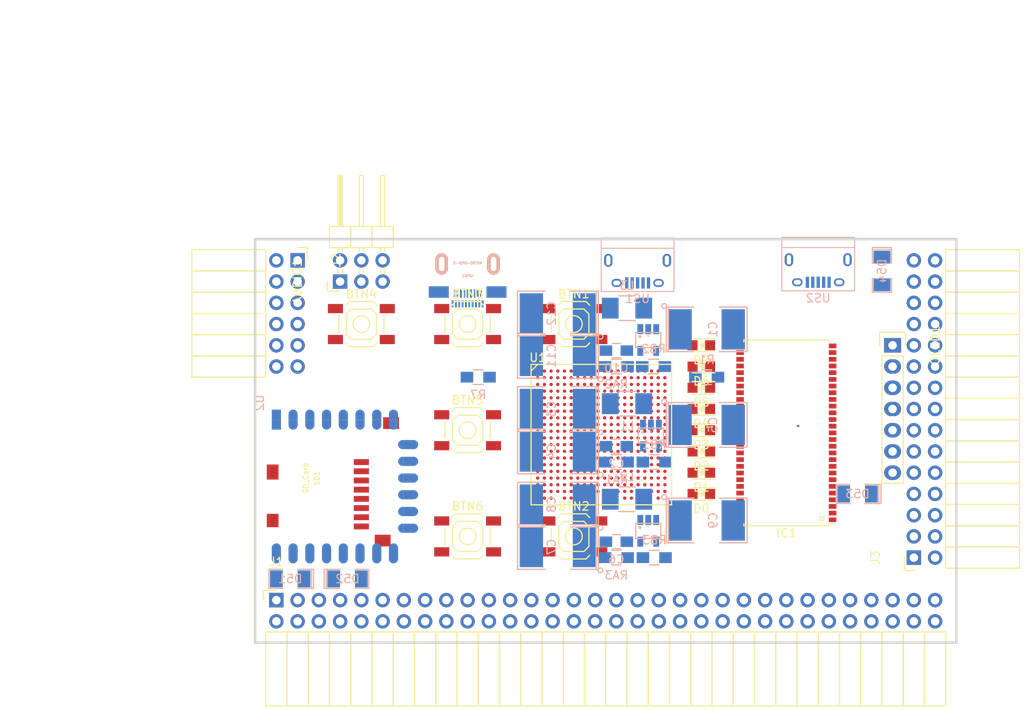
<source format=kicad_pcb>
(kicad_pcb (version 4) (host pcbnew 4.0.5+dfsg1-4)

  (general
    (links 328)
    (no_connects 328)
    (area 93.949999 61.269999 178.070001 109.830001)
    (thickness 1.6)
    (drawings 20)
    (tracks 1)
    (zones 0)
    (modules 56)
    (nets 91)
  )

  (page A4)
  (layers
    (0 F.Cu signal)
    (1 In1.Cu signal)
    (2 In2.Cu signal)
    (31 B.Cu signal)
    (32 B.Adhes user)
    (33 F.Adhes user)
    (34 B.Paste user)
    (35 F.Paste user)
    (36 B.SilkS user)
    (37 F.SilkS user)
    (38 B.Mask user)
    (39 F.Mask user)
    (40 Dwgs.User user)
    (41 Cmts.User user)
    (42 Eco1.User user)
    (43 Eco2.User user)
    (44 Edge.Cuts user)
    (45 Margin user)
    (46 B.CrtYd user)
    (47 F.CrtYd user)
    (48 B.Fab user)
    (49 F.Fab user)
  )

  (setup
    (last_trace_width 0.25)
    (trace_clearance 0.2)
    (zone_clearance 0.508)
    (zone_45_only no)
    (trace_min 0.2)
    (segment_width 0.2)
    (edge_width 0.2)
    (via_size 0.6)
    (via_drill 0.4)
    (via_min_size 0.4)
    (via_min_drill 0.3)
    (uvia_size 0.3)
    (uvia_drill 0.1)
    (uvias_allowed yes)
    (uvia_min_size 0.2)
    (uvia_min_drill 0.1)
    (pcb_text_width 0.3)
    (pcb_text_size 1.5 1.5)
    (mod_edge_width 0.15)
    (mod_text_size 1 1)
    (mod_text_width 0.15)
    (pad_size 1.524 1.524)
    (pad_drill 0.762)
    (pad_to_mask_clearance 0.2)
    (aux_axis_origin 82.67 62.69)
    (grid_origin 86.48 79.2)
    (visible_elements 7FFFFFFF)
    (pcbplotparams
      (layerselection 0x00030_80000001)
      (usegerberextensions false)
      (excludeedgelayer true)
      (linewidth 0.100000)
      (plotframeref false)
      (viasonmask false)
      (mode 1)
      (useauxorigin false)
      (hpglpennumber 1)
      (hpglpenspeed 20)
      (hpglpendiameter 15)
      (hpglpenoverlay 2)
      (psnegative false)
      (psa4output false)
      (plotreference true)
      (plotvalue true)
      (plotinvisibletext false)
      (padsonsilk false)
      (subtractmaskfromsilk false)
      (outputformat 1)
      (mirror false)
      (drillshape 1)
      (scaleselection 1)
      (outputdirectory ""))
  )

  (net 0 "")
  (net 1 GND)
  (net 2 /TDI)
  (net 3 /TCK)
  (net 4 /TMS)
  (net 5 /TDO)
  (net 6 +5V)
  (net 7 /USB5V)
  (net 8 /gpio/IN5V)
  (net 9 /gpio/OUT5V)
  (net 10 /gpio/P5)
  (net 11 /gpio/P6)
  (net 12 /gpio/P7)
  (net 13 /gpio/P8)
  (net 14 /gpio/P11)
  (net 15 /gpio/P12)
  (net 16 /gpio/P13)
  (net 17 /gpio/P14)
  (net 18 /gpio/P17)
  (net 19 /gpio/P18)
  (net 20 /gpio/P19)
  (net 21 /gpio/P20)
  (net 22 /gpio/P21)
  (net 23 /gpio/P22)
  (net 24 /gpio/P23)
  (net 25 /gpio/P24)
  (net 26 /gpio/P25)
  (net 27 /gpio/P26)
  (net 28 /gpio/P27)
  (net 29 /gpio/P28)
  (net 30 /gpio/P29)
  (net 31 /gpio/P30)
  (net 32 /SD_3)
  (net 33 /MTMS)
  (net 34 /MTCK)
  (net 35 /MTDO)
  (net 36 /MTDI)
  (net 37 /gpio/P9)
  (net 38 /gpio/P10)
  (net 39 "Net-(US1-Pad6)")
  (net 40 "Net-(US2-Pad6)")
  (net 41 /gpio/P15)
  (net 42 /gpio/P16)
  (net 43 /gpio/P31)
  (net 44 /gpio/P32)
  (net 45 /gpio/P33)
  (net 46 /gpio/P34)
  (net 47 /gpio/P35)
  (net 48 /gpio/P36)
  (net 49 /gpio/P37)
  (net 50 /gpio/P38)
  (net 51 /gpio/P39)
  (net 52 /gpio/P40)
  (net 53 /gpio/P41)
  (net 54 /gpio/P42)
  (net 55 /gpio/P43)
  (net 56 /gpio/P44)
  (net 57 /gpio/P45)
  (net 58 /gpio/P46)
  (net 59 /gpio/P47)
  (net 60 /gpio/P48)
  (net 61 /gpio/P49)
  (net 62 /gpio/P50)
  (net 63 /gpio/P51)
  (net 64 /gpio/P52)
  (net 65 /gpio/P53)
  (net 66 /gpio/P54)
  (net 67 /gpio/P55)
  (net 68 /gpio/P56)
  (net 69 /gpio/P57)
  (net 70 /gpio/P58)
  (net 71 /gpio/P59)
  (net 72 /gpio/P60)
  (net 73 +3V3)
  (net 74 "Net-(L1-Pad1)")
  (net 75 "Net-(L2-Pad1)")
  (net 76 +1V2)
  (net 77 BTN_D)
  (net 78 BTN_F1)
  (net 79 BTN_F2)
  (net 80 BTN_L)
  (net 81 BTN_R)
  (net 82 BTN_U)
  (net 83 "Net-(BTN1-Pad1)")
  (net 84 "Net-(D54-Pad1)")
  (net 85 /power/FB1)
  (net 86 +2V5)
  (net 87 "Net-(L3-Pad1)")
  (net 88 /power/PWREN)
  (net 89 /power/FB3)
  (net 90 /power/FB2)

  (net_class Default "This is the default net class."
    (clearance 0.2)
    (trace_width 0.25)
    (via_dia 0.6)
    (via_drill 0.4)
    (uvia_dia 0.3)
    (uvia_drill 0.1)
    (add_net +1V2)
    (add_net +2V5)
    (add_net +3V3)
    (add_net +5V)
    (add_net /MTCK)
    (add_net /MTDI)
    (add_net /MTDO)
    (add_net /MTMS)
    (add_net /SD_3)
    (add_net /TCK)
    (add_net /TDI)
    (add_net /TDO)
    (add_net /TMS)
    (add_net /USB5V)
    (add_net /gpio/IN5V)
    (add_net /gpio/OUT5V)
    (add_net /gpio/P10)
    (add_net /gpio/P11)
    (add_net /gpio/P12)
    (add_net /gpio/P13)
    (add_net /gpio/P14)
    (add_net /gpio/P15)
    (add_net /gpio/P16)
    (add_net /gpio/P17)
    (add_net /gpio/P18)
    (add_net /gpio/P19)
    (add_net /gpio/P20)
    (add_net /gpio/P21)
    (add_net /gpio/P22)
    (add_net /gpio/P23)
    (add_net /gpio/P24)
    (add_net /gpio/P25)
    (add_net /gpio/P26)
    (add_net /gpio/P27)
    (add_net /gpio/P28)
    (add_net /gpio/P29)
    (add_net /gpio/P30)
    (add_net /gpio/P31)
    (add_net /gpio/P32)
    (add_net /gpio/P33)
    (add_net /gpio/P34)
    (add_net /gpio/P35)
    (add_net /gpio/P36)
    (add_net /gpio/P37)
    (add_net /gpio/P38)
    (add_net /gpio/P39)
    (add_net /gpio/P40)
    (add_net /gpio/P41)
    (add_net /gpio/P42)
    (add_net /gpio/P43)
    (add_net /gpio/P44)
    (add_net /gpio/P45)
    (add_net /gpio/P46)
    (add_net /gpio/P47)
    (add_net /gpio/P48)
    (add_net /gpio/P49)
    (add_net /gpio/P5)
    (add_net /gpio/P50)
    (add_net /gpio/P51)
    (add_net /gpio/P52)
    (add_net /gpio/P53)
    (add_net /gpio/P54)
    (add_net /gpio/P55)
    (add_net /gpio/P56)
    (add_net /gpio/P57)
    (add_net /gpio/P58)
    (add_net /gpio/P59)
    (add_net /gpio/P6)
    (add_net /gpio/P60)
    (add_net /gpio/P7)
    (add_net /gpio/P8)
    (add_net /gpio/P9)
    (add_net /power/FB1)
    (add_net /power/FB2)
    (add_net /power/FB3)
    (add_net /power/PWREN)
    (add_net BTN_D)
    (add_net BTN_F1)
    (add_net BTN_F2)
    (add_net BTN_L)
    (add_net BTN_R)
    (add_net BTN_U)
    (add_net "Net-(BTN1-Pad1)")
    (add_net "Net-(D54-Pad1)")
    (add_net "Net-(L1-Pad1)")
    (add_net "Net-(L2-Pad1)")
    (add_net "Net-(L3-Pad1)")
    (add_net "Net-(US1-Pad6)")
    (add_net "Net-(US2-Pad6)")
  )

  (net_class BGA ""
    (clearance 0.1)
    (trace_width 0.2)
    (via_dia 0.6)
    (via_drill 0.4)
    (uvia_dia 0.3)
    (uvia_drill 0.1)
    (add_net GND)
  )

  (module SMD_Packages:SMD-1206_Pol (layer B.Cu) (tedit 0) (tstamp 56AA106E)
    (at 105.149 102.06)
    (path /56AC389C/56AC4846)
    (attr smd)
    (fp_text reference D52 (at 0 0) (layer B.SilkS)
      (effects (font (size 1 1) (thickness 0.15)) (justify mirror))
    )
    (fp_text value 2A (at 0 0) (layer B.Fab)
      (effects (font (size 1 1) (thickness 0.15)) (justify mirror))
    )
    (fp_line (start -2.54 1.143) (end -2.794 1.143) (layer B.SilkS) (width 0.15))
    (fp_line (start -2.794 1.143) (end -2.794 -1.143) (layer B.SilkS) (width 0.15))
    (fp_line (start -2.794 -1.143) (end -2.54 -1.143) (layer B.SilkS) (width 0.15))
    (fp_line (start -2.54 1.143) (end -2.54 -1.143) (layer B.SilkS) (width 0.15))
    (fp_line (start -2.54 -1.143) (end -0.889 -1.143) (layer B.SilkS) (width 0.15))
    (fp_line (start 0.889 1.143) (end 2.54 1.143) (layer B.SilkS) (width 0.15))
    (fp_line (start 2.54 1.143) (end 2.54 -1.143) (layer B.SilkS) (width 0.15))
    (fp_line (start 2.54 -1.143) (end 0.889 -1.143) (layer B.SilkS) (width 0.15))
    (fp_line (start -0.889 1.143) (end -2.54 1.143) (layer B.SilkS) (width 0.15))
    (pad 1 smd rect (at -1.651 0) (size 1.524 2.032) (layers B.Cu B.Paste B.Mask)
      (net 9 /gpio/OUT5V))
    (pad 2 smd rect (at 1.651 0) (size 1.524 2.032) (layers B.Cu B.Paste B.Mask))
    (model SMD_Packages.3dshapes/SMD-1206_Pol.wrl
      (at (xyz 0 0 0))
      (scale (xyz 0.17 0.16 0.16))
      (rotate (xyz 0 0 0))
    )
  )

  (module SMD_Packages:SMD-1206_Pol (layer B.Cu) (tedit 0) (tstamp 56AA1068)
    (at 98.291 102.06 180)
    (path /56AC389C/56AC483B)
    (attr smd)
    (fp_text reference D51 (at 0 0 180) (layer B.SilkS)
      (effects (font (size 1 1) (thickness 0.15)) (justify mirror))
    )
    (fp_text value 2A (at 0 0 180) (layer B.Fab)
      (effects (font (size 1 1) (thickness 0.15)) (justify mirror))
    )
    (fp_line (start -2.54 1.143) (end -2.794 1.143) (layer B.SilkS) (width 0.15))
    (fp_line (start -2.794 1.143) (end -2.794 -1.143) (layer B.SilkS) (width 0.15))
    (fp_line (start -2.794 -1.143) (end -2.54 -1.143) (layer B.SilkS) (width 0.15))
    (fp_line (start -2.54 1.143) (end -2.54 -1.143) (layer B.SilkS) (width 0.15))
    (fp_line (start -2.54 -1.143) (end -0.889 -1.143) (layer B.SilkS) (width 0.15))
    (fp_line (start 0.889 1.143) (end 2.54 1.143) (layer B.SilkS) (width 0.15))
    (fp_line (start 2.54 1.143) (end 2.54 -1.143) (layer B.SilkS) (width 0.15))
    (fp_line (start 2.54 -1.143) (end 0.889 -1.143) (layer B.SilkS) (width 0.15))
    (fp_line (start -0.889 1.143) (end -2.54 1.143) (layer B.SilkS) (width 0.15))
    (pad 1 smd rect (at -1.651 0 180) (size 1.524 2.032) (layers B.Cu B.Paste B.Mask)
      (net 6 +5V))
    (pad 2 smd rect (at 1.651 0 180) (size 1.524 2.032) (layers B.Cu B.Paste B.Mask)
      (net 8 /gpio/IN5V))
    (model SMD_Packages.3dshapes/SMD-1206_Pol.wrl
      (at (xyz 0 0 0))
      (scale (xyz 0.17 0.16 0.16))
      (rotate (xyz 0 0 0))
    )
  )

  (module SMD_Packages:SMD-1206_Pol (layer B.Cu) (tedit 0) (tstamp 56A9E514)
    (at 169.03 65.23 270)
    (path /56AA2821)
    (attr smd)
    (fp_text reference D54 (at 0 0 270) (layer B.SilkS)
      (effects (font (size 1 1) (thickness 0.15)) (justify mirror))
    )
    (fp_text value 2A (at 0 0 270) (layer B.Fab)
      (effects (font (size 1 1) (thickness 0.15)) (justify mirror))
    )
    (fp_line (start -2.54 1.143) (end -2.794 1.143) (layer B.SilkS) (width 0.15))
    (fp_line (start -2.794 1.143) (end -2.794 -1.143) (layer B.SilkS) (width 0.15))
    (fp_line (start -2.794 -1.143) (end -2.54 -1.143) (layer B.SilkS) (width 0.15))
    (fp_line (start -2.54 1.143) (end -2.54 -1.143) (layer B.SilkS) (width 0.15))
    (fp_line (start -2.54 -1.143) (end -0.889 -1.143) (layer B.SilkS) (width 0.15))
    (fp_line (start 0.889 1.143) (end 2.54 1.143) (layer B.SilkS) (width 0.15))
    (fp_line (start 2.54 1.143) (end 2.54 -1.143) (layer B.SilkS) (width 0.15))
    (fp_line (start 2.54 -1.143) (end 0.889 -1.143) (layer B.SilkS) (width 0.15))
    (fp_line (start -0.889 1.143) (end -2.54 1.143) (layer B.SilkS) (width 0.15))
    (pad 1 smd rect (at -1.651 0 270) (size 1.524 2.032) (layers B.Cu B.Paste B.Mask)
      (net 84 "Net-(D54-Pad1)"))
    (pad 2 smd rect (at 1.651 0 270) (size 1.524 2.032) (layers B.Cu B.Paste B.Mask)
      (net 6 +5V))
    (model SMD_Packages.3dshapes/SMD-1206_Pol.wrl
      (at (xyz 0 0 0))
      (scale (xyz 0.17 0.16 0.16))
      (rotate (xyz 0 0 0))
    )
  )

  (module SMD_Packages:SMD-1206_Pol (layer B.Cu) (tedit 0) (tstamp 56A9E50E)
    (at 166.109 91.9 180)
    (path /56AA1324)
    (attr smd)
    (fp_text reference D53 (at 0 0 180) (layer B.SilkS)
      (effects (font (size 1 1) (thickness 0.15)) (justify mirror))
    )
    (fp_text value 2A (at 0 0 180) (layer B.Fab)
      (effects (font (size 1 1) (thickness 0.15)) (justify mirror))
    )
    (fp_line (start -2.54 1.143) (end -2.794 1.143) (layer B.SilkS) (width 0.15))
    (fp_line (start -2.794 1.143) (end -2.794 -1.143) (layer B.SilkS) (width 0.15))
    (fp_line (start -2.794 -1.143) (end -2.54 -1.143) (layer B.SilkS) (width 0.15))
    (fp_line (start -2.54 1.143) (end -2.54 -1.143) (layer B.SilkS) (width 0.15))
    (fp_line (start -2.54 -1.143) (end -0.889 -1.143) (layer B.SilkS) (width 0.15))
    (fp_line (start 0.889 1.143) (end 2.54 1.143) (layer B.SilkS) (width 0.15))
    (fp_line (start 2.54 1.143) (end 2.54 -1.143) (layer B.SilkS) (width 0.15))
    (fp_line (start 2.54 -1.143) (end 0.889 -1.143) (layer B.SilkS) (width 0.15))
    (fp_line (start -0.889 1.143) (end -2.54 1.143) (layer B.SilkS) (width 0.15))
    (pad 1 smd rect (at -1.651 0 180) (size 1.524 2.032) (layers B.Cu B.Paste B.Mask)
      (net 6 +5V))
    (pad 2 smd rect (at 1.651 0 180) (size 1.524 2.032) (layers B.Cu B.Paste B.Mask)
      (net 7 /USB5V))
    (model SMD_Packages.3dshapes/SMD-1206_Pol.wrl
      (at (xyz 0 0 0))
      (scale (xyz 0.17 0.16 0.16))
      (rotate (xyz 0 0 0))
    )
  )

  (module micro-sd:MicroSD_TF02D (layer F.Cu) (tedit 52721666) (tstamp 56A966AB)
    (at 95.8 90.03 90)
    (path /56ACBF19)
    (fp_text reference SD1 (at 0 5.7 90) (layer F.SilkS)
      (effects (font (size 0.59944 0.59944) (thickness 0.12446)))
    )
    (fp_text value SD_Card (at 0 4.35 90) (layer F.SilkS)
      (effects (font (size 0.59944 0.59944) (thickness 0.12446)))
    )
    (fp_line (start 3.8 15.2) (end 3.8 16) (layer F.SilkS) (width 0.01016))
    (fp_line (start 3.8 16) (end -7 16) (layer F.SilkS) (width 0.01016))
    (fp_line (start -7 16) (end -7 15.2) (layer F.SilkS) (width 0.01016))
    (fp_line (start 7 0) (end 7 15.2) (layer F.SilkS) (width 0.01016))
    (fp_line (start 7 15.2) (end -7 15.2) (layer F.SilkS) (width 0.01016))
    (fp_line (start -7 15.2) (end -7 0) (layer F.SilkS) (width 0.01016))
    (fp_line (start -7 0) (end 7 0) (layer F.SilkS) (width 0.01016))
    (pad 1 smd rect (at 1.94 11 90) (size 0.7 1.8) (layers F.Cu F.Paste F.Mask)
      (net 32 /SD_3))
    (pad 2 smd rect (at 0.84 11 90) (size 0.7 1.8) (layers F.Cu F.Paste F.Mask)
      (net 33 /MTMS))
    (pad 3 smd rect (at -0.26 11 90) (size 0.7 1.8) (layers F.Cu F.Paste F.Mask)
      (net 1 GND))
    (pad 4 smd rect (at -1.36 11 90) (size 0.7 1.8) (layers F.Cu F.Paste F.Mask)
      (net 73 +3V3))
    (pad 5 smd rect (at -2.46 11 90) (size 0.7 1.8) (layers F.Cu F.Paste F.Mask)
      (net 34 /MTCK))
    (pad 6 smd rect (at -3.56 11 90) (size 0.7 1.8) (layers F.Cu F.Paste F.Mask)
      (net 1 GND))
    (pad 7 smd rect (at -4.66 11 90) (size 0.7 1.8) (layers F.Cu F.Paste F.Mask)
      (net 35 /MTDO))
    (pad 8 smd rect (at -5.76 11 90) (size 0.7 1.8) (layers F.Cu F.Paste F.Mask)
      (net 36 /MTDI))
    (pad S smd rect (at -5.05 0.4 90) (size 1.6 1.4) (layers F.Cu F.Paste F.Mask))
    (pad S smd rect (at 0.75 0.4 90) (size 1.8 1.4) (layers F.Cu F.Paste F.Mask))
    (pad G smd rect (at -7.45 13.55 90) (size 1.4 1.9) (layers F.Cu F.Paste F.Mask))
    (pad G smd rect (at 6.6 14.55 90) (size 1.4 1.9) (layers F.Cu F.Paste F.Mask))
  )

  (module micro-hdmi-d:MICRO-HDMI-D (layer B.Cu) (tedit 53F70906) (tstamp 56A965BA)
    (at 119.5 62.69)
    (path /56ACD5D4)
    (attr smd)
    (fp_text reference GPDI1 (at -0.025 3.125) (layer B.SilkS)
      (effects (font (size 0.3 0.3) (thickness 0.075)) (justify mirror))
    )
    (fp_text value MICRO-GPDI-D (at 0 1.6) (layer B.SilkS)
      (effects (font (size 0.3 0.3) (thickness 0.075)) (justify mirror))
    )
    (fp_line (start -3.3 0) (end -3.3 -0.7) (layer B.SilkS) (width 0.001))
    (fp_line (start -3.3 -0.7) (end 3.3 -0.7) (layer B.SilkS) (width 0.001))
    (fp_line (start 3.3 -0.7) (end 3.3 0) (layer B.SilkS) (width 0.001))
    (fp_line (start -3.3 0) (end -3.3 6.8) (layer B.SilkS) (width 0.001))
    (fp_line (start -3.3 6.8) (end 3.3 6.8) (layer B.SilkS) (width 0.001))
    (fp_line (start 3.3 6.8) (end 3.3 0) (layer B.SilkS) (width 0.001))
    (fp_line (start 3.3 0) (end -3.3 0) (layer B.SilkS) (width 0.001))
    (pad 1 smd rect (at 1.8 6.475) (size 0.23 0.85) (layers B.Cu B.Paste B.Mask))
    (pad 3 smd rect (at 1.4 6.475) (size 0.23 0.85) (layers B.Cu B.Paste B.Mask))
    (pad 5 smd rect (at 1 6.475) (size 0.23 0.85) (layers B.Cu B.Paste B.Mask))
    (pad 7 smd rect (at 0.6 6.475) (size 0.23 0.85) (layers B.Cu B.Paste B.Mask)
      (net 1 GND))
    (pad 9 smd rect (at 0.2 6.475) (size 0.23 0.85) (layers B.Cu B.Paste B.Mask))
    (pad 11 smd rect (at -0.2 6.475) (size 0.23 0.85) (layers B.Cu B.Paste B.Mask))
    (pad 13 smd rect (at -0.6 6.475) (size 0.23 0.85) (layers B.Cu B.Paste B.Mask)
      (net 1 GND))
    (pad 15 smd rect (at -1 6.475) (size 0.23 0.85) (layers B.Cu B.Paste B.Mask))
    (pad 17 smd rect (at -1.4 6.475) (size 0.23 0.85) (layers B.Cu B.Paste B.Mask))
    (pad 19 smd rect (at -1.8 6.475) (size 0.23 0.85) (layers B.Cu B.Paste B.Mask)
      (net 6 +5V))
    (pad 2 smd rect (at 1.6 5.25) (size 0.23 1) (layers B.Cu B.Paste B.Mask))
    (pad 4 smd rect (at 1.2 5.25) (size 0.23 1) (layers B.Cu B.Paste B.Mask)
      (net 1 GND))
    (pad 6 smd rect (at 0.8 5.25) (size 0.23 1) (layers B.Cu B.Paste B.Mask))
    (pad 8 smd rect (at 0.4 5.25) (size 0.23 1) (layers B.Cu B.Paste B.Mask))
    (pad 10 smd rect (at 0 5.25) (size 0.23 1) (layers B.Cu B.Paste B.Mask)
      (net 1 GND))
    (pad 12 smd rect (at -0.4 5.25) (size 0.23 1) (layers B.Cu B.Paste B.Mask))
    (pad 14 smd rect (at -0.8 5.25) (size 0.23 1) (layers B.Cu B.Paste B.Mask))
    (pad 16 smd rect (at -1.2 5.25) (size 0.23 1) (layers B.Cu B.Paste B.Mask)
      (net 1 GND))
    (pad 18 smd rect (at -1.6 5.25) (size 0.23 1) (layers B.Cu B.Paste B.Mask))
    (pad SHD smd rect (at 3.45 5.06) (size 2.4 1.38) (layers B.Cu B.Paste B.Mask)
      (net 1 GND))
    (pad SHD smd rect (at -3.45 5.06) (size 2.4 1.38) (layers B.Cu B.Paste B.Mask)
      (net 1 GND))
    (pad "" thru_hole oval (at -3.1 1.7) (size 1.5 2.55) (drill oval 0.65 1.7) (layers *.Cu *.Mask B.SilkS))
    (pad "" thru_hole oval (at 3.1 1.7) (size 1.5 2.55) (drill oval 0.65 1.7) (layers *.Cu *.Mask B.SilkS))
  )

  (module ESP8266:ESP-12E (layer B.Cu) (tedit 559F8D21) (tstamp 56A95491)
    (at 96.64 83.01 270)
    (descr "Module, ESP-8266, ESP-12, 16 pad, SMD")
    (tags "Module ESP-8266 ESP8266")
    (path /56AC980A)
    (fp_text reference U2 (at -2 2 270) (layer B.SilkS)
      (effects (font (size 1 1) (thickness 0.15)) (justify mirror))
    )
    (fp_text value ESP-12E (at 8 -1 270) (layer B.Fab)
      (effects (font (size 1 1) (thickness 0.15)) (justify mirror))
    )
    (fp_line (start 16 8.4) (end 0 2.6) (layer B.CrtYd) (width 0.1524))
    (fp_line (start 0 8.4) (end 16 2.6) (layer B.CrtYd) (width 0.1524))
    (fp_text user "No Copper" (at 7.9 5.4 270) (layer B.CrtYd)
      (effects (font (size 1 1) (thickness 0.15)) (justify mirror))
    )
    (fp_line (start 0 8.4) (end 0 2.6) (layer B.CrtYd) (width 0.1524))
    (fp_line (start 0 2.6) (end 16 2.6) (layer B.CrtYd) (width 0.1524))
    (fp_line (start 16 2.6) (end 16 8.4) (layer B.CrtYd) (width 0.1524))
    (fp_line (start 16 8.4) (end 0 8.4) (layer B.CrtYd) (width 0.1524))
    (fp_line (start 16 8.4) (end 16 -15.6) (layer B.Fab) (width 0.1524))
    (fp_line (start 16 -15.6) (end 0 -15.6) (layer B.Fab) (width 0.1524))
    (fp_line (start 0 -15.6) (end 0 8.4) (layer B.Fab) (width 0.1524))
    (fp_line (start 0 8.4) (end 16 8.4) (layer B.Fab) (width 0.1524))
    (pad 9 smd oval (at 2.99 -15.75 180) (size 2.4 1.1) (layers B.Cu B.Paste B.Mask)
      (net 35 /MTDO))
    (pad 10 smd oval (at 4.99 -15.75 180) (size 2.4 1.1) (layers B.Cu B.Paste B.Mask)
      (net 36 /MTDI))
    (pad 11 smd oval (at 6.99 -15.75 180) (size 2.4 1.1) (layers B.Cu B.Paste B.Mask)
      (net 32 /SD_3))
    (pad 12 smd oval (at 8.99 -15.75 180) (size 2.4 1.1) (layers B.Cu B.Paste B.Mask)
      (net 33 /MTMS))
    (pad 13 smd oval (at 10.99 -15.75 180) (size 2.4 1.1) (layers B.Cu B.Paste B.Mask)
      (net 34 /MTCK))
    (pad 14 smd oval (at 12.99 -15.75 180) (size 2.4 1.1) (layers B.Cu B.Paste B.Mask))
    (pad 1 smd rect (at 0 0 270) (size 2.4 1.1) (layers B.Cu B.Paste B.Mask))
    (pad 2 smd oval (at 0 -2 270) (size 2.4 1.1) (layers B.Cu B.Paste B.Mask))
    (pad 3 smd oval (at 0 -4 270) (size 2.4 1.1) (layers B.Cu B.Paste B.Mask))
    (pad 4 smd oval (at 0 -6 270) (size 2.4 1.1) (layers B.Cu B.Paste B.Mask)
      (net 2 /TDI))
    (pad 5 smd oval (at 0 -8 270) (size 2.4 1.1) (layers B.Cu B.Paste B.Mask)
      (net 5 /TDO))
    (pad 6 smd oval (at 0 -10 270) (size 2.4 1.1) (layers B.Cu B.Paste B.Mask)
      (net 3 /TCK))
    (pad 7 smd oval (at 0 -12 270) (size 2.4 1.1) (layers B.Cu B.Paste B.Mask)
      (net 4 /TMS))
    (pad 8 smd oval (at 0 -14 270) (size 2.4 1.1) (layers B.Cu B.Paste B.Mask)
      (net 73 +3V3))
    (pad 15 smd oval (at 16 -14 270) (size 2.4 1.1) (layers B.Cu B.Paste B.Mask)
      (net 1 GND))
    (pad 16 smd oval (at 16 -12 270) (size 2.4 1.1) (layers B.Cu B.Paste B.Mask))
    (pad 17 smd oval (at 16 -10 270) (size 2.4 1.1) (layers B.Cu B.Paste B.Mask))
    (pad 18 smd oval (at 16 -8 270) (size 2.4 1.1) (layers B.Cu B.Paste B.Mask))
    (pad 19 smd oval (at 16 -6 270) (size 2.4 1.1) (layers B.Cu B.Paste B.Mask))
    (pad 20 smd oval (at 16 -4 270) (size 2.4 1.1) (layers B.Cu B.Paste B.Mask))
    (pad 21 smd oval (at 16 -2 270) (size 2.4 1.1) (layers B.Cu B.Paste B.Mask))
    (pad 22 smd oval (at 16 0 270) (size 2.4 1.1) (layers B.Cu B.Paste B.Mask))
    (model ${ESPLIB}/ESP8266.3dshapes/ESP-12.wrl
      (at (xyz 0.04 0 0))
      (scale (xyz 0.3937 0.3937 0.3937))
      (rotate (xyz 0 0 0))
    )
  )

  (module usb_otg:USB_Micro-B (layer B.Cu) (tedit 5543E447) (tstamp 58D43115)
    (at 139.82 65.31)
    (descr "Micro USB Type B Receptacle")
    (tags "USB USB_B USB_micro USB_OTG")
    (path /58D432CE)
    (attr smd)
    (fp_text reference US1 (at 0 3.24) (layer B.SilkS)
      (effects (font (size 1 1) (thickness 0.15)) (justify mirror))
    )
    (fp_text value USB_FTDI (at 0 -5.01) (layer B.Fab)
      (effects (font (size 1 1) (thickness 0.15)) (justify mirror))
    )
    (fp_line (start -4.6 2.59) (end 4.6 2.59) (layer B.CrtYd) (width 0.05))
    (fp_line (start 4.6 2.59) (end 4.6 -4.26) (layer B.CrtYd) (width 0.05))
    (fp_line (start 4.6 -4.26) (end -4.6 -4.26) (layer B.CrtYd) (width 0.05))
    (fp_line (start -4.6 -4.26) (end -4.6 2.59) (layer B.CrtYd) (width 0.05))
    (fp_line (start -4.35 -4.03) (end 4.35 -4.03) (layer B.SilkS) (width 0.12))
    (fp_line (start -4.35 2.38) (end 4.35 2.38) (layer B.SilkS) (width 0.12))
    (fp_line (start 4.35 2.38) (end 4.35 -4.03) (layer B.SilkS) (width 0.12))
    (fp_line (start 4.35 -2.8) (end -4.35 -2.8) (layer B.SilkS) (width 0.12))
    (fp_line (start -4.35 -4.03) (end -4.35 2.38) (layer B.SilkS) (width 0.12))
    (pad 1 smd rect (at -1.3 1.35 270) (size 1.35 0.4) (layers B.Cu B.Paste B.Mask)
      (net 7 /USB5V))
    (pad 2 smd rect (at -0.65 1.35 270) (size 1.35 0.4) (layers B.Cu B.Paste B.Mask))
    (pad 3 smd rect (at 0 1.35 270) (size 1.35 0.4) (layers B.Cu B.Paste B.Mask))
    (pad 4 smd rect (at 0.65 1.35 270) (size 1.35 0.4) (layers B.Cu B.Paste B.Mask))
    (pad 5 smd rect (at 1.3 1.35 270) (size 1.35 0.4) (layers B.Cu B.Paste B.Mask)
      (net 1 GND))
    (pad 6 thru_hole oval (at -2.5 1.35 270) (size 0.95 1.25) (drill oval 0.55 0.85) (layers *.Cu *.Mask)
      (net 39 "Net-(US1-Pad6)"))
    (pad 6 thru_hole oval (at 2.5 1.35 270) (size 0.95 1.25) (drill oval 0.55 0.85) (layers *.Cu *.Mask)
      (net 39 "Net-(US1-Pad6)"))
    (pad 6 thru_hole oval (at -3.5 -1.35 270) (size 1.55 1) (drill oval 1.15 0.5) (layers *.Cu *.Mask)
      (net 39 "Net-(US1-Pad6)"))
    (pad 6 thru_hole oval (at 3.5 -1.35 270) (size 1.55 1) (drill oval 1.15 0.5) (layers *.Cu *.Mask)
      (net 39 "Net-(US1-Pad6)"))
  )

  (module usb_otg:USB_Micro-B (layer B.Cu) (tedit 5543E447) (tstamp 58D43122)
    (at 161.41 65.23)
    (descr "Micro USB Type B Receptacle")
    (tags "USB USB_B USB_micro USB_OTG")
    (path /58D4378B)
    (attr smd)
    (fp_text reference US2 (at 0 3.24) (layer B.SilkS)
      (effects (font (size 1 1) (thickness 0.15)) (justify mirror))
    )
    (fp_text value USB_FPGA (at 0 -5.01) (layer B.Fab)
      (effects (font (size 1 1) (thickness 0.15)) (justify mirror))
    )
    (fp_line (start -4.6 2.59) (end 4.6 2.59) (layer B.CrtYd) (width 0.05))
    (fp_line (start 4.6 2.59) (end 4.6 -4.26) (layer B.CrtYd) (width 0.05))
    (fp_line (start 4.6 -4.26) (end -4.6 -4.26) (layer B.CrtYd) (width 0.05))
    (fp_line (start -4.6 -4.26) (end -4.6 2.59) (layer B.CrtYd) (width 0.05))
    (fp_line (start -4.35 -4.03) (end 4.35 -4.03) (layer B.SilkS) (width 0.12))
    (fp_line (start -4.35 2.38) (end 4.35 2.38) (layer B.SilkS) (width 0.12))
    (fp_line (start 4.35 2.38) (end 4.35 -4.03) (layer B.SilkS) (width 0.12))
    (fp_line (start 4.35 -2.8) (end -4.35 -2.8) (layer B.SilkS) (width 0.12))
    (fp_line (start -4.35 -4.03) (end -4.35 2.38) (layer B.SilkS) (width 0.12))
    (pad 1 smd rect (at -1.3 1.35 270) (size 1.35 0.4) (layers B.Cu B.Paste B.Mask)
      (net 84 "Net-(D54-Pad1)"))
    (pad 2 smd rect (at -0.65 1.35 270) (size 1.35 0.4) (layers B.Cu B.Paste B.Mask))
    (pad 3 smd rect (at 0 1.35 270) (size 1.35 0.4) (layers B.Cu B.Paste B.Mask))
    (pad 4 smd rect (at 0.65 1.35 270) (size 1.35 0.4) (layers B.Cu B.Paste B.Mask))
    (pad 5 smd rect (at 1.3 1.35 270) (size 1.35 0.4) (layers B.Cu B.Paste B.Mask)
      (net 1 GND))
    (pad 6 thru_hole oval (at -2.5 1.35 270) (size 0.95 1.25) (drill oval 0.55 0.85) (layers *.Cu *.Mask)
      (net 40 "Net-(US2-Pad6)"))
    (pad 6 thru_hole oval (at 2.5 1.35 270) (size 0.95 1.25) (drill oval 0.55 0.85) (layers *.Cu *.Mask)
      (net 40 "Net-(US2-Pad6)"))
    (pad 6 thru_hole oval (at -3.5 -1.35 270) (size 1.55 1) (drill oval 1.15 0.5) (layers *.Cu *.Mask)
      (net 40 "Net-(US2-Pad6)"))
    (pad 6 thru_hole oval (at 3.5 -1.35 270) (size 1.55 1) (drill oval 1.15 0.5) (layers *.Cu *.Mask)
      (net 40 "Net-(US2-Pad6)"))
  )

  (module Socket_Strips:Socket_Strip_Angled_2x32 (layer F.Cu) (tedit 0) (tstamp 58D4E99D)
    (at 96.64 104.6)
    (descr "Through hole socket strip")
    (tags "socket strip")
    (path /56AC389C/58D39D36)
    (fp_text reference J1 (at 0 -4.6) (layer F.SilkS)
      (effects (font (size 1 1) (thickness 0.15)))
    )
    (fp_text value CONN_02X32 (at 0 -2.6) (layer F.Fab)
      (effects (font (size 1 1) (thickness 0.15)))
    )
    (fp_line (start -1.75 -1.35) (end -1.75 13.15) (layer F.CrtYd) (width 0.05))
    (fp_line (start 80.5 -1.35) (end 80.5 13.15) (layer F.CrtYd) (width 0.05))
    (fp_line (start -1.75 -1.35) (end 80.5 -1.35) (layer F.CrtYd) (width 0.05))
    (fp_line (start -1.75 13.15) (end 80.5 13.15) (layer F.CrtYd) (width 0.05))
    (fp_line (start 80.01 3.81) (end 80.01 12.64) (layer F.SilkS) (width 0.15))
    (fp_line (start 77.47 3.81) (end 80.01 3.81) (layer F.SilkS) (width 0.15))
    (fp_line (start 77.47 12.64) (end 80.01 12.64) (layer F.SilkS) (width 0.15))
    (fp_line (start 80.01 12.64) (end 80.01 3.81) (layer F.SilkS) (width 0.15))
    (fp_line (start 77.47 12.64) (end 77.47 3.81) (layer F.SilkS) (width 0.15))
    (fp_line (start 74.93 12.64) (end 77.47 12.64) (layer F.SilkS) (width 0.15))
    (fp_line (start 74.93 3.81) (end 77.47 3.81) (layer F.SilkS) (width 0.15))
    (fp_line (start 77.47 3.81) (end 77.47 12.64) (layer F.SilkS) (width 0.15))
    (fp_line (start 54.61 12.64) (end 54.61 3.81) (layer F.SilkS) (width 0.15))
    (fp_line (start 52.07 12.64) (end 54.61 12.64) (layer F.SilkS) (width 0.15))
    (fp_line (start 52.07 3.81) (end 54.61 3.81) (layer F.SilkS) (width 0.15))
    (fp_line (start 54.61 3.81) (end 54.61 12.64) (layer F.SilkS) (width 0.15))
    (fp_line (start 52.07 3.81) (end 52.07 12.64) (layer F.SilkS) (width 0.15))
    (fp_line (start 49.53 3.81) (end 52.07 3.81) (layer F.SilkS) (width 0.15))
    (fp_line (start 49.53 12.64) (end 52.07 12.64) (layer F.SilkS) (width 0.15))
    (fp_line (start 52.07 12.64) (end 52.07 3.81) (layer F.SilkS) (width 0.15))
    (fp_line (start 49.53 12.64) (end 49.53 3.81) (layer F.SilkS) (width 0.15))
    (fp_line (start 46.99 12.64) (end 49.53 12.64) (layer F.SilkS) (width 0.15))
    (fp_line (start 46.99 3.81) (end 49.53 3.81) (layer F.SilkS) (width 0.15))
    (fp_line (start 49.53 3.81) (end 49.53 12.64) (layer F.SilkS) (width 0.15))
    (fp_line (start 62.23 3.81) (end 62.23 12.64) (layer F.SilkS) (width 0.15))
    (fp_line (start 59.69 3.81) (end 62.23 3.81) (layer F.SilkS) (width 0.15))
    (fp_line (start 59.69 12.64) (end 62.23 12.64) (layer F.SilkS) (width 0.15))
    (fp_line (start 62.23 12.64) (end 62.23 3.81) (layer F.SilkS) (width 0.15))
    (fp_line (start 64.77 12.64) (end 64.77 3.81) (layer F.SilkS) (width 0.15))
    (fp_line (start 62.23 12.64) (end 64.77 12.64) (layer F.SilkS) (width 0.15))
    (fp_line (start 62.23 3.81) (end 64.77 3.81) (layer F.SilkS) (width 0.15))
    (fp_line (start 64.77 3.81) (end 64.77 12.64) (layer F.SilkS) (width 0.15))
    (fp_line (start 67.31 3.81) (end 67.31 12.64) (layer F.SilkS) (width 0.15))
    (fp_line (start 64.77 3.81) (end 67.31 3.81) (layer F.SilkS) (width 0.15))
    (fp_line (start 64.77 12.64) (end 67.31 12.64) (layer F.SilkS) (width 0.15))
    (fp_line (start 67.31 12.64) (end 67.31 3.81) (layer F.SilkS) (width 0.15))
    (fp_line (start 69.85 12.64) (end 69.85 3.81) (layer F.SilkS) (width 0.15))
    (fp_line (start 67.31 12.64) (end 69.85 12.64) (layer F.SilkS) (width 0.15))
    (fp_line (start 67.31 3.81) (end 69.85 3.81) (layer F.SilkS) (width 0.15))
    (fp_line (start 69.85 3.81) (end 69.85 12.64) (layer F.SilkS) (width 0.15))
    (fp_line (start 72.39 3.81) (end 72.39 12.64) (layer F.SilkS) (width 0.15))
    (fp_line (start 69.85 3.81) (end 72.39 3.81) (layer F.SilkS) (width 0.15))
    (fp_line (start 69.85 12.64) (end 72.39 12.64) (layer F.SilkS) (width 0.15))
    (fp_line (start 72.39 12.64) (end 72.39 3.81) (layer F.SilkS) (width 0.15))
    (fp_line (start 59.69 12.64) (end 59.69 3.81) (layer F.SilkS) (width 0.15))
    (fp_line (start 57.15 12.64) (end 59.69 12.64) (layer F.SilkS) (width 0.15))
    (fp_line (start 57.15 3.81) (end 59.69 3.81) (layer F.SilkS) (width 0.15))
    (fp_line (start 59.69 3.81) (end 59.69 12.64) (layer F.SilkS) (width 0.15))
    (fp_line (start 57.15 3.81) (end 57.15 12.64) (layer F.SilkS) (width 0.15))
    (fp_line (start 54.61 3.81) (end 57.15 3.81) (layer F.SilkS) (width 0.15))
    (fp_line (start 54.61 12.64) (end 57.15 12.64) (layer F.SilkS) (width 0.15))
    (fp_line (start 57.15 12.64) (end 57.15 3.81) (layer F.SilkS) (width 0.15))
    (fp_line (start 74.93 12.64) (end 74.93 3.81) (layer F.SilkS) (width 0.15))
    (fp_line (start 72.39 12.64) (end 74.93 12.64) (layer F.SilkS) (width 0.15))
    (fp_line (start 72.39 3.81) (end 74.93 3.81) (layer F.SilkS) (width 0.15))
    (fp_line (start 74.93 3.81) (end 74.93 12.64) (layer F.SilkS) (width 0.15))
    (fp_line (start 46.99 3.81) (end 46.99 12.64) (layer F.SilkS) (width 0.15))
    (fp_line (start 44.45 3.81) (end 46.99 3.81) (layer F.SilkS) (width 0.15))
    (fp_line (start 44.45 12.64) (end 46.99 12.64) (layer F.SilkS) (width 0.15))
    (fp_line (start 46.99 12.64) (end 46.99 3.81) (layer F.SilkS) (width 0.15))
    (fp_line (start 29.21 12.64) (end 29.21 3.81) (layer F.SilkS) (width 0.15))
    (fp_line (start 26.67 12.64) (end 29.21 12.64) (layer F.SilkS) (width 0.15))
    (fp_line (start 26.67 3.81) (end 29.21 3.81) (layer F.SilkS) (width 0.15))
    (fp_line (start 29.21 3.81) (end 29.21 12.64) (layer F.SilkS) (width 0.15))
    (fp_line (start 31.75 3.81) (end 31.75 12.64) (layer F.SilkS) (width 0.15))
    (fp_line (start 29.21 3.81) (end 31.75 3.81) (layer F.SilkS) (width 0.15))
    (fp_line (start 29.21 12.64) (end 31.75 12.64) (layer F.SilkS) (width 0.15))
    (fp_line (start 31.75 12.64) (end 31.75 3.81) (layer F.SilkS) (width 0.15))
    (fp_line (start 44.45 12.64) (end 44.45 3.81) (layer F.SilkS) (width 0.15))
    (fp_line (start 41.91 12.64) (end 44.45 12.64) (layer F.SilkS) (width 0.15))
    (fp_line (start 41.91 3.81) (end 44.45 3.81) (layer F.SilkS) (width 0.15))
    (fp_line (start 44.45 3.81) (end 44.45 12.64) (layer F.SilkS) (width 0.15))
    (fp_line (start 41.91 3.81) (end 41.91 12.64) (layer F.SilkS) (width 0.15))
    (fp_line (start 39.37 3.81) (end 41.91 3.81) (layer F.SilkS) (width 0.15))
    (fp_line (start 39.37 12.64) (end 41.91 12.64) (layer F.SilkS) (width 0.15))
    (fp_line (start 41.91 12.64) (end 41.91 3.81) (layer F.SilkS) (width 0.15))
    (fp_line (start 39.37 12.64) (end 39.37 3.81) (layer F.SilkS) (width 0.15))
    (fp_line (start 36.83 12.64) (end 39.37 12.64) (layer F.SilkS) (width 0.15))
    (fp_line (start 36.83 3.81) (end 39.37 3.81) (layer F.SilkS) (width 0.15))
    (fp_line (start 39.37 3.81) (end 39.37 12.64) (layer F.SilkS) (width 0.15))
    (fp_line (start 36.83 3.81) (end 36.83 12.64) (layer F.SilkS) (width 0.15))
    (fp_line (start 34.29 3.81) (end 36.83 3.81) (layer F.SilkS) (width 0.15))
    (fp_line (start 34.29 12.64) (end 36.83 12.64) (layer F.SilkS) (width 0.15))
    (fp_line (start 36.83 12.64) (end 36.83 3.81) (layer F.SilkS) (width 0.15))
    (fp_line (start 34.29 12.64) (end 34.29 3.81) (layer F.SilkS) (width 0.15))
    (fp_line (start 31.75 12.64) (end 34.29 12.64) (layer F.SilkS) (width 0.15))
    (fp_line (start 31.75 3.81) (end 34.29 3.81) (layer F.SilkS) (width 0.15))
    (fp_line (start 34.29 3.81) (end 34.29 12.64) (layer F.SilkS) (width 0.15))
    (fp_line (start 16.51 3.81) (end 16.51 12.64) (layer F.SilkS) (width 0.15))
    (fp_line (start 13.97 3.81) (end 16.51 3.81) (layer F.SilkS) (width 0.15))
    (fp_line (start 13.97 12.64) (end 16.51 12.64) (layer F.SilkS) (width 0.15))
    (fp_line (start 16.51 12.64) (end 16.51 3.81) (layer F.SilkS) (width 0.15))
    (fp_line (start 19.05 12.64) (end 19.05 3.81) (layer F.SilkS) (width 0.15))
    (fp_line (start 16.51 12.64) (end 19.05 12.64) (layer F.SilkS) (width 0.15))
    (fp_line (start 16.51 3.81) (end 19.05 3.81) (layer F.SilkS) (width 0.15))
    (fp_line (start 19.05 3.81) (end 19.05 12.64) (layer F.SilkS) (width 0.15))
    (fp_line (start 21.59 3.81) (end 21.59 12.64) (layer F.SilkS) (width 0.15))
    (fp_line (start 19.05 3.81) (end 21.59 3.81) (layer F.SilkS) (width 0.15))
    (fp_line (start 19.05 12.64) (end 21.59 12.64) (layer F.SilkS) (width 0.15))
    (fp_line (start 21.59 12.64) (end 21.59 3.81) (layer F.SilkS) (width 0.15))
    (fp_line (start 24.13 12.64) (end 24.13 3.81) (layer F.SilkS) (width 0.15))
    (fp_line (start 21.59 12.64) (end 24.13 12.64) (layer F.SilkS) (width 0.15))
    (fp_line (start 21.59 3.81) (end 24.13 3.81) (layer F.SilkS) (width 0.15))
    (fp_line (start 24.13 3.81) (end 24.13 12.64) (layer F.SilkS) (width 0.15))
    (fp_line (start 26.67 3.81) (end 26.67 12.64) (layer F.SilkS) (width 0.15))
    (fp_line (start 24.13 3.81) (end 26.67 3.81) (layer F.SilkS) (width 0.15))
    (fp_line (start 24.13 12.64) (end 26.67 12.64) (layer F.SilkS) (width 0.15))
    (fp_line (start 26.67 12.64) (end 26.67 3.81) (layer F.SilkS) (width 0.15))
    (fp_line (start 13.97 12.64) (end 13.97 3.81) (layer F.SilkS) (width 0.15))
    (fp_line (start 11.43 12.64) (end 13.97 12.64) (layer F.SilkS) (width 0.15))
    (fp_line (start 11.43 3.81) (end 13.97 3.81) (layer F.SilkS) (width 0.15))
    (fp_line (start 13.97 3.81) (end 13.97 12.64) (layer F.SilkS) (width 0.15))
    (fp_line (start 11.43 3.81) (end 11.43 12.64) (layer F.SilkS) (width 0.15))
    (fp_line (start 8.89 3.81) (end 11.43 3.81) (layer F.SilkS) (width 0.15))
    (fp_line (start 8.89 12.64) (end 11.43 12.64) (layer F.SilkS) (width 0.15))
    (fp_line (start 11.43 12.64) (end 11.43 3.81) (layer F.SilkS) (width 0.15))
    (fp_line (start 8.89 12.64) (end 8.89 3.81) (layer F.SilkS) (width 0.15))
    (fp_line (start 6.35 12.64) (end 8.89 12.64) (layer F.SilkS) (width 0.15))
    (fp_line (start 6.35 3.81) (end 8.89 3.81) (layer F.SilkS) (width 0.15))
    (fp_line (start 8.89 3.81) (end 8.89 12.64) (layer F.SilkS) (width 0.15))
    (fp_line (start 6.35 3.81) (end 6.35 12.64) (layer F.SilkS) (width 0.15))
    (fp_line (start 3.81 3.81) (end 6.35 3.81) (layer F.SilkS) (width 0.15))
    (fp_line (start 3.81 12.64) (end 6.35 12.64) (layer F.SilkS) (width 0.15))
    (fp_line (start 6.35 12.64) (end 6.35 3.81) (layer F.SilkS) (width 0.15))
    (fp_line (start 3.81 12.64) (end 3.81 3.81) (layer F.SilkS) (width 0.15))
    (fp_line (start 1.27 12.64) (end 3.81 12.64) (layer F.SilkS) (width 0.15))
    (fp_line (start 1.27 3.81) (end 3.81 3.81) (layer F.SilkS) (width 0.15))
    (fp_line (start 3.81 3.81) (end 3.81 12.64) (layer F.SilkS) (width 0.15))
    (fp_line (start 1.27 3.81) (end 1.27 12.64) (layer F.SilkS) (width 0.15))
    (fp_line (start -1.27 3.81) (end 1.27 3.81) (layer F.SilkS) (width 0.15))
    (fp_line (start 0 -1.15) (end -1.55 -1.15) (layer F.SilkS) (width 0.15))
    (fp_line (start -1.55 -1.15) (end -1.55 0) (layer F.SilkS) (width 0.15))
    (fp_line (start -1.27 3.81) (end -1.27 12.64) (layer F.SilkS) (width 0.15))
    (fp_line (start -1.27 12.64) (end 1.27 12.64) (layer F.SilkS) (width 0.15))
    (fp_line (start 1.27 12.64) (end 1.27 3.81) (layer F.SilkS) (width 0.15))
    (pad 1 thru_hole rect (at 0 0) (size 1.7272 1.7272) (drill 1.016) (layers *.Cu *.Mask)
      (net 8 /gpio/IN5V))
    (pad 2 thru_hole oval (at 0 2.54) (size 1.7272 1.7272) (drill 1.016) (layers *.Cu *.Mask)
      (net 9 /gpio/OUT5V))
    (pad 3 thru_hole oval (at 2.54 0) (size 1.7272 1.7272) (drill 1.016) (layers *.Cu *.Mask)
      (net 1 GND))
    (pad 4 thru_hole oval (at 2.54 2.54) (size 1.7272 1.7272) (drill 1.016) (layers *.Cu *.Mask)
      (net 1 GND))
    (pad 5 thru_hole oval (at 5.08 0) (size 1.7272 1.7272) (drill 1.016) (layers *.Cu *.Mask)
      (net 10 /gpio/P5))
    (pad 6 thru_hole oval (at 5.08 2.54) (size 1.7272 1.7272) (drill 1.016) (layers *.Cu *.Mask)
      (net 11 /gpio/P6))
    (pad 7 thru_hole oval (at 7.62 0) (size 1.7272 1.7272) (drill 1.016) (layers *.Cu *.Mask)
      (net 12 /gpio/P7))
    (pad 8 thru_hole oval (at 7.62 2.54) (size 1.7272 1.7272) (drill 1.016) (layers *.Cu *.Mask)
      (net 13 /gpio/P8))
    (pad 9 thru_hole oval (at 10.16 0) (size 1.7272 1.7272) (drill 1.016) (layers *.Cu *.Mask)
      (net 37 /gpio/P9))
    (pad 10 thru_hole oval (at 10.16 2.54) (size 1.7272 1.7272) (drill 1.016) (layers *.Cu *.Mask)
      (net 38 /gpio/P10))
    (pad 11 thru_hole oval (at 12.7 0) (size 1.7272 1.7272) (drill 1.016) (layers *.Cu *.Mask)
      (net 14 /gpio/P11))
    (pad 12 thru_hole oval (at 12.7 2.54) (size 1.7272 1.7272) (drill 1.016) (layers *.Cu *.Mask)
      (net 15 /gpio/P12))
    (pad 13 thru_hole oval (at 15.24 0) (size 1.7272 1.7272) (drill 1.016) (layers *.Cu *.Mask)
      (net 16 /gpio/P13))
    (pad 14 thru_hole oval (at 15.24 2.54) (size 1.7272 1.7272) (drill 1.016) (layers *.Cu *.Mask)
      (net 17 /gpio/P14))
    (pad 15 thru_hole oval (at 17.78 0) (size 1.7272 1.7272) (drill 1.016) (layers *.Cu *.Mask)
      (net 41 /gpio/P15))
    (pad 16 thru_hole oval (at 17.78 2.54) (size 1.7272 1.7272) (drill 1.016) (layers *.Cu *.Mask)
      (net 42 /gpio/P16))
    (pad 17 thru_hole oval (at 20.32 0) (size 1.7272 1.7272) (drill 1.016) (layers *.Cu *.Mask)
      (net 18 /gpio/P17))
    (pad 18 thru_hole oval (at 20.32 2.54) (size 1.7272 1.7272) (drill 1.016) (layers *.Cu *.Mask)
      (net 19 /gpio/P18))
    (pad 19 thru_hole oval (at 22.86 0) (size 1.7272 1.7272) (drill 1.016) (layers *.Cu *.Mask)
      (net 20 /gpio/P19))
    (pad 20 thru_hole oval (at 22.86 2.54) (size 1.7272 1.7272) (drill 1.016) (layers *.Cu *.Mask)
      (net 21 /gpio/P20))
    (pad 21 thru_hole oval (at 25.4 0) (size 1.7272 1.7272) (drill 1.016) (layers *.Cu *.Mask)
      (net 22 /gpio/P21))
    (pad 22 thru_hole oval (at 25.4 2.54) (size 1.7272 1.7272) (drill 1.016) (layers *.Cu *.Mask)
      (net 23 /gpio/P22))
    (pad 23 thru_hole oval (at 27.94 0) (size 1.7272 1.7272) (drill 1.016) (layers *.Cu *.Mask)
      (net 24 /gpio/P23))
    (pad 24 thru_hole oval (at 27.94 2.54) (size 1.7272 1.7272) (drill 1.016) (layers *.Cu *.Mask)
      (net 25 /gpio/P24))
    (pad 25 thru_hole oval (at 30.48 0) (size 1.7272 1.7272) (drill 1.016) (layers *.Cu *.Mask)
      (net 26 /gpio/P25))
    (pad 26 thru_hole oval (at 30.48 2.54) (size 1.7272 1.7272) (drill 1.016) (layers *.Cu *.Mask)
      (net 27 /gpio/P26))
    (pad 27 thru_hole oval (at 33.02 0) (size 1.7272 1.7272) (drill 1.016) (layers *.Cu *.Mask)
      (net 28 /gpio/P27))
    (pad 28 thru_hole oval (at 33.02 2.54) (size 1.7272 1.7272) (drill 1.016) (layers *.Cu *.Mask)
      (net 29 /gpio/P28))
    (pad 29 thru_hole oval (at 35.56 0) (size 1.7272 1.7272) (drill 1.016) (layers *.Cu *.Mask)
      (net 30 /gpio/P29))
    (pad 30 thru_hole oval (at 35.56 2.54) (size 1.7272 1.7272) (drill 1.016) (layers *.Cu *.Mask)
      (net 31 /gpio/P30))
    (pad 31 thru_hole oval (at 38.1 0) (size 1.7272 1.7272) (drill 1.016) (layers *.Cu *.Mask)
      (net 43 /gpio/P31))
    (pad 32 thru_hole oval (at 38.1 2.54) (size 1.7272 1.7272) (drill 1.016) (layers *.Cu *.Mask)
      (net 44 /gpio/P32))
    (pad 33 thru_hole oval (at 40.64 0) (size 1.7272 1.7272) (drill 1.016) (layers *.Cu *.Mask)
      (net 45 /gpio/P33))
    (pad 34 thru_hole oval (at 40.64 2.54) (size 1.7272 1.7272) (drill 1.016) (layers *.Cu *.Mask)
      (net 46 /gpio/P34))
    (pad 35 thru_hole oval (at 43.18 0) (size 1.7272 1.7272) (drill 1.016) (layers *.Cu *.Mask)
      (net 47 /gpio/P35))
    (pad 36 thru_hole oval (at 43.18 2.54) (size 1.7272 1.7272) (drill 1.016) (layers *.Cu *.Mask)
      (net 48 /gpio/P36))
    (pad 37 thru_hole oval (at 45.72 0) (size 1.7272 1.7272) (drill 1.016) (layers *.Cu *.Mask)
      (net 49 /gpio/P37))
    (pad 38 thru_hole oval (at 45.72 2.54) (size 1.7272 1.7272) (drill 1.016) (layers *.Cu *.Mask)
      (net 50 /gpio/P38))
    (pad 39 thru_hole oval (at 48.26 0) (size 1.7272 1.7272) (drill 1.016) (layers *.Cu *.Mask)
      (net 51 /gpio/P39))
    (pad 40 thru_hole oval (at 48.26 2.54) (size 1.7272 1.7272) (drill 1.016) (layers *.Cu *.Mask)
      (net 52 /gpio/P40))
    (pad 41 thru_hole oval (at 50.8 0) (size 1.7272 1.7272) (drill 1.016) (layers *.Cu *.Mask)
      (net 53 /gpio/P41))
    (pad 42 thru_hole oval (at 50.8 2.54) (size 1.7272 1.7272) (drill 1.016) (layers *.Cu *.Mask)
      (net 54 /gpio/P42))
    (pad 43 thru_hole oval (at 53.34 0) (size 1.7272 1.7272) (drill 1.016) (layers *.Cu *.Mask)
      (net 55 /gpio/P43))
    (pad 44 thru_hole oval (at 53.34 2.54) (size 1.7272 1.7272) (drill 1.016) (layers *.Cu *.Mask)
      (net 56 /gpio/P44))
    (pad 45 thru_hole oval (at 55.88 0) (size 1.7272 1.7272) (drill 1.016) (layers *.Cu *.Mask)
      (net 57 /gpio/P45))
    (pad 46 thru_hole oval (at 55.88 2.54) (size 1.7272 1.7272) (drill 1.016) (layers *.Cu *.Mask)
      (net 58 /gpio/P46))
    (pad 47 thru_hole oval (at 58.42 0) (size 1.7272 1.7272) (drill 1.016) (layers *.Cu *.Mask)
      (net 59 /gpio/P47))
    (pad 48 thru_hole oval (at 58.42 2.54) (size 1.7272 1.7272) (drill 1.016) (layers *.Cu *.Mask)
      (net 60 /gpio/P48))
    (pad 49 thru_hole oval (at 60.96 0) (size 1.7272 1.7272) (drill 1.016) (layers *.Cu *.Mask)
      (net 61 /gpio/P49))
    (pad 50 thru_hole oval (at 60.96 2.54) (size 1.7272 1.7272) (drill 1.016) (layers *.Cu *.Mask)
      (net 62 /gpio/P50))
    (pad 51 thru_hole oval (at 63.5 0) (size 1.7272 1.7272) (drill 1.016) (layers *.Cu *.Mask)
      (net 63 /gpio/P51))
    (pad 52 thru_hole oval (at 63.5 2.54) (size 1.7272 1.7272) (drill 1.016) (layers *.Cu *.Mask)
      (net 64 /gpio/P52))
    (pad 53 thru_hole oval (at 66.04 0) (size 1.7272 1.7272) (drill 1.016) (layers *.Cu *.Mask)
      (net 65 /gpio/P53))
    (pad 54 thru_hole oval (at 66.04 2.54) (size 1.7272 1.7272) (drill 1.016) (layers *.Cu *.Mask)
      (net 66 /gpio/P54))
    (pad 55 thru_hole oval (at 68.58 0) (size 1.7272 1.7272) (drill 1.016) (layers *.Cu *.Mask)
      (net 67 /gpio/P55))
    (pad 56 thru_hole oval (at 68.58 2.54) (size 1.7272 1.7272) (drill 1.016) (layers *.Cu *.Mask)
      (net 68 /gpio/P56))
    (pad 57 thru_hole oval (at 71.12 0) (size 1.7272 1.7272) (drill 1.016) (layers *.Cu *.Mask)
      (net 69 /gpio/P57))
    (pad 58 thru_hole oval (at 71.12 2.54) (size 1.7272 1.7272) (drill 1.016) (layers *.Cu *.Mask)
      (net 70 /gpio/P58))
    (pad 59 thru_hole oval (at 73.66 0) (size 1.7272 1.7272) (drill 1.016) (layers *.Cu *.Mask)
      (net 71 /gpio/P59))
    (pad 60 thru_hole oval (at 73.66 2.54) (size 1.7272 1.7272) (drill 1.016) (layers *.Cu *.Mask)
      (net 72 /gpio/P60))
    (pad 61 thru_hole oval (at 76.2 0) (size 1.7272 1.7272) (drill 1.016) (layers *.Cu *.Mask)
      (net 1 GND))
    (pad 62 thru_hole oval (at 76.2 2.54) (size 1.7272 1.7272) (drill 1.016) (layers *.Cu *.Mask)
      (net 1 GND))
    (pad 63 thru_hole oval (at 78.74 0) (size 1.7272 1.7272) (drill 1.016) (layers *.Cu *.Mask)
      (net 73 +3V3))
    (pad 64 thru_hole oval (at 78.74 2.54) (size 1.7272 1.7272) (drill 1.016) (layers *.Cu *.Mask)
      (net 73 +3V3))
    (model Socket_Strips.3dshapes/Socket_Strip_Angled_2x32.wrl
      (at (xyz 1.55 -0.05 0))
      (scale (xyz 1 1 1))
      (rotate (xyz 0 0 180))
    )
  )

  (module Socket_Strips:Socket_Strip_Angled_2x15 (layer F.Cu) (tedit 0) (tstamp 58D4E9E0)
    (at 172.84 99.52 90)
    (descr "Through hole socket strip")
    (tags "socket strip")
    (path /56AC389C/58D3A6D6)
    (fp_text reference J3 (at 0 -4.6 90) (layer F.SilkS)
      (effects (font (size 1 1) (thickness 0.15)))
    )
    (fp_text value CONN_02X15 (at 0 -2.6 90) (layer F.Fab)
      (effects (font (size 1 1) (thickness 0.15)))
    )
    (fp_line (start -1.75 -1.35) (end -1.75 13.15) (layer F.CrtYd) (width 0.05))
    (fp_line (start 37.35 -1.35) (end 37.35 13.15) (layer F.CrtYd) (width 0.05))
    (fp_line (start -1.75 -1.35) (end 37.35 -1.35) (layer F.CrtYd) (width 0.05))
    (fp_line (start -1.75 13.15) (end 37.35 13.15) (layer F.CrtYd) (width 0.05))
    (fp_line (start 16.51 12.64) (end 16.51 3.81) (layer F.SilkS) (width 0.15))
    (fp_line (start 13.97 12.64) (end 16.51 12.64) (layer F.SilkS) (width 0.15))
    (fp_line (start 13.97 3.81) (end 16.51 3.81) (layer F.SilkS) (width 0.15))
    (fp_line (start 16.51 3.81) (end 16.51 12.64) (layer F.SilkS) (width 0.15))
    (fp_line (start 19.05 3.81) (end 19.05 12.64) (layer F.SilkS) (width 0.15))
    (fp_line (start 16.51 3.81) (end 19.05 3.81) (layer F.SilkS) (width 0.15))
    (fp_line (start 16.51 12.64) (end 19.05 12.64) (layer F.SilkS) (width 0.15))
    (fp_line (start 19.05 12.64) (end 19.05 3.81) (layer F.SilkS) (width 0.15))
    (fp_line (start 21.59 12.64) (end 21.59 3.81) (layer F.SilkS) (width 0.15))
    (fp_line (start 19.05 12.64) (end 21.59 12.64) (layer F.SilkS) (width 0.15))
    (fp_line (start 19.05 3.81) (end 21.59 3.81) (layer F.SilkS) (width 0.15))
    (fp_line (start 21.59 3.81) (end 21.59 12.64) (layer F.SilkS) (width 0.15))
    (fp_line (start 24.13 3.81) (end 24.13 12.64) (layer F.SilkS) (width 0.15))
    (fp_line (start 21.59 3.81) (end 24.13 3.81) (layer F.SilkS) (width 0.15))
    (fp_line (start 21.59 12.64) (end 24.13 12.64) (layer F.SilkS) (width 0.15))
    (fp_line (start 24.13 12.64) (end 24.13 3.81) (layer F.SilkS) (width 0.15))
    (fp_line (start 26.67 3.81) (end 26.67 12.64) (layer F.SilkS) (width 0.15))
    (fp_line (start 24.13 3.81) (end 26.67 3.81) (layer F.SilkS) (width 0.15))
    (fp_line (start 24.13 12.64) (end 26.67 12.64) (layer F.SilkS) (width 0.15))
    (fp_line (start 26.67 12.64) (end 26.67 3.81) (layer F.SilkS) (width 0.15))
    (fp_line (start 29.21 12.64) (end 29.21 3.81) (layer F.SilkS) (width 0.15))
    (fp_line (start 26.67 12.64) (end 29.21 12.64) (layer F.SilkS) (width 0.15))
    (fp_line (start 26.67 3.81) (end 29.21 3.81) (layer F.SilkS) (width 0.15))
    (fp_line (start 29.21 3.81) (end 29.21 12.64) (layer F.SilkS) (width 0.15))
    (fp_line (start 31.75 3.81) (end 31.75 12.64) (layer F.SilkS) (width 0.15))
    (fp_line (start 29.21 3.81) (end 31.75 3.81) (layer F.SilkS) (width 0.15))
    (fp_line (start 29.21 12.64) (end 31.75 12.64) (layer F.SilkS) (width 0.15))
    (fp_line (start 31.75 12.64) (end 31.75 3.81) (layer F.SilkS) (width 0.15))
    (fp_line (start 34.29 12.64) (end 34.29 3.81) (layer F.SilkS) (width 0.15))
    (fp_line (start 31.75 12.64) (end 34.29 12.64) (layer F.SilkS) (width 0.15))
    (fp_line (start 31.75 3.81) (end 34.29 3.81) (layer F.SilkS) (width 0.15))
    (fp_line (start 34.29 3.81) (end 34.29 12.64) (layer F.SilkS) (width 0.15))
    (fp_line (start 36.83 3.81) (end 36.83 12.64) (layer F.SilkS) (width 0.15))
    (fp_line (start 34.29 3.81) (end 36.83 3.81) (layer F.SilkS) (width 0.15))
    (fp_line (start 34.29 12.64) (end 36.83 12.64) (layer F.SilkS) (width 0.15))
    (fp_line (start 36.83 12.64) (end 36.83 3.81) (layer F.SilkS) (width 0.15))
    (fp_line (start 13.97 12.64) (end 13.97 3.81) (layer F.SilkS) (width 0.15))
    (fp_line (start 11.43 12.64) (end 13.97 12.64) (layer F.SilkS) (width 0.15))
    (fp_line (start 11.43 3.81) (end 13.97 3.81) (layer F.SilkS) (width 0.15))
    (fp_line (start 13.97 3.81) (end 13.97 12.64) (layer F.SilkS) (width 0.15))
    (fp_line (start 11.43 3.81) (end 11.43 12.64) (layer F.SilkS) (width 0.15))
    (fp_line (start 8.89 3.81) (end 11.43 3.81) (layer F.SilkS) (width 0.15))
    (fp_line (start 8.89 12.64) (end 11.43 12.64) (layer F.SilkS) (width 0.15))
    (fp_line (start 11.43 12.64) (end 11.43 3.81) (layer F.SilkS) (width 0.15))
    (fp_line (start 8.89 12.64) (end 8.89 3.81) (layer F.SilkS) (width 0.15))
    (fp_line (start 6.35 12.64) (end 8.89 12.64) (layer F.SilkS) (width 0.15))
    (fp_line (start 6.35 3.81) (end 8.89 3.81) (layer F.SilkS) (width 0.15))
    (fp_line (start 8.89 3.81) (end 8.89 12.64) (layer F.SilkS) (width 0.15))
    (fp_line (start 6.35 3.81) (end 6.35 12.64) (layer F.SilkS) (width 0.15))
    (fp_line (start 3.81 3.81) (end 6.35 3.81) (layer F.SilkS) (width 0.15))
    (fp_line (start 3.81 12.64) (end 6.35 12.64) (layer F.SilkS) (width 0.15))
    (fp_line (start 6.35 12.64) (end 6.35 3.81) (layer F.SilkS) (width 0.15))
    (fp_line (start 3.81 12.64) (end 3.81 3.81) (layer F.SilkS) (width 0.15))
    (fp_line (start 1.27 12.64) (end 3.81 12.64) (layer F.SilkS) (width 0.15))
    (fp_line (start 1.27 3.81) (end 3.81 3.81) (layer F.SilkS) (width 0.15))
    (fp_line (start 3.81 3.81) (end 3.81 12.64) (layer F.SilkS) (width 0.15))
    (fp_line (start 1.27 3.81) (end 1.27 12.64) (layer F.SilkS) (width 0.15))
    (fp_line (start -1.27 3.81) (end 1.27 3.81) (layer F.SilkS) (width 0.15))
    (fp_line (start 0 -1.15) (end -1.55 -1.15) (layer F.SilkS) (width 0.15))
    (fp_line (start -1.55 -1.15) (end -1.55 0) (layer F.SilkS) (width 0.15))
    (fp_line (start -1.27 3.81) (end -1.27 12.64) (layer F.SilkS) (width 0.15))
    (fp_line (start -1.27 12.64) (end 1.27 12.64) (layer F.SilkS) (width 0.15))
    (fp_line (start 1.27 12.64) (end 1.27 3.81) (layer F.SilkS) (width 0.15))
    (pad 1 thru_hole rect (at 0 0 90) (size 1.7272 1.7272) (drill 1.016) (layers *.Cu *.Mask)
      (net 73 +3V3))
    (pad 2 thru_hole oval (at 0 2.54 90) (size 1.7272 1.7272) (drill 1.016) (layers *.Cu *.Mask)
      (net 73 +3V3))
    (pad 3 thru_hole oval (at 2.54 0 90) (size 1.7272 1.7272) (drill 1.016) (layers *.Cu *.Mask)
      (net 1 GND))
    (pad 4 thru_hole oval (at 2.54 2.54 90) (size 1.7272 1.7272) (drill 1.016) (layers *.Cu *.Mask)
      (net 1 GND))
    (pad 5 thru_hole oval (at 5.08 0 90) (size 1.7272 1.7272) (drill 1.016) (layers *.Cu *.Mask))
    (pad 6 thru_hole oval (at 5.08 2.54 90) (size 1.7272 1.7272) (drill 1.016) (layers *.Cu *.Mask))
    (pad 7 thru_hole oval (at 7.62 0 90) (size 1.7272 1.7272) (drill 1.016) (layers *.Cu *.Mask))
    (pad 8 thru_hole oval (at 7.62 2.54 90) (size 1.7272 1.7272) (drill 1.016) (layers *.Cu *.Mask))
    (pad 9 thru_hole oval (at 10.16 0 90) (size 1.7272 1.7272) (drill 1.016) (layers *.Cu *.Mask))
    (pad 10 thru_hole oval (at 10.16 2.54 90) (size 1.7272 1.7272) (drill 1.016) (layers *.Cu *.Mask))
    (pad 11 thru_hole oval (at 12.7 0 90) (size 1.7272 1.7272) (drill 1.016) (layers *.Cu *.Mask))
    (pad 12 thru_hole oval (at 12.7 2.54 90) (size 1.7272 1.7272) (drill 1.016) (layers *.Cu *.Mask))
    (pad 13 thru_hole oval (at 15.24 0 90) (size 1.7272 1.7272) (drill 1.016) (layers *.Cu *.Mask))
    (pad 14 thru_hole oval (at 15.24 2.54 90) (size 1.7272 1.7272) (drill 1.016) (layers *.Cu *.Mask))
    (pad 15 thru_hole oval (at 17.78 0 90) (size 1.7272 1.7272) (drill 1.016) (layers *.Cu *.Mask))
    (pad 16 thru_hole oval (at 17.78 2.54 90) (size 1.7272 1.7272) (drill 1.016) (layers *.Cu *.Mask))
    (pad 17 thru_hole oval (at 20.32 0 90) (size 1.7272 1.7272) (drill 1.016) (layers *.Cu *.Mask))
    (pad 18 thru_hole oval (at 20.32 2.54 90) (size 1.7272 1.7272) (drill 1.016) (layers *.Cu *.Mask))
    (pad 19 thru_hole oval (at 22.86 0 90) (size 1.7272 1.7272) (drill 1.016) (layers *.Cu *.Mask)
      (net 73 +3V3))
    (pad 20 thru_hole oval (at 22.86 2.54 90) (size 1.7272 1.7272) (drill 1.016) (layers *.Cu *.Mask)
      (net 73 +3V3))
    (pad 21 thru_hole oval (at 25.4 0 90) (size 1.7272 1.7272) (drill 1.016) (layers *.Cu *.Mask)
      (net 1 GND))
    (pad 22 thru_hole oval (at 25.4 2.54 90) (size 1.7272 1.7272) (drill 1.016) (layers *.Cu *.Mask)
      (net 1 GND))
    (pad 23 thru_hole oval (at 27.94 0 90) (size 1.7272 1.7272) (drill 1.016) (layers *.Cu *.Mask))
    (pad 24 thru_hole oval (at 27.94 2.54 90) (size 1.7272 1.7272) (drill 1.016) (layers *.Cu *.Mask))
    (pad 25 thru_hole oval (at 30.48 0 90) (size 1.7272 1.7272) (drill 1.016) (layers *.Cu *.Mask))
    (pad 26 thru_hole oval (at 30.48 2.54 90) (size 1.7272 1.7272) (drill 1.016) (layers *.Cu *.Mask))
    (pad 27 thru_hole oval (at 33.02 0 90) (size 1.7272 1.7272) (drill 1.016) (layers *.Cu *.Mask))
    (pad 28 thru_hole oval (at 33.02 2.54 90) (size 1.7272 1.7272) (drill 1.016) (layers *.Cu *.Mask))
    (pad 29 thru_hole oval (at 35.56 0 90) (size 1.7272 1.7272) (drill 1.016) (layers *.Cu *.Mask))
    (pad 30 thru_hole oval (at 35.56 2.54 90) (size 1.7272 1.7272) (drill 1.016) (layers *.Cu *.Mask))
    (model Socket_Strips.3dshapes/Socket_Strip_Angled_2x15.wrl
      (at (xyz 0.7 -0.05 0))
      (scale (xyz 1 1 1))
      (rotate (xyz 0 0 180))
    )
  )

  (module Socket_Strips:Socket_Strip_Angled_2x06 (layer F.Cu) (tedit 0) (tstamp 58D4F693)
    (at 99.18 63.96 270)
    (descr "Through hole socket strip")
    (tags "socket strip")
    (path /56AC389C/58D50D04)
    (fp_text reference J2 (at 0 -4.6 270) (layer F.SilkS)
      (effects (font (size 1 1) (thickness 0.15)))
    )
    (fp_text value CONN_02X06 (at 0 -2.6 270) (layer F.Fab)
      (effects (font (size 1 1) (thickness 0.15)))
    )
    (fp_line (start -1.75 -1.35) (end -1.75 13.15) (layer F.CrtYd) (width 0.05))
    (fp_line (start 14.45 -1.35) (end 14.45 13.15) (layer F.CrtYd) (width 0.05))
    (fp_line (start -1.75 -1.35) (end 14.45 -1.35) (layer F.CrtYd) (width 0.05))
    (fp_line (start -1.75 13.15) (end 14.45 13.15) (layer F.CrtYd) (width 0.05))
    (fp_line (start 13.97 12.64) (end 13.97 3.81) (layer F.SilkS) (width 0.15))
    (fp_line (start 11.43 12.64) (end 13.97 12.64) (layer F.SilkS) (width 0.15))
    (fp_line (start 11.43 3.81) (end 13.97 3.81) (layer F.SilkS) (width 0.15))
    (fp_line (start 13.97 3.81) (end 13.97 12.64) (layer F.SilkS) (width 0.15))
    (fp_line (start 11.43 3.81) (end 11.43 12.64) (layer F.SilkS) (width 0.15))
    (fp_line (start 8.89 3.81) (end 11.43 3.81) (layer F.SilkS) (width 0.15))
    (fp_line (start 8.89 12.64) (end 11.43 12.64) (layer F.SilkS) (width 0.15))
    (fp_line (start 11.43 12.64) (end 11.43 3.81) (layer F.SilkS) (width 0.15))
    (fp_line (start 8.89 12.64) (end 8.89 3.81) (layer F.SilkS) (width 0.15))
    (fp_line (start 6.35 12.64) (end 8.89 12.64) (layer F.SilkS) (width 0.15))
    (fp_line (start 6.35 3.81) (end 8.89 3.81) (layer F.SilkS) (width 0.15))
    (fp_line (start 8.89 3.81) (end 8.89 12.64) (layer F.SilkS) (width 0.15))
    (fp_line (start 6.35 3.81) (end 6.35 12.64) (layer F.SilkS) (width 0.15))
    (fp_line (start 3.81 3.81) (end 6.35 3.81) (layer F.SilkS) (width 0.15))
    (fp_line (start 3.81 12.64) (end 6.35 12.64) (layer F.SilkS) (width 0.15))
    (fp_line (start 6.35 12.64) (end 6.35 3.81) (layer F.SilkS) (width 0.15))
    (fp_line (start 3.81 12.64) (end 3.81 3.81) (layer F.SilkS) (width 0.15))
    (fp_line (start 1.27 12.64) (end 3.81 12.64) (layer F.SilkS) (width 0.15))
    (fp_line (start 1.27 3.81) (end 3.81 3.81) (layer F.SilkS) (width 0.15))
    (fp_line (start 3.81 3.81) (end 3.81 12.64) (layer F.SilkS) (width 0.15))
    (fp_line (start 1.27 3.81) (end 1.27 12.64) (layer F.SilkS) (width 0.15))
    (fp_line (start -1.27 3.81) (end 1.27 3.81) (layer F.SilkS) (width 0.15))
    (fp_line (start 0 -1.15) (end -1.55 -1.15) (layer F.SilkS) (width 0.15))
    (fp_line (start -1.55 -1.15) (end -1.55 0) (layer F.SilkS) (width 0.15))
    (fp_line (start -1.27 3.81) (end -1.27 12.64) (layer F.SilkS) (width 0.15))
    (fp_line (start -1.27 12.64) (end 1.27 12.64) (layer F.SilkS) (width 0.15))
    (fp_line (start 1.27 12.64) (end 1.27 3.81) (layer F.SilkS) (width 0.15))
    (pad 1 thru_hole rect (at 0 0 270) (size 1.7272 1.7272) (drill 1.016) (layers *.Cu *.Mask)
      (net 73 +3V3))
    (pad 2 thru_hole oval (at 0 2.54 270) (size 1.7272 1.7272) (drill 1.016) (layers *.Cu *.Mask)
      (net 73 +3V3))
    (pad 3 thru_hole oval (at 2.54 0 270) (size 1.7272 1.7272) (drill 1.016) (layers *.Cu *.Mask)
      (net 1 GND))
    (pad 4 thru_hole oval (at 2.54 2.54 270) (size 1.7272 1.7272) (drill 1.016) (layers *.Cu *.Mask)
      (net 1 GND))
    (pad 5 thru_hole oval (at 5.08 0 270) (size 1.7272 1.7272) (drill 1.016) (layers *.Cu *.Mask))
    (pad 6 thru_hole oval (at 5.08 2.54 270) (size 1.7272 1.7272) (drill 1.016) (layers *.Cu *.Mask))
    (pad 7 thru_hole oval (at 7.62 0 270) (size 1.7272 1.7272) (drill 1.016) (layers *.Cu *.Mask))
    (pad 8 thru_hole oval (at 7.62 2.54 270) (size 1.7272 1.7272) (drill 1.016) (layers *.Cu *.Mask))
    (pad 9 thru_hole oval (at 10.16 0 270) (size 1.7272 1.7272) (drill 1.016) (layers *.Cu *.Mask))
    (pad 10 thru_hole oval (at 10.16 2.54 270) (size 1.7272 1.7272) (drill 1.016) (layers *.Cu *.Mask))
    (pad 11 thru_hole oval (at 12.7 0 270) (size 1.7272 1.7272) (drill 1.016) (layers *.Cu *.Mask))
    (pad 12 thru_hole oval (at 12.7 2.54 270) (size 1.7272 1.7272) (drill 1.016) (layers *.Cu *.Mask))
    (model Socket_Strips.3dshapes/Socket_Strip_Angled_2x06.wrl
      (at (xyz 0.25 -0.05 0))
      (scale (xyz 1 1 1))
      (rotate (xyz 0 0 180))
    )
  )

  (module lfe5bg381:BGA-381_pitch0.8mm_dia0.4mm (layer F.Cu) (tedit 56A8C998) (tstamp 58D54EE0)
    (at 135.48 84.8)
    (path /56AAA6F3)
    (attr smd)
    (fp_text reference U1 (at -7.6 -9.2) (layer F.SilkS)
      (effects (font (size 1 1) (thickness 0.15)))
    )
    (fp_text value LFE5U-25F-6BG381C (at 2 -9.2) (layer F.Fab)
      (effects (font (size 1 1) (thickness 0.15)))
    )
    (fp_line (start -8.4 8.4) (end 8.4 8.4) (layer F.SilkS) (width 0.15))
    (fp_line (start 8.4 8.4) (end 8.4 -8.4) (layer F.SilkS) (width 0.15))
    (fp_line (start 8.4 -8.4) (end -8.4 -8.4) (layer F.SilkS) (width 0.15))
    (fp_line (start -8.4 -8.4) (end -8.4 8.4) (layer F.SilkS) (width 0.15))
    (fp_line (start -7.6 -8.4) (end -8.4 -7.6) (layer F.SilkS) (width 0.15))
    (pad A2 smd circle (at -6.8 -7.6) (size 0.4 0.4) (layers F.Cu F.Paste F.Mask))
    (pad A3 smd circle (at -6 -7.6) (size 0.4 0.4) (layers F.Cu F.Paste F.Mask))
    (pad A4 smd circle (at -5.2 -7.6) (size 0.4 0.4) (layers F.Cu F.Paste F.Mask))
    (pad A5 smd circle (at -4.4 -7.6) (size 0.4 0.4) (layers F.Cu F.Paste F.Mask))
    (pad A6 smd circle (at -3.6 -7.6) (size 0.4 0.4) (layers F.Cu F.Paste F.Mask)
      (net 29 /gpio/P28))
    (pad A7 smd circle (at -2.8 -7.6) (size 0.4 0.4) (layers F.Cu F.Paste F.Mask)
      (net 42 /gpio/P16))
    (pad A8 smd circle (at -2 -7.6) (size 0.4 0.4) (layers F.Cu F.Paste F.Mask)
      (net 41 /gpio/P15))
    (pad A9 smd circle (at -1.2 -7.6) (size 0.4 0.4) (layers F.Cu F.Paste F.Mask)
      (net 38 /gpio/P10))
    (pad A10 smd circle (at -0.4 -7.6) (size 0.4 0.4) (layers F.Cu F.Paste F.Mask)
      (net 12 /gpio/P7))
    (pad A11 smd circle (at 0.4 -7.6) (size 0.4 0.4) (layers F.Cu F.Paste F.Mask)
      (net 13 /gpio/P8))
    (pad A12 smd circle (at 1.2 -7.6) (size 0.4 0.4) (layers F.Cu F.Paste F.Mask)
      (net 66 /gpio/P54))
    (pad A13 smd circle (at 2 -7.6) (size 0.4 0.4) (layers F.Cu F.Paste F.Mask)
      (net 65 /gpio/P53))
    (pad A14 smd circle (at 2.8 -7.6) (size 0.4 0.4) (layers F.Cu F.Paste F.Mask)
      (net 60 /gpio/P48))
    (pad A15 smd circle (at 3.6 -7.6) (size 0.4 0.4) (layers F.Cu F.Paste F.Mask))
    (pad A16 smd circle (at 4.4 -7.6) (size 0.4 0.4) (layers F.Cu F.Paste F.Mask)
      (net 52 /gpio/P40))
    (pad A17 smd circle (at 5.2 -7.6) (size 0.4 0.4) (layers F.Cu F.Paste F.Mask)
      (net 46 /gpio/P34))
    (pad A18 smd circle (at 6 -7.6) (size 0.4 0.4) (layers F.Cu F.Paste F.Mask)
      (net 44 /gpio/P32))
    (pad A19 smd circle (at 6.8 -7.6) (size 0.4 0.4) (layers F.Cu F.Paste F.Mask)
      (net 31 /gpio/P30))
    (pad B1 smd circle (at -7.6 -6.8) (size 0.4 0.4) (layers F.Cu F.Paste F.Mask))
    (pad B2 smd circle (at -6.8 -6.8) (size 0.4 0.4) (layers F.Cu F.Paste F.Mask))
    (pad B3 smd circle (at -6 -6.8) (size 0.4 0.4) (layers F.Cu F.Paste F.Mask))
    (pad B4 smd circle (at -5.2 -6.8) (size 0.4 0.4) (layers F.Cu F.Paste F.Mask))
    (pad B5 smd circle (at -4.4 -6.8) (size 0.4 0.4) (layers F.Cu F.Paste F.Mask))
    (pad B6 smd circle (at -3.6 -6.8) (size 0.4 0.4) (layers F.Cu F.Paste F.Mask)
      (net 28 /gpio/P27))
    (pad B7 smd circle (at -2.8 -6.8) (size 0.4 0.4) (layers F.Cu F.Paste F.Mask)
      (net 1 GND))
    (pad B8 smd circle (at -2 -6.8) (size 0.4 0.4) (layers F.Cu F.Paste F.Mask)
      (net 18 /gpio/P17))
    (pad B9 smd circle (at -1.2 -6.8) (size 0.4 0.4) (layers F.Cu F.Paste F.Mask)
      (net 15 /gpio/P12))
    (pad B10 smd circle (at -0.4 -6.8) (size 0.4 0.4) (layers F.Cu F.Paste F.Mask)
      (net 37 /gpio/P9))
    (pad B11 smd circle (at 0.4 -6.8) (size 0.4 0.4) (layers F.Cu F.Paste F.Mask)
      (net 10 /gpio/P5))
    (pad B12 smd circle (at 1.2 -6.8) (size 0.4 0.4) (layers F.Cu F.Paste F.Mask)
      (net 70 /gpio/P58))
    (pad B13 smd circle (at 2 -6.8) (size 0.4 0.4) (layers F.Cu F.Paste F.Mask)
      (net 64 /gpio/P52))
    (pad B14 smd circle (at 2.8 -6.8) (size 0.4 0.4) (layers F.Cu F.Paste F.Mask)
      (net 1 GND))
    (pad B15 smd circle (at 3.6 -6.8) (size 0.4 0.4) (layers F.Cu F.Paste F.Mask)
      (net 56 /gpio/P44))
    (pad B16 smd circle (at 4.4 -6.8) (size 0.4 0.4) (layers F.Cu F.Paste F.Mask)
      (net 51 /gpio/P39))
    (pad B17 smd circle (at 5.2 -6.8) (size 0.4 0.4) (layers F.Cu F.Paste F.Mask)
      (net 48 /gpio/P36))
    (pad B18 smd circle (at 6 -6.8) (size 0.4 0.4) (layers F.Cu F.Paste F.Mask)
      (net 45 /gpio/P33))
    (pad B19 smd circle (at 6.8 -6.8) (size 0.4 0.4) (layers F.Cu F.Paste F.Mask)
      (net 43 /gpio/P31))
    (pad B20 smd circle (at 7.6 -6.8) (size 0.4 0.4) (layers F.Cu F.Paste F.Mask)
      (net 30 /gpio/P29))
    (pad C1 smd circle (at -7.6 -6) (size 0.4 0.4) (layers F.Cu F.Paste F.Mask))
    (pad C2 smd circle (at -6.8 -6) (size 0.4 0.4) (layers F.Cu F.Paste F.Mask))
    (pad C3 smd circle (at -6 -6) (size 0.4 0.4) (layers F.Cu F.Paste F.Mask))
    (pad C4 smd circle (at -5.2 -6) (size 0.4 0.4) (layers F.Cu F.Paste F.Mask))
    (pad C5 smd circle (at -4.4 -6) (size 0.4 0.4) (layers F.Cu F.Paste F.Mask))
    (pad C6 smd circle (at -3.6 -6) (size 0.4 0.4) (layers F.Cu F.Paste F.Mask)
      (net 23 /gpio/P22))
    (pad C7 smd circle (at -2.8 -6) (size 0.4 0.4) (layers F.Cu F.Paste F.Mask)
      (net 22 /gpio/P21))
    (pad C8 smd circle (at -2 -6) (size 0.4 0.4) (layers F.Cu F.Paste F.Mask)
      (net 19 /gpio/P18))
    (pad C9 smd circle (at -1.2 -6) (size 0.4 0.4) (layers F.Cu F.Paste F.Mask))
    (pad C10 smd circle (at -0.4 -6) (size 0.4 0.4) (layers F.Cu F.Paste F.Mask)
      (net 14 /gpio/P11))
    (pad C11 smd circle (at 0.4 -6) (size 0.4 0.4) (layers F.Cu F.Paste F.Mask)
      (net 11 /gpio/P6))
    (pad C12 smd circle (at 1.2 -6) (size 0.4 0.4) (layers F.Cu F.Paste F.Mask)
      (net 69 /gpio/P57))
    (pad C13 smd circle (at 2 -6) (size 0.4 0.4) (layers F.Cu F.Paste F.Mask)
      (net 63 /gpio/P51))
    (pad C14 smd circle (at 2.8 -6) (size 0.4 0.4) (layers F.Cu F.Paste F.Mask)
      (net 59 /gpio/P47))
    (pad C15 smd circle (at 3.6 -6) (size 0.4 0.4) (layers F.Cu F.Paste F.Mask)
      (net 55 /gpio/P43))
    (pad C16 smd circle (at 4.4 -6) (size 0.4 0.4) (layers F.Cu F.Paste F.Mask)
      (net 50 /gpio/P38))
    (pad C17 smd circle (at 5.2 -6) (size 0.4 0.4) (layers F.Cu F.Paste F.Mask)
      (net 47 /gpio/P35))
    (pad C18 smd circle (at 6 -6) (size 0.4 0.4) (layers F.Cu F.Paste F.Mask))
    (pad C19 smd circle (at 6.8 -6) (size 0.4 0.4) (layers F.Cu F.Paste F.Mask)
      (net 1 GND))
    (pad C20 smd circle (at 7.6 -6) (size 0.4 0.4) (layers F.Cu F.Paste F.Mask))
    (pad D1 smd circle (at -7.6 -5.2) (size 0.4 0.4) (layers F.Cu F.Paste F.Mask))
    (pad D2 smd circle (at -6.8 -5.2) (size 0.4 0.4) (layers F.Cu F.Paste F.Mask))
    (pad D3 smd circle (at -6 -5.2) (size 0.4 0.4) (layers F.Cu F.Paste F.Mask))
    (pad D4 smd circle (at -5.2 -5.2) (size 0.4 0.4) (layers F.Cu F.Paste F.Mask)
      (net 1 GND))
    (pad D5 smd circle (at -4.4 -5.2) (size 0.4 0.4) (layers F.Cu F.Paste F.Mask))
    (pad D6 smd circle (at -3.6 -5.2) (size 0.4 0.4) (layers F.Cu F.Paste F.Mask)
      (net 26 /gpio/P25))
    (pad D7 smd circle (at -2.8 -5.2) (size 0.4 0.4) (layers F.Cu F.Paste F.Mask)
      (net 24 /gpio/P23))
    (pad D8 smd circle (at -2 -5.2) (size 0.4 0.4) (layers F.Cu F.Paste F.Mask)
      (net 20 /gpio/P19))
    (pad D9 smd circle (at -1.2 -5.2) (size 0.4 0.4) (layers F.Cu F.Paste F.Mask)
      (net 17 /gpio/P14))
    (pad D10 smd circle (at -0.4 -5.2) (size 0.4 0.4) (layers F.Cu F.Paste F.Mask))
    (pad D11 smd circle (at 0.4 -5.2) (size 0.4 0.4) (layers F.Cu F.Paste F.Mask)
      (net 72 /gpio/P60))
    (pad D12 smd circle (at 1.2 -5.2) (size 0.4 0.4) (layers F.Cu F.Paste F.Mask)
      (net 68 /gpio/P56))
    (pad D13 smd circle (at 2 -5.2) (size 0.4 0.4) (layers F.Cu F.Paste F.Mask)
      (net 62 /gpio/P50))
    (pad D14 smd circle (at 2.8 -5.2) (size 0.4 0.4) (layers F.Cu F.Paste F.Mask)
      (net 58 /gpio/P46))
    (pad D15 smd circle (at 3.6 -5.2) (size 0.4 0.4) (layers F.Cu F.Paste F.Mask)
      (net 54 /gpio/P42))
    (pad D16 smd circle (at 4.4 -5.2) (size 0.4 0.4) (layers F.Cu F.Paste F.Mask)
      (net 49 /gpio/P37))
    (pad D17 smd circle (at 5.2 -5.2) (size 0.4 0.4) (layers F.Cu F.Paste F.Mask))
    (pad D18 smd circle (at 6 -5.2) (size 0.4 0.4) (layers F.Cu F.Paste F.Mask))
    (pad D19 smd circle (at 6.8 -5.2) (size 0.4 0.4) (layers F.Cu F.Paste F.Mask))
    (pad D20 smd circle (at 7.6 -5.2) (size 0.4 0.4) (layers F.Cu F.Paste F.Mask))
    (pad E1 smd circle (at -7.6 -4.4) (size 0.4 0.4) (layers F.Cu F.Paste F.Mask))
    (pad E2 smd circle (at -6.8 -4.4) (size 0.4 0.4) (layers F.Cu F.Paste F.Mask))
    (pad E3 smd circle (at -6 -4.4) (size 0.4 0.4) (layers F.Cu F.Paste F.Mask))
    (pad E4 smd circle (at -5.2 -4.4) (size 0.4 0.4) (layers F.Cu F.Paste F.Mask))
    (pad E5 smd circle (at -4.4 -4.4) (size 0.4 0.4) (layers F.Cu F.Paste F.Mask))
    (pad E6 smd circle (at -3.6 -4.4) (size 0.4 0.4) (layers F.Cu F.Paste F.Mask)
      (net 27 /gpio/P26))
    (pad E7 smd circle (at -2.8 -4.4) (size 0.4 0.4) (layers F.Cu F.Paste F.Mask)
      (net 25 /gpio/P24))
    (pad E8 smd circle (at -2 -4.4) (size 0.4 0.4) (layers F.Cu F.Paste F.Mask)
      (net 21 /gpio/P20))
    (pad E9 smd circle (at -1.2 -4.4) (size 0.4 0.4) (layers F.Cu F.Paste F.Mask)
      (net 16 /gpio/P13))
    (pad E10 smd circle (at -0.4 -4.4) (size 0.4 0.4) (layers F.Cu F.Paste F.Mask))
    (pad E11 smd circle (at 0.4 -4.4) (size 0.4 0.4) (layers F.Cu F.Paste F.Mask)
      (net 71 /gpio/P59))
    (pad E12 smd circle (at 1.2 -4.4) (size 0.4 0.4) (layers F.Cu F.Paste F.Mask)
      (net 67 /gpio/P55))
    (pad E13 smd circle (at 2 -4.4) (size 0.4 0.4) (layers F.Cu F.Paste F.Mask)
      (net 61 /gpio/P49))
    (pad E14 smd circle (at 2.8 -4.4) (size 0.4 0.4) (layers F.Cu F.Paste F.Mask)
      (net 57 /gpio/P45))
    (pad E15 smd circle (at 3.6 -4.4) (size 0.4 0.4) (layers F.Cu F.Paste F.Mask)
      (net 53 /gpio/P41))
    (pad E16 smd circle (at 4.4 -4.4) (size 0.4 0.4) (layers F.Cu F.Paste F.Mask))
    (pad E17 smd circle (at 5.2 -4.4) (size 0.4 0.4) (layers F.Cu F.Paste F.Mask))
    (pad E18 smd circle (at 6 -4.4) (size 0.4 0.4) (layers F.Cu F.Paste F.Mask))
    (pad E19 smd circle (at 6.8 -4.4) (size 0.4 0.4) (layers F.Cu F.Paste F.Mask))
    (pad E20 smd circle (at 7.6 -4.4) (size 0.4 0.4) (layers F.Cu F.Paste F.Mask))
    (pad F1 smd circle (at -7.6 -3.6) (size 0.4 0.4) (layers F.Cu F.Paste F.Mask))
    (pad F2 smd circle (at -6.8 -3.6) (size 0.4 0.4) (layers F.Cu F.Paste F.Mask))
    (pad F3 smd circle (at -6 -3.6) (size 0.4 0.4) (layers F.Cu F.Paste F.Mask))
    (pad F4 smd circle (at -5.2 -3.6) (size 0.4 0.4) (layers F.Cu F.Paste F.Mask))
    (pad F5 smd circle (at -4.4 -3.6) (size 0.4 0.4) (layers F.Cu F.Paste F.Mask))
    (pad F6 smd circle (at -3.6 -3.6) (size 0.4 0.4) (layers F.Cu F.Paste F.Mask)
      (net 73 +3V3))
    (pad F7 smd circle (at -2.8 -3.6) (size 0.4 0.4) (layers F.Cu F.Paste F.Mask)
      (net 1 GND))
    (pad F8 smd circle (at -2 -3.6) (size 0.4 0.4) (layers F.Cu F.Paste F.Mask)
      (net 1 GND))
    (pad F9 smd circle (at -1.2 -3.6) (size 0.4 0.4) (layers F.Cu F.Paste F.Mask)
      (net 73 +3V3))
    (pad F10 smd circle (at -0.4 -3.6) (size 0.4 0.4) (layers F.Cu F.Paste F.Mask)
      (net 73 +3V3))
    (pad F11 smd circle (at 0.4 -3.6) (size 0.4 0.4) (layers F.Cu F.Paste F.Mask)
      (net 73 +3V3))
    (pad F12 smd circle (at 1.2 -3.6) (size 0.4 0.4) (layers F.Cu F.Paste F.Mask)
      (net 73 +3V3))
    (pad F13 smd circle (at 2 -3.6) (size 0.4 0.4) (layers F.Cu F.Paste F.Mask)
      (net 1 GND))
    (pad F14 smd circle (at 2.8 -3.6) (size 0.4 0.4) (layers F.Cu F.Paste F.Mask)
      (net 1 GND))
    (pad F15 smd circle (at 3.6 -3.6) (size 0.4 0.4) (layers F.Cu F.Paste F.Mask)
      (net 73 +3V3))
    (pad F16 smd circle (at 4.4 -3.6) (size 0.4 0.4) (layers F.Cu F.Paste F.Mask))
    (pad F17 smd circle (at 5.2 -3.6) (size 0.4 0.4) (layers F.Cu F.Paste F.Mask))
    (pad F18 smd circle (at 6 -3.6) (size 0.4 0.4) (layers F.Cu F.Paste F.Mask))
    (pad F19 smd circle (at 6.8 -3.6) (size 0.4 0.4) (layers F.Cu F.Paste F.Mask))
    (pad F20 smd circle (at 7.6 -3.6) (size 0.4 0.4) (layers F.Cu F.Paste F.Mask))
    (pad G1 smd circle (at -7.6 -2.8) (size 0.4 0.4) (layers F.Cu F.Paste F.Mask))
    (pad G2 smd circle (at -6.8 -2.8) (size 0.4 0.4) (layers F.Cu F.Paste F.Mask))
    (pad G3 smd circle (at -6 -2.8) (size 0.4 0.4) (layers F.Cu F.Paste F.Mask))
    (pad G4 smd circle (at -5.2 -2.8) (size 0.4 0.4) (layers F.Cu F.Paste F.Mask)
      (net 1 GND))
    (pad G5 smd circle (at -4.4 -2.8) (size 0.4 0.4) (layers F.Cu F.Paste F.Mask))
    (pad G6 smd circle (at -3.6 -2.8) (size 0.4 0.4) (layers F.Cu F.Paste F.Mask)
      (net 1 GND))
    (pad G7 smd circle (at -2.8 -2.8) (size 0.4 0.4) (layers F.Cu F.Paste F.Mask)
      (net 1 GND))
    (pad G8 smd circle (at -2 -2.8) (size 0.4 0.4) (layers F.Cu F.Paste F.Mask)
      (net 1 GND))
    (pad G9 smd circle (at -1.2 -2.8) (size 0.4 0.4) (layers F.Cu F.Paste F.Mask)
      (net 1 GND))
    (pad G10 smd circle (at -0.4 -2.8) (size 0.4 0.4) (layers F.Cu F.Paste F.Mask)
      (net 1 GND))
    (pad G11 smd circle (at 0.4 -2.8) (size 0.4 0.4) (layers F.Cu F.Paste F.Mask)
      (net 1 GND))
    (pad G12 smd circle (at 1.2 -2.8) (size 0.4 0.4) (layers F.Cu F.Paste F.Mask)
      (net 1 GND))
    (pad G13 smd circle (at 2 -2.8) (size 0.4 0.4) (layers F.Cu F.Paste F.Mask)
      (net 1 GND))
    (pad G14 smd circle (at 2.8 -2.8) (size 0.4 0.4) (layers F.Cu F.Paste F.Mask)
      (net 1 GND))
    (pad G15 smd circle (at 3.6 -2.8) (size 0.4 0.4) (layers F.Cu F.Paste F.Mask)
      (net 1 GND))
    (pad G16 smd circle (at 4.4 -2.8) (size 0.4 0.4) (layers F.Cu F.Paste F.Mask))
    (pad G17 smd circle (at 5.2 -2.8) (size 0.4 0.4) (layers F.Cu F.Paste F.Mask)
      (net 1 GND))
    (pad G18 smd circle (at 6 -2.8) (size 0.4 0.4) (layers F.Cu F.Paste F.Mask))
    (pad G19 smd circle (at 6.8 -2.8) (size 0.4 0.4) (layers F.Cu F.Paste F.Mask))
    (pad G20 smd circle (at 7.6 -2.8) (size 0.4 0.4) (layers F.Cu F.Paste F.Mask))
    (pad H1 smd circle (at -7.6 -2) (size 0.4 0.4) (layers F.Cu F.Paste F.Mask))
    (pad H2 smd circle (at -6.8 -2) (size 0.4 0.4) (layers F.Cu F.Paste F.Mask))
    (pad H3 smd circle (at -6 -2) (size 0.4 0.4) (layers F.Cu F.Paste F.Mask))
    (pad H4 smd circle (at -5.2 -2) (size 0.4 0.4) (layers F.Cu F.Paste F.Mask))
    (pad H5 smd circle (at -4.4 -2) (size 0.4 0.4) (layers F.Cu F.Paste F.Mask))
    (pad H6 smd circle (at -3.6 -2) (size 0.4 0.4) (layers F.Cu F.Paste F.Mask)
      (net 73 +3V3))
    (pad H7 smd circle (at -2.8 -2) (size 0.4 0.4) (layers F.Cu F.Paste F.Mask)
      (net 73 +3V3))
    (pad H8 smd circle (at -2 -2) (size 0.4 0.4) (layers F.Cu F.Paste F.Mask)
      (net 76 +1V2))
    (pad H9 smd circle (at -1.2 -2) (size 0.4 0.4) (layers F.Cu F.Paste F.Mask)
      (net 76 +1V2))
    (pad H10 smd circle (at -0.4 -2) (size 0.4 0.4) (layers F.Cu F.Paste F.Mask)
      (net 76 +1V2))
    (pad H11 smd circle (at 0.4 -2) (size 0.4 0.4) (layers F.Cu F.Paste F.Mask)
      (net 76 +1V2))
    (pad H12 smd circle (at 1.2 -2) (size 0.4 0.4) (layers F.Cu F.Paste F.Mask)
      (net 76 +1V2))
    (pad H13 smd circle (at 2 -2) (size 0.4 0.4) (layers F.Cu F.Paste F.Mask)
      (net 76 +1V2))
    (pad H14 smd circle (at 2.8 -2) (size 0.4 0.4) (layers F.Cu F.Paste F.Mask)
      (net 73 +3V3))
    (pad H15 smd circle (at 3.6 -2) (size 0.4 0.4) (layers F.Cu F.Paste F.Mask)
      (net 73 +3V3))
    (pad H16 smd circle (at 4.4 -2) (size 0.4 0.4) (layers F.Cu F.Paste F.Mask))
    (pad H17 smd circle (at 5.2 -2) (size 0.4 0.4) (layers F.Cu F.Paste F.Mask))
    (pad H18 smd circle (at 6 -2) (size 0.4 0.4) (layers F.Cu F.Paste F.Mask))
    (pad H19 smd circle (at 6.8 -2) (size 0.4 0.4) (layers F.Cu F.Paste F.Mask)
      (net 1 GND))
    (pad H20 smd circle (at 7.6 -2) (size 0.4 0.4) (layers F.Cu F.Paste F.Mask))
    (pad J1 smd circle (at -7.6 -1.2) (size 0.4 0.4) (layers F.Cu F.Paste F.Mask))
    (pad J2 smd circle (at -6.8 -1.2) (size 0.4 0.4) (layers F.Cu F.Paste F.Mask)
      (net 1 GND))
    (pad J3 smd circle (at -6 -1.2) (size 0.4 0.4) (layers F.Cu F.Paste F.Mask))
    (pad J4 smd circle (at -5.2 -1.2) (size 0.4 0.4) (layers F.Cu F.Paste F.Mask))
    (pad J5 smd circle (at -4.4 -1.2) (size 0.4 0.4) (layers F.Cu F.Paste F.Mask))
    (pad J6 smd circle (at -3.6 -1.2) (size 0.4 0.4) (layers F.Cu F.Paste F.Mask)
      (net 73 +3V3))
    (pad J7 smd circle (at -2.8 -1.2) (size 0.4 0.4) (layers F.Cu F.Paste F.Mask)
      (net 1 GND))
    (pad J8 smd circle (at -2 -1.2) (size 0.4 0.4) (layers F.Cu F.Paste F.Mask)
      (net 76 +1V2))
    (pad J9 smd circle (at -1.2 -1.2) (size 0.4 0.4) (layers F.Cu F.Paste F.Mask)
      (net 1 GND))
    (pad J10 smd circle (at -0.4 -1.2) (size 0.4 0.4) (layers F.Cu F.Paste F.Mask)
      (net 1 GND))
    (pad J11 smd circle (at 0.4 -1.2) (size 0.4 0.4) (layers F.Cu F.Paste F.Mask)
      (net 1 GND))
    (pad J12 smd circle (at 1.2 -1.2) (size 0.4 0.4) (layers F.Cu F.Paste F.Mask)
      (net 1 GND))
    (pad J13 smd circle (at 2 -1.2) (size 0.4 0.4) (layers F.Cu F.Paste F.Mask)
      (net 76 +1V2))
    (pad J14 smd circle (at 2.8 -1.2) (size 0.4 0.4) (layers F.Cu F.Paste F.Mask)
      (net 1 GND))
    (pad J15 smd circle (at 3.6 -1.2) (size 0.4 0.4) (layers F.Cu F.Paste F.Mask)
      (net 73 +3V3))
    (pad J16 smd circle (at 4.4 -1.2) (size 0.4 0.4) (layers F.Cu F.Paste F.Mask))
    (pad J17 smd circle (at 5.2 -1.2) (size 0.4 0.4) (layers F.Cu F.Paste F.Mask))
    (pad J18 smd circle (at 6 -1.2) (size 0.4 0.4) (layers F.Cu F.Paste F.Mask))
    (pad J19 smd circle (at 6.8 -1.2) (size 0.4 0.4) (layers F.Cu F.Paste F.Mask))
    (pad J20 smd circle (at 7.6 -1.2) (size 0.4 0.4) (layers F.Cu F.Paste F.Mask))
    (pad K1 smd circle (at -7.6 -0.4) (size 0.4 0.4) (layers F.Cu F.Paste F.Mask))
    (pad K2 smd circle (at -6.8 -0.4) (size 0.4 0.4) (layers F.Cu F.Paste F.Mask))
    (pad K3 smd circle (at -6 -0.4) (size 0.4 0.4) (layers F.Cu F.Paste F.Mask))
    (pad K4 smd circle (at -5.2 -0.4) (size 0.4 0.4) (layers F.Cu F.Paste F.Mask))
    (pad K5 smd circle (at -4.4 -0.4) (size 0.4 0.4) (layers F.Cu F.Paste F.Mask))
    (pad K6 smd circle (at -3.6 -0.4) (size 0.4 0.4) (layers F.Cu F.Paste F.Mask)
      (net 1 GND))
    (pad K7 smd circle (at -2.8 -0.4) (size 0.4 0.4) (layers F.Cu F.Paste F.Mask)
      (net 1 GND))
    (pad K8 smd circle (at -2 -0.4) (size 0.4 0.4) (layers F.Cu F.Paste F.Mask)
      (net 76 +1V2))
    (pad K9 smd circle (at -1.2 -0.4) (size 0.4 0.4) (layers F.Cu F.Paste F.Mask)
      (net 1 GND))
    (pad K10 smd circle (at -0.4 -0.4) (size 0.4 0.4) (layers F.Cu F.Paste F.Mask)
      (net 1 GND))
    (pad K11 smd circle (at 0.4 -0.4) (size 0.4 0.4) (layers F.Cu F.Paste F.Mask)
      (net 1 GND))
    (pad K12 smd circle (at 1.2 -0.4) (size 0.4 0.4) (layers F.Cu F.Paste F.Mask)
      (net 1 GND))
    (pad K13 smd circle (at 2 -0.4) (size 0.4 0.4) (layers F.Cu F.Paste F.Mask)
      (net 76 +1V2))
    (pad K14 smd circle (at 2.8 -0.4) (size 0.4 0.4) (layers F.Cu F.Paste F.Mask)
      (net 1 GND))
    (pad K15 smd circle (at 3.6 -0.4) (size 0.4 0.4) (layers F.Cu F.Paste F.Mask)
      (net 1 GND))
    (pad K16 smd circle (at 4.4 -0.4) (size 0.4 0.4) (layers F.Cu F.Paste F.Mask))
    (pad K17 smd circle (at 5.2 -0.4) (size 0.4 0.4) (layers F.Cu F.Paste F.Mask))
    (pad K18 smd circle (at 6 -0.4) (size 0.4 0.4) (layers F.Cu F.Paste F.Mask))
    (pad K19 smd circle (at 6.8 -0.4) (size 0.4 0.4) (layers F.Cu F.Paste F.Mask))
    (pad K20 smd circle (at 7.6 -0.4) (size 0.4 0.4) (layers F.Cu F.Paste F.Mask))
    (pad L1 smd circle (at -7.6 0.4) (size 0.4 0.4) (layers F.Cu F.Paste F.Mask))
    (pad L2 smd circle (at -6.8 0.4) (size 0.4 0.4) (layers F.Cu F.Paste F.Mask))
    (pad L3 smd circle (at -6 0.4) (size 0.4 0.4) (layers F.Cu F.Paste F.Mask))
    (pad L4 smd circle (at -5.2 0.4) (size 0.4 0.4) (layers F.Cu F.Paste F.Mask))
    (pad L5 smd circle (at -4.4 0.4) (size 0.4 0.4) (layers F.Cu F.Paste F.Mask))
    (pad L6 smd circle (at -3.6 0.4) (size 0.4 0.4) (layers F.Cu F.Paste F.Mask)
      (net 73 +3V3))
    (pad L7 smd circle (at -2.8 0.4) (size 0.4 0.4) (layers F.Cu F.Paste F.Mask)
      (net 73 +3V3))
    (pad L8 smd circle (at -2 0.4) (size 0.4 0.4) (layers F.Cu F.Paste F.Mask)
      (net 76 +1V2))
    (pad L9 smd circle (at -1.2 0.4) (size 0.4 0.4) (layers F.Cu F.Paste F.Mask)
      (net 1 GND))
    (pad L10 smd circle (at -0.4 0.4) (size 0.4 0.4) (layers F.Cu F.Paste F.Mask)
      (net 1 GND))
    (pad L11 smd circle (at 0.4 0.4) (size 0.4 0.4) (layers F.Cu F.Paste F.Mask)
      (net 1 GND))
    (pad L12 smd circle (at 1.2 0.4) (size 0.4 0.4) (layers F.Cu F.Paste F.Mask)
      (net 1 GND))
    (pad L13 smd circle (at 2 0.4) (size 0.4 0.4) (layers F.Cu F.Paste F.Mask)
      (net 76 +1V2))
    (pad L14 smd circle (at 2.8 0.4) (size 0.4 0.4) (layers F.Cu F.Paste F.Mask)
      (net 73 +3V3))
    (pad L15 smd circle (at 3.6 0.4) (size 0.4 0.4) (layers F.Cu F.Paste F.Mask)
      (net 73 +3V3))
    (pad L16 smd circle (at 4.4 0.4) (size 0.4 0.4) (layers F.Cu F.Paste F.Mask))
    (pad L17 smd circle (at 5.2 0.4) (size 0.4 0.4) (layers F.Cu F.Paste F.Mask))
    (pad L18 smd circle (at 6 0.4) (size 0.4 0.4) (layers F.Cu F.Paste F.Mask))
    (pad L19 smd circle (at 6.8 0.4) (size 0.4 0.4) (layers F.Cu F.Paste F.Mask))
    (pad L20 smd circle (at 7.6 0.4) (size 0.4 0.4) (layers F.Cu F.Paste F.Mask))
    (pad M1 smd circle (at -7.6 1.2) (size 0.4 0.4) (layers F.Cu F.Paste F.Mask))
    (pad M2 smd circle (at -6.8 1.2) (size 0.4 0.4) (layers F.Cu F.Paste F.Mask)
      (net 1 GND))
    (pad M3 smd circle (at -6 1.2) (size 0.4 0.4) (layers F.Cu F.Paste F.Mask))
    (pad M4 smd circle (at -5.2 1.2) (size 0.4 0.4) (layers F.Cu F.Paste F.Mask))
    (pad M5 smd circle (at -4.4 1.2) (size 0.4 0.4) (layers F.Cu F.Paste F.Mask))
    (pad M6 smd circle (at -3.6 1.2) (size 0.4 0.4) (layers F.Cu F.Paste F.Mask)
      (net 73 +3V3))
    (pad M7 smd circle (at -2.8 1.2) (size 0.4 0.4) (layers F.Cu F.Paste F.Mask)
      (net 1 GND))
    (pad M8 smd circle (at -2 1.2) (size 0.4 0.4) (layers F.Cu F.Paste F.Mask)
      (net 76 +1V2))
    (pad M9 smd circle (at -1.2 1.2) (size 0.4 0.4) (layers F.Cu F.Paste F.Mask)
      (net 1 GND))
    (pad M10 smd circle (at -0.4 1.2) (size 0.4 0.4) (layers F.Cu F.Paste F.Mask)
      (net 1 GND))
    (pad M11 smd circle (at 0.4 1.2) (size 0.4 0.4) (layers F.Cu F.Paste F.Mask)
      (net 1 GND))
    (pad M12 smd circle (at 1.2 1.2) (size 0.4 0.4) (layers F.Cu F.Paste F.Mask)
      (net 1 GND))
    (pad M13 smd circle (at 2 1.2) (size 0.4 0.4) (layers F.Cu F.Paste F.Mask)
      (net 76 +1V2))
    (pad M14 smd circle (at 2.8 1.2) (size 0.4 0.4) (layers F.Cu F.Paste F.Mask)
      (net 1 GND))
    (pad M15 smd circle (at 3.6 1.2) (size 0.4 0.4) (layers F.Cu F.Paste F.Mask)
      (net 73 +3V3))
    (pad M16 smd circle (at 4.4 1.2) (size 0.4 0.4) (layers F.Cu F.Paste F.Mask)
      (net 1 GND))
    (pad M17 smd circle (at 5.2 1.2) (size 0.4 0.4) (layers F.Cu F.Paste F.Mask))
    (pad M18 smd circle (at 6 1.2) (size 0.4 0.4) (layers F.Cu F.Paste F.Mask))
    (pad M19 smd circle (at 6.8 1.2) (size 0.4 0.4) (layers F.Cu F.Paste F.Mask))
    (pad M20 smd circle (at 7.6 1.2) (size 0.4 0.4) (layers F.Cu F.Paste F.Mask))
    (pad N1 smd circle (at -7.6 2) (size 0.4 0.4) (layers F.Cu F.Paste F.Mask))
    (pad N2 smd circle (at -6.8 2) (size 0.4 0.4) (layers F.Cu F.Paste F.Mask))
    (pad N3 smd circle (at -6 2) (size 0.4 0.4) (layers F.Cu F.Paste F.Mask))
    (pad N4 smd circle (at -5.2 2) (size 0.4 0.4) (layers F.Cu F.Paste F.Mask))
    (pad N5 smd circle (at -4.4 2) (size 0.4 0.4) (layers F.Cu F.Paste F.Mask))
    (pad N6 smd circle (at -3.6 2) (size 0.4 0.4) (layers F.Cu F.Paste F.Mask)
      (net 1 GND))
    (pad N7 smd circle (at -2.8 2) (size 0.4 0.4) (layers F.Cu F.Paste F.Mask)
      (net 1 GND))
    (pad N8 smd circle (at -2 2) (size 0.4 0.4) (layers F.Cu F.Paste F.Mask)
      (net 76 +1V2))
    (pad N9 smd circle (at -1.2 2) (size 0.4 0.4) (layers F.Cu F.Paste F.Mask)
      (net 76 +1V2))
    (pad N10 smd circle (at -0.4 2) (size 0.4 0.4) (layers F.Cu F.Paste F.Mask)
      (net 76 +1V2))
    (pad N11 smd circle (at 0.4 2) (size 0.4 0.4) (layers F.Cu F.Paste F.Mask)
      (net 76 +1V2))
    (pad N12 smd circle (at 1.2 2) (size 0.4 0.4) (layers F.Cu F.Paste F.Mask)
      (net 76 +1V2))
    (pad N13 smd circle (at 2 2) (size 0.4 0.4) (layers F.Cu F.Paste F.Mask)
      (net 76 +1V2))
    (pad N14 smd circle (at 2.8 2) (size 0.4 0.4) (layers F.Cu F.Paste F.Mask)
      (net 1 GND))
    (pad N15 smd circle (at 3.6 2) (size 0.4 0.4) (layers F.Cu F.Paste F.Mask)
      (net 1 GND))
    (pad N16 smd circle (at 4.4 2) (size 0.4 0.4) (layers F.Cu F.Paste F.Mask))
    (pad N17 smd circle (at 5.2 2) (size 0.4 0.4) (layers F.Cu F.Paste F.Mask))
    (pad N18 smd circle (at 6 2) (size 0.4 0.4) (layers F.Cu F.Paste F.Mask))
    (pad N19 smd circle (at 6.8 2) (size 0.4 0.4) (layers F.Cu F.Paste F.Mask))
    (pad N20 smd circle (at 7.6 2) (size 0.4 0.4) (layers F.Cu F.Paste F.Mask))
    (pad P1 smd circle (at -7.6 2.8) (size 0.4 0.4) (layers F.Cu F.Paste F.Mask))
    (pad P2 smd circle (at -6.8 2.8) (size 0.4 0.4) (layers F.Cu F.Paste F.Mask))
    (pad P3 smd circle (at -6 2.8) (size 0.4 0.4) (layers F.Cu F.Paste F.Mask))
    (pad P4 smd circle (at -5.2 2.8) (size 0.4 0.4) (layers F.Cu F.Paste F.Mask))
    (pad P5 smd circle (at -4.4 2.8) (size 0.4 0.4) (layers F.Cu F.Paste F.Mask))
    (pad P6 smd circle (at -3.6 2.8) (size 0.4 0.4) (layers F.Cu F.Paste F.Mask)
      (net 73 +3V3))
    (pad P7 smd circle (at -2.8 2.8) (size 0.4 0.4) (layers F.Cu F.Paste F.Mask)
      (net 1 GND))
    (pad P8 smd circle (at -2 2.8) (size 0.4 0.4) (layers F.Cu F.Paste F.Mask)
      (net 1 GND))
    (pad P9 smd circle (at -1.2 2.8) (size 0.4 0.4) (layers F.Cu F.Paste F.Mask)
      (net 73 +3V3))
    (pad P10 smd circle (at -0.4 2.8) (size 0.4 0.4) (layers F.Cu F.Paste F.Mask)
      (net 73 +3V3))
    (pad P11 smd circle (at 0.4 2.8) (size 0.4 0.4) (layers F.Cu F.Paste F.Mask)
      (net 1 GND))
    (pad P12 smd circle (at 1.2 2.8) (size 0.4 0.4) (layers F.Cu F.Paste F.Mask)
      (net 1 GND))
    (pad P13 smd circle (at 2 2.8) (size 0.4 0.4) (layers F.Cu F.Paste F.Mask)
      (net 1 GND))
    (pad P14 smd circle (at 2.8 2.8) (size 0.4 0.4) (layers F.Cu F.Paste F.Mask)
      (net 1 GND))
    (pad P15 smd circle (at 3.6 2.8) (size 0.4 0.4) (layers F.Cu F.Paste F.Mask)
      (net 73 +3V3))
    (pad P16 smd circle (at 4.4 2.8) (size 0.4 0.4) (layers F.Cu F.Paste F.Mask))
    (pad P17 smd circle (at 5.2 2.8) (size 0.4 0.4) (layers F.Cu F.Paste F.Mask))
    (pad P18 smd circle (at 6 2.8) (size 0.4 0.4) (layers F.Cu F.Paste F.Mask))
    (pad P19 smd circle (at 6.8 2.8) (size 0.4 0.4) (layers F.Cu F.Paste F.Mask))
    (pad P20 smd circle (at 7.6 2.8) (size 0.4 0.4) (layers F.Cu F.Paste F.Mask))
    (pad R1 smd circle (at -7.6 3.6) (size 0.4 0.4) (layers F.Cu F.Paste F.Mask))
    (pad R2 smd circle (at -6.8 3.6) (size 0.4 0.4) (layers F.Cu F.Paste F.Mask))
    (pad R3 smd circle (at -6 3.6) (size 0.4 0.4) (layers F.Cu F.Paste F.Mask))
    (pad R4 smd circle (at -5.2 3.6) (size 0.4 0.4) (layers F.Cu F.Paste F.Mask))
    (pad R5 smd circle (at -4.4 3.6) (size 0.4 0.4) (layers F.Cu F.Paste F.Mask)
      (net 2 /TDI))
    (pad R16 smd circle (at 4.4 3.6) (size 0.4 0.4) (layers F.Cu F.Paste F.Mask))
    (pad R17 smd circle (at 5.2 3.6) (size 0.4 0.4) (layers F.Cu F.Paste F.Mask))
    (pad R18 smd circle (at 6 3.6) (size 0.4 0.4) (layers F.Cu F.Paste F.Mask))
    (pad R19 smd circle (at 6.8 3.6) (size 0.4 0.4) (layers F.Cu F.Paste F.Mask)
      (net 1 GND))
    (pad R20 smd circle (at 7.6 3.6) (size 0.4 0.4) (layers F.Cu F.Paste F.Mask))
    (pad T1 smd circle (at -7.6 4.4) (size 0.4 0.4) (layers F.Cu F.Paste F.Mask))
    (pad T2 smd circle (at -6.8 4.4) (size 0.4 0.4) (layers F.Cu F.Paste F.Mask))
    (pad T3 smd circle (at -6 4.4) (size 0.4 0.4) (layers F.Cu F.Paste F.Mask))
    (pad T4 smd circle (at -5.2 4.4) (size 0.4 0.4) (layers F.Cu F.Paste F.Mask))
    (pad T5 smd circle (at -4.4 4.4) (size 0.4 0.4) (layers F.Cu F.Paste F.Mask)
      (net 3 /TCK))
    (pad T6 smd circle (at -3.6 4.4) (size 0.4 0.4) (layers F.Cu F.Paste F.Mask)
      (net 1 GND))
    (pad T7 smd circle (at -2.8 4.4) (size 0.4 0.4) (layers F.Cu F.Paste F.Mask)
      (net 1 GND))
    (pad T8 smd circle (at -2 4.4) (size 0.4 0.4) (layers F.Cu F.Paste F.Mask)
      (net 1 GND))
    (pad T9 smd circle (at -1.2 4.4) (size 0.4 0.4) (layers F.Cu F.Paste F.Mask)
      (net 1 GND))
    (pad T10 smd circle (at -0.4 4.4) (size 0.4 0.4) (layers F.Cu F.Paste F.Mask)
      (net 1 GND))
    (pad T11 smd circle (at 0.4 4.4) (size 0.4 0.4) (layers F.Cu F.Paste F.Mask))
    (pad T12 smd circle (at 1.2 4.4) (size 0.4 0.4) (layers F.Cu F.Paste F.Mask))
    (pad T13 smd circle (at 2 4.4) (size 0.4 0.4) (layers F.Cu F.Paste F.Mask))
    (pad T14 smd circle (at 2.8 4.4) (size 0.4 0.4) (layers F.Cu F.Paste F.Mask))
    (pad T15 smd circle (at 3.6 4.4) (size 0.4 0.4) (layers F.Cu F.Paste F.Mask))
    (pad T16 smd circle (at 4.4 4.4) (size 0.4 0.4) (layers F.Cu F.Paste F.Mask))
    (pad T17 smd circle (at 5.2 4.4) (size 0.4 0.4) (layers F.Cu F.Paste F.Mask))
    (pad T18 smd circle (at 6 4.4) (size 0.4 0.4) (layers F.Cu F.Paste F.Mask))
    (pad T19 smd circle (at 6.8 4.4) (size 0.4 0.4) (layers F.Cu F.Paste F.Mask))
    (pad T20 smd circle (at 7.6 4.4) (size 0.4 0.4) (layers F.Cu F.Paste F.Mask))
    (pad U1 smd circle (at -7.6 5.2) (size 0.4 0.4) (layers F.Cu F.Paste F.Mask))
    (pad U2 smd circle (at -6.8 5.2) (size 0.4 0.4) (layers F.Cu F.Paste F.Mask))
    (pad U3 smd circle (at -6 5.2) (size 0.4 0.4) (layers F.Cu F.Paste F.Mask))
    (pad U4 smd circle (at -5.2 5.2) (size 0.4 0.4) (layers F.Cu F.Paste F.Mask))
    (pad U5 smd circle (at -4.4 5.2) (size 0.4 0.4) (layers F.Cu F.Paste F.Mask)
      (net 4 /TMS))
    (pad U6 smd circle (at -3.6 5.2) (size 0.4 0.4) (layers F.Cu F.Paste F.Mask)
      (net 1 GND))
    (pad U7 smd circle (at -2.8 5.2) (size 0.4 0.4) (layers F.Cu F.Paste F.Mask)
      (net 1 GND))
    (pad U8 smd circle (at -2 5.2) (size 0.4 0.4) (layers F.Cu F.Paste F.Mask)
      (net 1 GND))
    (pad U9 smd circle (at -1.2 5.2) (size 0.4 0.4) (layers F.Cu F.Paste F.Mask)
      (net 1 GND))
    (pad U10 smd circle (at -0.4 5.2) (size 0.4 0.4) (layers F.Cu F.Paste F.Mask)
      (net 1 GND))
    (pad U11 smd circle (at 0.4 5.2) (size 0.4 0.4) (layers F.Cu F.Paste F.Mask)
      (net 1 GND))
    (pad U12 smd circle (at 1.2 5.2) (size 0.4 0.4) (layers F.Cu F.Paste F.Mask)
      (net 1 GND))
    (pad U13 smd circle (at 2 5.2) (size 0.4 0.4) (layers F.Cu F.Paste F.Mask)
      (net 1 GND))
    (pad U14 smd circle (at 2.8 5.2) (size 0.4 0.4) (layers F.Cu F.Paste F.Mask)
      (net 1 GND))
    (pad U15 smd circle (at 3.6 5.2) (size 0.4 0.4) (layers F.Cu F.Paste F.Mask))
    (pad U16 smd circle (at 4.4 5.2) (size 0.4 0.4) (layers F.Cu F.Paste F.Mask))
    (pad U17 smd circle (at 5.2 5.2) (size 0.4 0.4) (layers F.Cu F.Paste F.Mask))
    (pad U18 smd circle (at 6 5.2) (size 0.4 0.4) (layers F.Cu F.Paste F.Mask))
    (pad U19 smd circle (at 6.8 5.2) (size 0.4 0.4) (layers F.Cu F.Paste F.Mask))
    (pad U20 smd circle (at 7.6 5.2) (size 0.4 0.4) (layers F.Cu F.Paste F.Mask))
    (pad V1 smd circle (at -7.6 6) (size 0.4 0.4) (layers F.Cu F.Paste F.Mask))
    (pad V2 smd circle (at -6.8 6) (size 0.4 0.4) (layers F.Cu F.Paste F.Mask))
    (pad V3 smd circle (at -6 6) (size 0.4 0.4) (layers F.Cu F.Paste F.Mask))
    (pad V4 smd circle (at -5.2 6) (size 0.4 0.4) (layers F.Cu F.Paste F.Mask)
      (net 5 /TDO))
    (pad V5 smd circle (at -4.4 6) (size 0.4 0.4) (layers F.Cu F.Paste F.Mask)
      (net 1 GND))
    (pad V6 smd circle (at -3.6 6) (size 0.4 0.4) (layers F.Cu F.Paste F.Mask)
      (net 1 GND))
    (pad V7 smd circle (at -2.8 6) (size 0.4 0.4) (layers F.Cu F.Paste F.Mask)
      (net 1 GND))
    (pad V8 smd circle (at -2 6) (size 0.4 0.4) (layers F.Cu F.Paste F.Mask)
      (net 1 GND))
    (pad V9 smd circle (at -1.2 6) (size 0.4 0.4) (layers F.Cu F.Paste F.Mask)
      (net 1 GND))
    (pad V10 smd circle (at -0.4 6) (size 0.4 0.4) (layers F.Cu F.Paste F.Mask)
      (net 1 GND))
    (pad V11 smd circle (at 0.4 6) (size 0.4 0.4) (layers F.Cu F.Paste F.Mask)
      (net 1 GND))
    (pad V12 smd circle (at 1.2 6) (size 0.4 0.4) (layers F.Cu F.Paste F.Mask)
      (net 1 GND))
    (pad V13 smd circle (at 2 6) (size 0.4 0.4) (layers F.Cu F.Paste F.Mask)
      (net 1 GND))
    (pad V14 smd circle (at 2.8 6) (size 0.4 0.4) (layers F.Cu F.Paste F.Mask)
      (net 1 GND))
    (pad V15 smd circle (at 3.6 6) (size 0.4 0.4) (layers F.Cu F.Paste F.Mask)
      (net 1 GND))
    (pad V16 smd circle (at 4.4 6) (size 0.4 0.4) (layers F.Cu F.Paste F.Mask)
      (net 1 GND))
    (pad V17 smd circle (at 5.2 6) (size 0.4 0.4) (layers F.Cu F.Paste F.Mask))
    (pad V18 smd circle (at 6 6) (size 0.4 0.4) (layers F.Cu F.Paste F.Mask))
    (pad V19 smd circle (at 6.8 6) (size 0.4 0.4) (layers F.Cu F.Paste F.Mask)
      (net 1 GND))
    (pad V20 smd circle (at 7.6 6) (size 0.4 0.4) (layers F.Cu F.Paste F.Mask)
      (net 1 GND))
    (pad W1 smd circle (at -7.6 6.8) (size 0.4 0.4) (layers F.Cu F.Paste F.Mask))
    (pad W2 smd circle (at -6.8 6.8) (size 0.4 0.4) (layers F.Cu F.Paste F.Mask))
    (pad W3 smd circle (at -6 6.8) (size 0.4 0.4) (layers F.Cu F.Paste F.Mask))
    (pad W4 smd circle (at -5.2 6.8) (size 0.4 0.4) (layers F.Cu F.Paste F.Mask))
    (pad W5 smd circle (at -4.4 6.8) (size 0.4 0.4) (layers F.Cu F.Paste F.Mask))
    (pad W6 smd circle (at -3.6 6.8) (size 0.4 0.4) (layers F.Cu F.Paste F.Mask)
      (net 1 GND))
    (pad W7 smd circle (at -2.8 6.8) (size 0.4 0.4) (layers F.Cu F.Paste F.Mask)
      (net 1 GND))
    (pad W8 smd circle (at -2 6.8) (size 0.4 0.4) (layers F.Cu F.Paste F.Mask))
    (pad W9 smd circle (at -1.2 6.8) (size 0.4 0.4) (layers F.Cu F.Paste F.Mask))
    (pad W10 smd circle (at -0.4 6.8) (size 0.4 0.4) (layers F.Cu F.Paste F.Mask))
    (pad W11 smd circle (at 0.4 6.8) (size 0.4 0.4) (layers F.Cu F.Paste F.Mask))
    (pad W12 smd circle (at 1.2 6.8) (size 0.4 0.4) (layers F.Cu F.Paste F.Mask)
      (net 1 GND))
    (pad W13 smd circle (at 2 6.8) (size 0.4 0.4) (layers F.Cu F.Paste F.Mask))
    (pad W14 smd circle (at 2.8 6.8) (size 0.4 0.4) (layers F.Cu F.Paste F.Mask))
    (pad W15 smd circle (at 3.6 6.8) (size 0.4 0.4) (layers F.Cu F.Paste F.Mask)
      (net 1 GND))
    (pad W16 smd circle (at 4.4 6.8) (size 0.4 0.4) (layers F.Cu F.Paste F.Mask)
      (net 1 GND))
    (pad W17 smd circle (at 5.2 6.8) (size 0.4 0.4) (layers F.Cu F.Paste F.Mask))
    (pad W18 smd circle (at 6 6.8) (size 0.4 0.4) (layers F.Cu F.Paste F.Mask))
    (pad W19 smd circle (at 6.8 6.8) (size 0.4 0.4) (layers F.Cu F.Paste F.Mask)
      (net 1 GND))
    (pad W20 smd circle (at 7.6 6.8) (size 0.4 0.4) (layers F.Cu F.Paste F.Mask))
    (pad Y2 smd circle (at -6.8 7.6) (size 0.4 0.4) (layers F.Cu F.Paste F.Mask))
    (pad Y3 smd circle (at -6 7.6) (size 0.4 0.4) (layers F.Cu F.Paste F.Mask))
    (pad Y5 smd circle (at -4.4 7.6) (size 0.4 0.4) (layers F.Cu F.Paste F.Mask)
      (net 1 GND))
    (pad Y6 smd circle (at -3.6 7.6) (size 0.4 0.4) (layers F.Cu F.Paste F.Mask)
      (net 1 GND))
    (pad Y7 smd circle (at -2.8 7.6) (size 0.4 0.4) (layers F.Cu F.Paste F.Mask)
      (net 1 GND))
    (pad Y8 smd circle (at -2 7.6) (size 0.4 0.4) (layers F.Cu F.Paste F.Mask)
      (net 1 GND))
    (pad Y11 smd circle (at 0.4 7.6) (size 0.4 0.4) (layers F.Cu F.Paste F.Mask)
      (net 1 GND))
    (pad Y12 smd circle (at 1.2 7.6) (size 0.4 0.4) (layers F.Cu F.Paste F.Mask)
      (net 1 GND))
    (pad Y14 smd circle (at 2.8 7.6) (size 0.4 0.4) (layers F.Cu F.Paste F.Mask))
    (pad Y15 smd circle (at 3.6 7.6) (size 0.4 0.4) (layers F.Cu F.Paste F.Mask))
    (pad Y16 smd circle (at 4.4 7.6) (size 0.4 0.4) (layers F.Cu F.Paste F.Mask))
    (pad Y17 smd circle (at 5.2 7.6) (size 0.4 0.4) (layers F.Cu F.Paste F.Mask))
    (pad Y19 smd circle (at 6.8 7.6) (size 0.4 0.4) (layers F.Cu F.Paste F.Mask))
  )

  (module Pin_Headers:Pin_Header_Angled_2x03 (layer F.Cu) (tedit 0) (tstamp 58D553CE)
    (at 104.26 66.5 90)
    (descr "Through hole pin header")
    (tags "pin header")
    (path /56A9D95B)
    (fp_text reference AUDIO1 (at 0 -5.1 90) (layer F.SilkS)
      (effects (font (size 1 1) (thickness 0.15)))
    )
    (fp_text value JACK_TRS_6PINS (at 2.54 -3.1 90) (layer F.Fab)
      (effects (font (size 1 1) (thickness 0.15)))
    )
    (fp_line (start -1.35 -1.75) (end -1.35 6.85) (layer F.CrtYd) (width 0.05))
    (fp_line (start 13.2 -1.75) (end 13.2 6.85) (layer F.CrtYd) (width 0.05))
    (fp_line (start -1.35 -1.75) (end 13.2 -1.75) (layer F.CrtYd) (width 0.05))
    (fp_line (start -1.35 6.85) (end 13.2 6.85) (layer F.CrtYd) (width 0.05))
    (fp_line (start 1.524 5.334) (end 1.016 5.334) (layer F.SilkS) (width 0.15))
    (fp_line (start 1.524 4.826) (end 1.016 4.826) (layer F.SilkS) (width 0.15))
    (fp_line (start 1.524 2.794) (end 1.016 2.794) (layer F.SilkS) (width 0.15))
    (fp_line (start 1.524 2.286) (end 1.016 2.286) (layer F.SilkS) (width 0.15))
    (fp_line (start 1.524 0.254) (end 1.016 0.254) (layer F.SilkS) (width 0.15))
    (fp_line (start 1.524 -0.254) (end 1.016 -0.254) (layer F.SilkS) (width 0.15))
    (fp_line (start 4.064 2.286) (end 3.556 2.286) (layer F.SilkS) (width 0.15))
    (fp_line (start 4.064 2.794) (end 3.556 2.794) (layer F.SilkS) (width 0.15))
    (fp_line (start 4.064 4.826) (end 3.556 4.826) (layer F.SilkS) (width 0.15))
    (fp_line (start 4.064 5.334) (end 3.556 5.334) (layer F.SilkS) (width 0.15))
    (fp_line (start 4.064 -0.254) (end 3.556 -0.254) (layer F.SilkS) (width 0.15))
    (fp_line (start 4.064 0.254) (end 3.556 0.254) (layer F.SilkS) (width 0.15))
    (fp_line (start 0 -1.55) (end -1.15 -1.55) (layer F.SilkS) (width 0.15))
    (fp_line (start -1.15 -1.55) (end -1.15 0) (layer F.SilkS) (width 0.15))
    (fp_line (start 6.604 -0.127) (end 12.573 -0.127) (layer F.SilkS) (width 0.15))
    (fp_line (start 12.573 -0.127) (end 12.573 0.127) (layer F.SilkS) (width 0.15))
    (fp_line (start 12.573 0.127) (end 6.731 0.127) (layer F.SilkS) (width 0.15))
    (fp_line (start 6.731 0.127) (end 6.731 0) (layer F.SilkS) (width 0.15))
    (fp_line (start 6.731 0) (end 12.573 0) (layer F.SilkS) (width 0.15))
    (fp_line (start 4.064 1.27) (end 4.064 3.81) (layer F.SilkS) (width 0.15))
    (fp_line (start 4.064 3.81) (end 6.604 3.81) (layer F.SilkS) (width 0.15))
    (fp_line (start 6.604 2.286) (end 12.7 2.286) (layer F.SilkS) (width 0.15))
    (fp_line (start 12.7 2.286) (end 12.7 2.794) (layer F.SilkS) (width 0.15))
    (fp_line (start 12.7 2.794) (end 6.604 2.794) (layer F.SilkS) (width 0.15))
    (fp_line (start 6.604 3.81) (end 6.604 1.27) (layer F.SilkS) (width 0.15))
    (fp_line (start 4.064 6.35) (end 6.604 6.35) (layer F.SilkS) (width 0.15))
    (fp_line (start 6.604 6.35) (end 6.604 3.81) (layer F.SilkS) (width 0.15))
    (fp_line (start 12.7 5.334) (end 6.604 5.334) (layer F.SilkS) (width 0.15))
    (fp_line (start 12.7 4.826) (end 12.7 5.334) (layer F.SilkS) (width 0.15))
    (fp_line (start 6.604 4.826) (end 12.7 4.826) (layer F.SilkS) (width 0.15))
    (fp_line (start 4.064 6.35) (end 6.604 6.35) (layer F.SilkS) (width 0.15))
    (fp_line (start 4.064 3.81) (end 4.064 6.35) (layer F.SilkS) (width 0.15))
    (fp_line (start 4.064 3.81) (end 6.604 3.81) (layer F.SilkS) (width 0.15))
    (fp_line (start 4.064 1.27) (end 6.604 1.27) (layer F.SilkS) (width 0.15))
    (fp_line (start 6.604 1.27) (end 6.604 -1.27) (layer F.SilkS) (width 0.15))
    (fp_line (start 12.7 0.254) (end 6.604 0.254) (layer F.SilkS) (width 0.15))
    (fp_line (start 12.7 -0.254) (end 12.7 0.254) (layer F.SilkS) (width 0.15))
    (fp_line (start 6.604 -0.254) (end 12.7 -0.254) (layer F.SilkS) (width 0.15))
    (fp_line (start 4.064 1.27) (end 6.604 1.27) (layer F.SilkS) (width 0.15))
    (fp_line (start 4.064 -1.27) (end 4.064 1.27) (layer F.SilkS) (width 0.15))
    (fp_line (start 4.064 -1.27) (end 6.604 -1.27) (layer F.SilkS) (width 0.15))
    (pad 1 thru_hole rect (at 0 0 90) (size 1.7272 1.7272) (drill 1.016) (layers *.Cu *.Mask))
    (pad 2 thru_hole oval (at 2.54 0 90) (size 1.7272 1.7272) (drill 1.016) (layers *.Cu *.Mask))
    (pad 3 thru_hole oval (at 0 2.54 90) (size 1.7272 1.7272) (drill 1.016) (layers *.Cu *.Mask))
    (pad 4 thru_hole oval (at 2.54 2.54 90) (size 1.7272 1.7272) (drill 1.016) (layers *.Cu *.Mask))
    (pad 5 thru_hole oval (at 0 5.08 90) (size 1.7272 1.7272) (drill 1.016) (layers *.Cu *.Mask))
    (pad 6 thru_hole oval (at 2.54 5.08 90) (size 1.7272 1.7272) (drill 1.016) (layers *.Cu *.Mask))
    (model Pin_Headers.3dshapes/Pin_Header_Angled_2x03.wrl
      (at (xyz 0.05 -0.1 0))
      (scale (xyz 1 1 1))
      (rotate (xyz 0 0 90))
    )
  )

  (module SMD_Packages:SMD-2112_Pol (layer B.Cu) (tedit 0) (tstamp 58D58A1F)
    (at 148.075 72.215)
    (path /58D51CAD/58D598B7)
    (attr smd)
    (fp_text reference C1 (at 0.762 0 270) (layer B.SilkS)
      (effects (font (size 1 1) (thickness 0.15)) (justify mirror))
    )
    (fp_text value 22uF (at -0.889 0 90) (layer B.Fab)
      (effects (font (size 1 1) (thickness 0.15)) (justify mirror))
    )
    (fp_circle (center -5.08 -2.794) (end -4.826 -2.667) (layer B.SilkS) (width 0.15))
    (fp_line (start -4.572 2.667) (end -4.572 -2.667) (layer B.SilkS) (width 0.15))
    (fp_line (start -4.826 2.667) (end -4.826 -2.667) (layer B.SilkS) (width 0.15))
    (fp_line (start -1.524 -2.667) (end -4.826 -2.667) (layer B.SilkS) (width 0.15))
    (fp_line (start -1.524 2.667) (end -4.826 2.667) (layer B.SilkS) (width 0.15))
    (fp_line (start 1.524 2.667) (end 4.826 2.667) (layer B.SilkS) (width 0.15))
    (fp_line (start 4.826 2.667) (end 4.826 -2.667) (layer B.SilkS) (width 0.15))
    (fp_line (start 4.826 -2.667) (end 1.524 -2.667) (layer B.SilkS) (width 0.15))
    (pad 2 smd rect (at 3.175 0) (size 2.794 4.826) (layers B.Cu B.Paste B.Mask)
      (net 1 GND))
    (pad 1 smd rect (at -3.175 0) (size 2.794 4.826) (layers B.Cu B.Paste B.Mask)
      (net 6 +5V))
    (model SMD_Packages.3dshapes/SMD-2112_Pol.wrl
      (at (xyz 0 0 0))
      (scale (xyz 0.3 0.4 0.4))
      (rotate (xyz 0 0 0))
    )
  )

  (module Capacitors_SMD:C_0805_HandSoldering (layer B.Cu) (tedit 541A9B8D) (tstamp 58D58A25)
    (at 137.28 86.185)
    (descr "Capacitor SMD 0805, hand soldering")
    (tags "capacitor 0805")
    (path /58D51CAD/58D5A146)
    (attr smd)
    (fp_text reference C2 (at 0 2.1) (layer B.SilkS)
      (effects (font (size 1 1) (thickness 0.15)) (justify mirror))
    )
    (fp_text value 470pF (at 0 -2.1) (layer B.Fab)
      (effects (font (size 1 1) (thickness 0.15)) (justify mirror))
    )
    (fp_line (start -1 -0.625) (end -1 0.625) (layer B.Fab) (width 0.15))
    (fp_line (start 1 -0.625) (end -1 -0.625) (layer B.Fab) (width 0.15))
    (fp_line (start 1 0.625) (end 1 -0.625) (layer B.Fab) (width 0.15))
    (fp_line (start -1 0.625) (end 1 0.625) (layer B.Fab) (width 0.15))
    (fp_line (start -2.3 1) (end 2.3 1) (layer B.CrtYd) (width 0.05))
    (fp_line (start -2.3 -1) (end 2.3 -1) (layer B.CrtYd) (width 0.05))
    (fp_line (start -2.3 1) (end -2.3 -1) (layer B.CrtYd) (width 0.05))
    (fp_line (start 2.3 1) (end 2.3 -1) (layer B.CrtYd) (width 0.05))
    (fp_line (start 0.5 0.85) (end -0.5 0.85) (layer B.SilkS) (width 0.15))
    (fp_line (start -0.5 -0.85) (end 0.5 -0.85) (layer B.SilkS) (width 0.15))
    (pad 1 smd rect (at -1.25 0) (size 1.5 1.25) (layers B.Cu B.Paste B.Mask)
      (net 76 +1V2))
    (pad 2 smd rect (at 1.25 0) (size 1.5 1.25) (layers B.Cu B.Paste B.Mask)
      (net 85 /power/FB1))
    (model Capacitors_SMD.3dshapes/C_0805_HandSoldering.wrl
      (at (xyz 0 0 0))
      (scale (xyz 1 1 1))
      (rotate (xyz 0 0 0))
    )
  )

  (module SMD_Packages:SMD-2112_Pol (layer B.Cu) (tedit 0) (tstamp 58D58A2B)
    (at 130.295 81.74 180)
    (path /58D51CAD/58D5AE64)
    (attr smd)
    (fp_text reference C3 (at 0.762 0 450) (layer B.SilkS)
      (effects (font (size 1 1) (thickness 0.15)) (justify mirror))
    )
    (fp_text value 22uF (at -0.889 0 450) (layer B.Fab)
      (effects (font (size 1 1) (thickness 0.15)) (justify mirror))
    )
    (fp_circle (center -5.08 -2.794) (end -4.826 -2.667) (layer B.SilkS) (width 0.15))
    (fp_line (start -4.572 2.667) (end -4.572 -2.667) (layer B.SilkS) (width 0.15))
    (fp_line (start -4.826 2.667) (end -4.826 -2.667) (layer B.SilkS) (width 0.15))
    (fp_line (start -1.524 -2.667) (end -4.826 -2.667) (layer B.SilkS) (width 0.15))
    (fp_line (start -1.524 2.667) (end -4.826 2.667) (layer B.SilkS) (width 0.15))
    (fp_line (start 1.524 2.667) (end 4.826 2.667) (layer B.SilkS) (width 0.15))
    (fp_line (start 4.826 2.667) (end 4.826 -2.667) (layer B.SilkS) (width 0.15))
    (fp_line (start 4.826 -2.667) (end 1.524 -2.667) (layer B.SilkS) (width 0.15))
    (pad 2 smd rect (at 3.175 0 180) (size 2.794 4.826) (layers B.Cu B.Paste B.Mask)
      (net 1 GND))
    (pad 1 smd rect (at -3.175 0 180) (size 2.794 4.826) (layers B.Cu B.Paste B.Mask)
      (net 76 +1V2))
    (model SMD_Packages.3dshapes/SMD-2112_Pol.wrl
      (at (xyz 0 0 0))
      (scale (xyz 0.3 0.4 0.4))
      (rotate (xyz 0 0 0))
    )
  )

  (module SMD_Packages:SMD-2112_Pol (layer B.Cu) (tedit 0) (tstamp 58D58A31)
    (at 130.295 86.82 180)
    (path /58D51CAD/58D5AEB3)
    (attr smd)
    (fp_text reference C4 (at 0.762 0 450) (layer B.SilkS)
      (effects (font (size 1 1) (thickness 0.15)) (justify mirror))
    )
    (fp_text value 22uF (at -0.889 0 450) (layer B.Fab)
      (effects (font (size 1 1) (thickness 0.15)) (justify mirror))
    )
    (fp_circle (center -5.08 -2.794) (end -4.826 -2.667) (layer B.SilkS) (width 0.15))
    (fp_line (start -4.572 2.667) (end -4.572 -2.667) (layer B.SilkS) (width 0.15))
    (fp_line (start -4.826 2.667) (end -4.826 -2.667) (layer B.SilkS) (width 0.15))
    (fp_line (start -1.524 -2.667) (end -4.826 -2.667) (layer B.SilkS) (width 0.15))
    (fp_line (start -1.524 2.667) (end -4.826 2.667) (layer B.SilkS) (width 0.15))
    (fp_line (start 1.524 2.667) (end 4.826 2.667) (layer B.SilkS) (width 0.15))
    (fp_line (start 4.826 2.667) (end 4.826 -2.667) (layer B.SilkS) (width 0.15))
    (fp_line (start 4.826 -2.667) (end 1.524 -2.667) (layer B.SilkS) (width 0.15))
    (pad 2 smd rect (at 3.175 0 180) (size 2.794 4.826) (layers B.Cu B.Paste B.Mask)
      (net 1 GND))
    (pad 1 smd rect (at -3.175 0 180) (size 2.794 4.826) (layers B.Cu B.Paste B.Mask)
      (net 76 +1V2))
    (model SMD_Packages.3dshapes/SMD-2112_Pol.wrl
      (at (xyz 0 0 0))
      (scale (xyz 0.3 0.4 0.4))
      (rotate (xyz 0 0 0))
    )
  )

  (module Resistors_SMD:R_1210_HandSoldering (layer B.Cu) (tedit 58307C8D) (tstamp 58D58A37)
    (at 138.55 81.105)
    (descr "Resistor SMD 1210, hand soldering")
    (tags "resistor 1210")
    (path /58D51CAD/58D59D36)
    (attr smd)
    (fp_text reference L1 (at 0 2.7) (layer B.SilkS)
      (effects (font (size 1 1) (thickness 0.15)) (justify mirror))
    )
    (fp_text value 2.2uH (at 0 -2.7) (layer B.Fab)
      (effects (font (size 1 1) (thickness 0.15)) (justify mirror))
    )
    (fp_line (start -1.6 -1.25) (end -1.6 1.25) (layer B.Fab) (width 0.1))
    (fp_line (start 1.6 -1.25) (end -1.6 -1.25) (layer B.Fab) (width 0.1))
    (fp_line (start 1.6 1.25) (end 1.6 -1.25) (layer B.Fab) (width 0.1))
    (fp_line (start -1.6 1.25) (end 1.6 1.25) (layer B.Fab) (width 0.1))
    (fp_line (start -3.3 1.6) (end 3.3 1.6) (layer B.CrtYd) (width 0.05))
    (fp_line (start -3.3 -1.6) (end 3.3 -1.6) (layer B.CrtYd) (width 0.05))
    (fp_line (start -3.3 1.6) (end -3.3 -1.6) (layer B.CrtYd) (width 0.05))
    (fp_line (start 3.3 1.6) (end 3.3 -1.6) (layer B.CrtYd) (width 0.05))
    (fp_line (start 1 -1.475) (end -1 -1.475) (layer B.SilkS) (width 0.15))
    (fp_line (start -1 1.475) (end 1 1.475) (layer B.SilkS) (width 0.15))
    (pad 1 smd rect (at -2 0) (size 2 2.5) (layers B.Cu B.Paste B.Mask)
      (net 74 "Net-(L1-Pad1)"))
    (pad 2 smd rect (at 2 0) (size 2 2.5) (layers B.Cu B.Paste B.Mask)
      (net 76 +1V2))
    (model Resistors_SMD.3dshapes/R_1210_HandSoldering.wrl
      (at (xyz 0 0 0))
      (scale (xyz 1 1 1))
      (rotate (xyz 0 0 0))
    )
  )

  (module Resistors_SMD:R_0805_HandSoldering (layer B.Cu) (tedit 58307B90) (tstamp 58D58A43)
    (at 137.28 88.09)
    (descr "Resistor SMD 0805, hand soldering")
    (tags "resistor 0805")
    (path /58D51CAD/58D5A193)
    (attr smd)
    (fp_text reference RA1 (at 0 2.1) (layer B.SilkS)
      (effects (font (size 1 1) (thickness 0.15)) (justify mirror))
    )
    (fp_text value 15k (at 0 -2.1) (layer B.Fab)
      (effects (font (size 1 1) (thickness 0.15)) (justify mirror))
    )
    (fp_line (start -1 -0.625) (end -1 0.625) (layer B.Fab) (width 0.1))
    (fp_line (start 1 -0.625) (end -1 -0.625) (layer B.Fab) (width 0.1))
    (fp_line (start 1 0.625) (end 1 -0.625) (layer B.Fab) (width 0.1))
    (fp_line (start -1 0.625) (end 1 0.625) (layer B.Fab) (width 0.1))
    (fp_line (start -2.4 1) (end 2.4 1) (layer B.CrtYd) (width 0.05))
    (fp_line (start -2.4 -1) (end 2.4 -1) (layer B.CrtYd) (width 0.05))
    (fp_line (start -2.4 1) (end -2.4 -1) (layer B.CrtYd) (width 0.05))
    (fp_line (start 2.4 1) (end 2.4 -1) (layer B.CrtYd) (width 0.05))
    (fp_line (start 0.6 -0.875) (end -0.6 -0.875) (layer B.SilkS) (width 0.15))
    (fp_line (start -0.6 0.875) (end 0.6 0.875) (layer B.SilkS) (width 0.15))
    (pad 1 smd rect (at -1.35 0) (size 1.5 1.3) (layers B.Cu B.Paste B.Mask)
      (net 76 +1V2))
    (pad 2 smd rect (at 1.35 0) (size 1.5 1.3) (layers B.Cu B.Paste B.Mask)
      (net 85 /power/FB1))
    (model Resistors_SMD.3dshapes/R_0805_HandSoldering.wrl
      (at (xyz 0 0 0))
      (scale (xyz 1 1 1))
      (rotate (xyz 0 0 0))
    )
  )

  (module Resistors_SMD:R_0805_HandSoldering (layer B.Cu) (tedit 58307B90) (tstamp 58D58A49)
    (at 141.805 88.09 180)
    (descr "Resistor SMD 0805, hand soldering")
    (tags "resistor 0805")
    (path /58D51CAD/58D5A1E5)
    (attr smd)
    (fp_text reference RB1 (at 0 2.1 180) (layer B.SilkS)
      (effects (font (size 1 1) (thickness 0.15)) (justify mirror))
    )
    (fp_text value 15k (at 0 -2.1 180) (layer B.Fab)
      (effects (font (size 1 1) (thickness 0.15)) (justify mirror))
    )
    (fp_line (start -1 -0.625) (end -1 0.625) (layer B.Fab) (width 0.1))
    (fp_line (start 1 -0.625) (end -1 -0.625) (layer B.Fab) (width 0.1))
    (fp_line (start 1 0.625) (end 1 -0.625) (layer B.Fab) (width 0.1))
    (fp_line (start -1 0.625) (end 1 0.625) (layer B.Fab) (width 0.1))
    (fp_line (start -2.4 1) (end 2.4 1) (layer B.CrtYd) (width 0.05))
    (fp_line (start -2.4 -1) (end 2.4 -1) (layer B.CrtYd) (width 0.05))
    (fp_line (start -2.4 1) (end -2.4 -1) (layer B.CrtYd) (width 0.05))
    (fp_line (start 2.4 1) (end 2.4 -1) (layer B.CrtYd) (width 0.05))
    (fp_line (start 0.6 -0.875) (end -0.6 -0.875) (layer B.SilkS) (width 0.15))
    (fp_line (start -0.6 0.875) (end 0.6 0.875) (layer B.SilkS) (width 0.15))
    (pad 1 smd rect (at -1.35 0 180) (size 1.5 1.3) (layers B.Cu B.Paste B.Mask)
      (net 1 GND))
    (pad 2 smd rect (at 1.35 0 180) (size 1.5 1.3) (layers B.Cu B.Paste B.Mask)
      (net 85 /power/FB1))
    (model Resistors_SMD.3dshapes/R_0805_HandSoldering.wrl
      (at (xyz 0 0 0))
      (scale (xyz 1 1 1))
      (rotate (xyz 0 0 0))
    )
  )

  (module TSOT-25:TSOT-25 (layer B.Cu) (tedit 55EFFDDA) (tstamp 58D5976E)
    (at 141.41 84.915)
    (path /58D51CAD/58D58840)
    (fp_text reference U3 (at 0 -0.5) (layer B.SilkS)
      (effects (font (size 0.15 0.15) (thickness 0.0375)) (justify mirror))
    )
    (fp_text value AP3429A (at 0 0.5) (layer B.Fab)
      (effects (font (size 0.15 0.15) (thickness 0.0375)) (justify mirror))
    )
    (fp_circle (center -1 -0.4) (end -0.95 -0.5) (layer B.SilkS) (width 0.15))
    (fp_line (start -1.5 0.9) (end 1.5 0.9) (layer B.SilkS) (width 0.15))
    (fp_line (start 1.5 0.9) (end 1.5 -0.9) (layer B.SilkS) (width 0.15))
    (fp_line (start 1.5 -0.9) (end -1.5 -0.9) (layer B.SilkS) (width 0.15))
    (fp_line (start -1.5 -0.9) (end -1.5 0.9) (layer B.SilkS) (width 0.15))
    (pad 1 smd rect (at -0.95 -1.3) (size 0.7 1.2) (layers B.Cu B.Paste B.Mask)
      (net 88 /power/PWREN))
    (pad 2 smd rect (at 0 -1.3) (size 0.7 1.2) (layers B.Cu B.Paste B.Mask)
      (net 1 GND))
    (pad 3 smd rect (at 0.95 -1.3) (size 0.7 1.2) (layers B.Cu B.Paste B.Mask)
      (net 74 "Net-(L1-Pad1)"))
    (pad 4 smd rect (at 0.95 1.3) (size 0.7 1.2) (layers B.Cu B.Paste B.Mask)
      (net 6 +5V))
    (pad 5 smd rect (at -0.95 1.3) (size 0.7 1.2) (layers B.Cu B.Paste B.Mask)
      (net 85 /power/FB1))
  )

  (module SMD_Packages:SMD-2112_Pol (layer B.Cu) (tedit 0) (tstamp 58D5999A)
    (at 148.075 83.645)
    (path /58D51CAD/58D6295E)
    (attr smd)
    (fp_text reference C5 (at 0.762 0 270) (layer B.SilkS)
      (effects (font (size 1 1) (thickness 0.15)) (justify mirror))
    )
    (fp_text value 22uF (at -0.889 0 270) (layer B.Fab)
      (effects (font (size 1 1) (thickness 0.15)) (justify mirror))
    )
    (fp_circle (center -5.08 -2.794) (end -4.826 -2.667) (layer B.SilkS) (width 0.15))
    (fp_line (start -4.572 2.667) (end -4.572 -2.667) (layer B.SilkS) (width 0.15))
    (fp_line (start -4.826 2.667) (end -4.826 -2.667) (layer B.SilkS) (width 0.15))
    (fp_line (start -1.524 -2.667) (end -4.826 -2.667) (layer B.SilkS) (width 0.15))
    (fp_line (start -1.524 2.667) (end -4.826 2.667) (layer B.SilkS) (width 0.15))
    (fp_line (start 1.524 2.667) (end 4.826 2.667) (layer B.SilkS) (width 0.15))
    (fp_line (start 4.826 2.667) (end 4.826 -2.667) (layer B.SilkS) (width 0.15))
    (fp_line (start 4.826 -2.667) (end 1.524 -2.667) (layer B.SilkS) (width 0.15))
    (pad 2 smd rect (at 3.175 0) (size 2.794 4.826) (layers B.Cu B.Paste B.Mask)
      (net 1 GND))
    (pad 1 smd rect (at -3.175 0) (size 2.794 4.826) (layers B.Cu B.Paste B.Mask)
      (net 6 +5V))
    (model SMD_Packages.3dshapes/SMD-2112_Pol.wrl
      (at (xyz 0 0 0))
      (scale (xyz 0.3 0.4 0.4))
      (rotate (xyz 0 0 0))
    )
  )

  (module Capacitors_SMD:C_0805_HandSoldering (layer B.Cu) (tedit 541A9B8D) (tstamp 58D599A0)
    (at 137.28 97.615)
    (descr "Capacitor SMD 0805, hand soldering")
    (tags "capacitor 0805")
    (path /58D51CAD/58D6296A)
    (attr smd)
    (fp_text reference C6 (at 0 2.1) (layer B.SilkS)
      (effects (font (size 1 1) (thickness 0.15)) (justify mirror))
    )
    (fp_text value 470pF (at 0 -2.1) (layer B.Fab)
      (effects (font (size 1 1) (thickness 0.15)) (justify mirror))
    )
    (fp_line (start -1 -0.625) (end -1 0.625) (layer B.Fab) (width 0.15))
    (fp_line (start 1 -0.625) (end -1 -0.625) (layer B.Fab) (width 0.15))
    (fp_line (start 1 0.625) (end 1 -0.625) (layer B.Fab) (width 0.15))
    (fp_line (start -1 0.625) (end 1 0.625) (layer B.Fab) (width 0.15))
    (fp_line (start -2.3 1) (end 2.3 1) (layer B.CrtYd) (width 0.05))
    (fp_line (start -2.3 -1) (end 2.3 -1) (layer B.CrtYd) (width 0.05))
    (fp_line (start -2.3 1) (end -2.3 -1) (layer B.CrtYd) (width 0.05))
    (fp_line (start 2.3 1) (end 2.3 -1) (layer B.CrtYd) (width 0.05))
    (fp_line (start 0.5 0.85) (end -0.5 0.85) (layer B.SilkS) (width 0.15))
    (fp_line (start -0.5 -0.85) (end 0.5 -0.85) (layer B.SilkS) (width 0.15))
    (pad 1 smd rect (at -1.25 0) (size 1.5 1.25) (layers B.Cu B.Paste B.Mask)
      (net 73 +3V3))
    (pad 2 smd rect (at 1.25 0) (size 1.5 1.25) (layers B.Cu B.Paste B.Mask)
      (net 89 /power/FB3))
    (model Capacitors_SMD.3dshapes/C_0805_HandSoldering.wrl
      (at (xyz 0 0 0))
      (scale (xyz 1 1 1))
      (rotate (xyz 0 0 0))
    )
  )

  (module SMD_Packages:SMD-2112_Pol (layer B.Cu) (tedit 0) (tstamp 58D599A6)
    (at 130.295 98.25 180)
    (path /58D51CAD/58D62988)
    (attr smd)
    (fp_text reference C7 (at 0.762 0 450) (layer B.SilkS)
      (effects (font (size 1 1) (thickness 0.15)) (justify mirror))
    )
    (fp_text value 22uF (at -0.889 0 450) (layer B.Fab)
      (effects (font (size 1 1) (thickness 0.15)) (justify mirror))
    )
    (fp_circle (center -5.08 -2.794) (end -4.826 -2.667) (layer B.SilkS) (width 0.15))
    (fp_line (start -4.572 2.667) (end -4.572 -2.667) (layer B.SilkS) (width 0.15))
    (fp_line (start -4.826 2.667) (end -4.826 -2.667) (layer B.SilkS) (width 0.15))
    (fp_line (start -1.524 -2.667) (end -4.826 -2.667) (layer B.SilkS) (width 0.15))
    (fp_line (start -1.524 2.667) (end -4.826 2.667) (layer B.SilkS) (width 0.15))
    (fp_line (start 1.524 2.667) (end 4.826 2.667) (layer B.SilkS) (width 0.15))
    (fp_line (start 4.826 2.667) (end 4.826 -2.667) (layer B.SilkS) (width 0.15))
    (fp_line (start 4.826 -2.667) (end 1.524 -2.667) (layer B.SilkS) (width 0.15))
    (pad 2 smd rect (at 3.175 0 180) (size 2.794 4.826) (layers B.Cu B.Paste B.Mask)
      (net 1 GND))
    (pad 1 smd rect (at -3.175 0 180) (size 2.794 4.826) (layers B.Cu B.Paste B.Mask)
      (net 73 +3V3))
    (model SMD_Packages.3dshapes/SMD-2112_Pol.wrl
      (at (xyz 0 0 0))
      (scale (xyz 0.3 0.4 0.4))
      (rotate (xyz 0 0 0))
    )
  )

  (module SMD_Packages:SMD-2112_Pol (layer B.Cu) (tedit 0) (tstamp 58D599AC)
    (at 130.295 93.17 180)
    (path /58D51CAD/58D6298E)
    (attr smd)
    (fp_text reference C8 (at 0.762 0 450) (layer B.SilkS)
      (effects (font (size 1 1) (thickness 0.15)) (justify mirror))
    )
    (fp_text value 22uF (at -0.889 0 450) (layer B.Fab)
      (effects (font (size 1 1) (thickness 0.15)) (justify mirror))
    )
    (fp_circle (center -5.08 -2.794) (end -4.826 -2.667) (layer B.SilkS) (width 0.15))
    (fp_line (start -4.572 2.667) (end -4.572 -2.667) (layer B.SilkS) (width 0.15))
    (fp_line (start -4.826 2.667) (end -4.826 -2.667) (layer B.SilkS) (width 0.15))
    (fp_line (start -1.524 -2.667) (end -4.826 -2.667) (layer B.SilkS) (width 0.15))
    (fp_line (start -1.524 2.667) (end -4.826 2.667) (layer B.SilkS) (width 0.15))
    (fp_line (start 1.524 2.667) (end 4.826 2.667) (layer B.SilkS) (width 0.15))
    (fp_line (start 4.826 2.667) (end 4.826 -2.667) (layer B.SilkS) (width 0.15))
    (fp_line (start 4.826 -2.667) (end 1.524 -2.667) (layer B.SilkS) (width 0.15))
    (pad 2 smd rect (at 3.175 0 180) (size 2.794 4.826) (layers B.Cu B.Paste B.Mask)
      (net 1 GND))
    (pad 1 smd rect (at -3.175 0 180) (size 2.794 4.826) (layers B.Cu B.Paste B.Mask)
      (net 73 +3V3))
    (model SMD_Packages.3dshapes/SMD-2112_Pol.wrl
      (at (xyz 0 0 0))
      (scale (xyz 0.3 0.4 0.4))
      (rotate (xyz 0 0 0))
    )
  )

  (module Resistors_SMD:R_1210_HandSoldering (layer B.Cu) (tedit 58307C8D) (tstamp 58D599B2)
    (at 138.55 92.535 180)
    (descr "Resistor SMD 1210, hand soldering")
    (tags "resistor 1210")
    (path /58D51CAD/58D62964)
    (attr smd)
    (fp_text reference L2 (at 0 2.7 180) (layer B.SilkS)
      (effects (font (size 1 1) (thickness 0.15)) (justify mirror))
    )
    (fp_text value 2.2uH (at 0 -2.7 180) (layer B.Fab)
      (effects (font (size 1 1) (thickness 0.15)) (justify mirror))
    )
    (fp_line (start -1.6 -1.25) (end -1.6 1.25) (layer B.Fab) (width 0.1))
    (fp_line (start 1.6 -1.25) (end -1.6 -1.25) (layer B.Fab) (width 0.1))
    (fp_line (start 1.6 1.25) (end 1.6 -1.25) (layer B.Fab) (width 0.1))
    (fp_line (start -1.6 1.25) (end 1.6 1.25) (layer B.Fab) (width 0.1))
    (fp_line (start -3.3 1.6) (end 3.3 1.6) (layer B.CrtYd) (width 0.05))
    (fp_line (start -3.3 -1.6) (end 3.3 -1.6) (layer B.CrtYd) (width 0.05))
    (fp_line (start -3.3 1.6) (end -3.3 -1.6) (layer B.CrtYd) (width 0.05))
    (fp_line (start 3.3 1.6) (end 3.3 -1.6) (layer B.CrtYd) (width 0.05))
    (fp_line (start 1 -1.475) (end -1 -1.475) (layer B.SilkS) (width 0.15))
    (fp_line (start -1 1.475) (end 1 1.475) (layer B.SilkS) (width 0.15))
    (pad 1 smd rect (at -2 0 180) (size 2 2.5) (layers B.Cu B.Paste B.Mask)
      (net 75 "Net-(L2-Pad1)"))
    (pad 2 smd rect (at 2 0 180) (size 2 2.5) (layers B.Cu B.Paste B.Mask)
      (net 73 +3V3))
    (model Resistors_SMD.3dshapes/R_1210_HandSoldering.wrl
      (at (xyz 0 0 0))
      (scale (xyz 1 1 1))
      (rotate (xyz 0 0 0))
    )
  )

  (module Resistors_SMD:R_0805_HandSoldering (layer B.Cu) (tedit 58307B90) (tstamp 58D599BE)
    (at 137.28 99.52)
    (descr "Resistor SMD 0805, hand soldering")
    (tags "resistor 0805")
    (path /58D51CAD/58D62970)
    (attr smd)
    (fp_text reference RA3 (at 0 2.1) (layer B.SilkS)
      (effects (font (size 1 1) (thickness 0.15)) (justify mirror))
    )
    (fp_text value 15k (at 0 -2.1) (layer B.Fab)
      (effects (font (size 1 1) (thickness 0.15)) (justify mirror))
    )
    (fp_line (start -1 -0.625) (end -1 0.625) (layer B.Fab) (width 0.1))
    (fp_line (start 1 -0.625) (end -1 -0.625) (layer B.Fab) (width 0.1))
    (fp_line (start 1 0.625) (end 1 -0.625) (layer B.Fab) (width 0.1))
    (fp_line (start -1 0.625) (end 1 0.625) (layer B.Fab) (width 0.1))
    (fp_line (start -2.4 1) (end 2.4 1) (layer B.CrtYd) (width 0.05))
    (fp_line (start -2.4 -1) (end 2.4 -1) (layer B.CrtYd) (width 0.05))
    (fp_line (start -2.4 1) (end -2.4 -1) (layer B.CrtYd) (width 0.05))
    (fp_line (start 2.4 1) (end 2.4 -1) (layer B.CrtYd) (width 0.05))
    (fp_line (start 0.6 -0.875) (end -0.6 -0.875) (layer B.SilkS) (width 0.15))
    (fp_line (start -0.6 0.875) (end 0.6 0.875) (layer B.SilkS) (width 0.15))
    (pad 1 smd rect (at -1.35 0) (size 1.5 1.3) (layers B.Cu B.Paste B.Mask)
      (net 73 +3V3))
    (pad 2 smd rect (at 1.35 0) (size 1.5 1.3) (layers B.Cu B.Paste B.Mask)
      (net 89 /power/FB3))
    (model Resistors_SMD.3dshapes/R_0805_HandSoldering.wrl
      (at (xyz 0 0 0))
      (scale (xyz 1 1 1))
      (rotate (xyz 0 0 0))
    )
  )

  (module Resistors_SMD:R_0805_HandSoldering (layer B.Cu) (tedit 58307B90) (tstamp 58D599C4)
    (at 141.805 99.52 180)
    (descr "Resistor SMD 0805, hand soldering")
    (tags "resistor 0805")
    (path /58D51CAD/58D62976)
    (attr smd)
    (fp_text reference RB3 (at 0 2.1 180) (layer B.SilkS)
      (effects (font (size 1 1) (thickness 0.15)) (justify mirror))
    )
    (fp_text value 3.3k (at 0 -2.1 180) (layer B.Fab)
      (effects (font (size 1 1) (thickness 0.15)) (justify mirror))
    )
    (fp_line (start -1 -0.625) (end -1 0.625) (layer B.Fab) (width 0.1))
    (fp_line (start 1 -0.625) (end -1 -0.625) (layer B.Fab) (width 0.1))
    (fp_line (start 1 0.625) (end 1 -0.625) (layer B.Fab) (width 0.1))
    (fp_line (start -1 0.625) (end 1 0.625) (layer B.Fab) (width 0.1))
    (fp_line (start -2.4 1) (end 2.4 1) (layer B.CrtYd) (width 0.05))
    (fp_line (start -2.4 -1) (end 2.4 -1) (layer B.CrtYd) (width 0.05))
    (fp_line (start -2.4 1) (end -2.4 -1) (layer B.CrtYd) (width 0.05))
    (fp_line (start 2.4 1) (end 2.4 -1) (layer B.CrtYd) (width 0.05))
    (fp_line (start 0.6 -0.875) (end -0.6 -0.875) (layer B.SilkS) (width 0.15))
    (fp_line (start -0.6 0.875) (end 0.6 0.875) (layer B.SilkS) (width 0.15))
    (pad 1 smd rect (at -1.35 0 180) (size 1.5 1.3) (layers B.Cu B.Paste B.Mask)
      (net 1 GND))
    (pad 2 smd rect (at 1.35 0 180) (size 1.5 1.3) (layers B.Cu B.Paste B.Mask)
      (net 89 /power/FB3))
    (model Resistors_SMD.3dshapes/R_0805_HandSoldering.wrl
      (at (xyz 0 0 0))
      (scale (xyz 1 1 1))
      (rotate (xyz 0 0 0))
    )
  )

  (module TSOT-25:TSOT-25 (layer B.Cu) (tedit 55EFFDDA) (tstamp 58D599CD)
    (at 141.09 96.315)
    (path /58D51CAD/58D62946)
    (fp_text reference U4 (at 0 -0.5) (layer B.SilkS)
      (effects (font (size 0.15 0.15) (thickness 0.0375)) (justify mirror))
    )
    (fp_text value AP3429A (at 0 0.5) (layer B.Fab)
      (effects (font (size 0.15 0.15) (thickness 0.0375)) (justify mirror))
    )
    (fp_circle (center -1 -0.4) (end -0.95 -0.5) (layer B.SilkS) (width 0.15))
    (fp_line (start -1.5 0.9) (end 1.5 0.9) (layer B.SilkS) (width 0.15))
    (fp_line (start 1.5 0.9) (end 1.5 -0.9) (layer B.SilkS) (width 0.15))
    (fp_line (start 1.5 -0.9) (end -1.5 -0.9) (layer B.SilkS) (width 0.15))
    (fp_line (start -1.5 -0.9) (end -1.5 0.9) (layer B.SilkS) (width 0.15))
    (pad 1 smd rect (at -0.95 -1.3) (size 0.7 1.2) (layers B.Cu B.Paste B.Mask)
      (net 88 /power/PWREN))
    (pad 2 smd rect (at 0 -1.3) (size 0.7 1.2) (layers B.Cu B.Paste B.Mask)
      (net 1 GND))
    (pad 3 smd rect (at 0.95 -1.3) (size 0.7 1.2) (layers B.Cu B.Paste B.Mask)
      (net 75 "Net-(L2-Pad1)"))
    (pad 4 smd rect (at 0.95 1.3) (size 0.7 1.2) (layers B.Cu B.Paste B.Mask)
      (net 6 +5V))
    (pad 5 smd rect (at -0.95 1.3) (size 0.7 1.2) (layers B.Cu B.Paste B.Mask)
      (net 89 /power/FB3))
  )

  (module TSOP54:TSOP54 (layer F.Cu) (tedit 55BAC4E8) (tstamp 58D65464)
    (at 157.6 84.595 180)
    (descr "TSOPII-54: Plastic Thin Small Outline Package; 54 leads; body width 10.16mm; (see 128m-as4c4m32s-tsopii.pdf and http://www.infineon.com/cms/packages/SMD_-_Surface_Mounted_Devices/P-PG-TSOPII/P-TSOPII-54-1.html)")
    (tags "TSOPII 0.8")
    (path /58D5C787)
    (fp_text reference IC1 (at 0 -12 180) (layer F.SilkS)
      (effects (font (size 1 1) (thickness 0.15)))
    )
    (fp_text value MT48LC16M4A2P (at 0 12 180) (layer F.Fab)
      (effects (font (size 1 1) (thickness 0.15)))
    )
    (fp_line (start -5.08 11.1) (end -5.08 10.9) (layer F.SilkS) (width 0.15))
    (fp_line (start 5.08 11.1) (end 5.08 10.9) (layer F.SilkS) (width 0.15))
    (fp_circle (center -4.25 -10.25) (end -4 -10.25) (layer F.SilkS) (width 0.15))
    (fp_line (start -5.08 -10.9) (end -5.9 -10.9) (layer F.SilkS) (width 0.15))
    (fp_line (start -5.08 -11.1) (end -5.08 -10.9) (layer F.SilkS) (width 0.15))
    (fp_line (start 5.08 -11.1) (end 5.08 -10.9) (layer F.SilkS) (width 0.15))
    (fp_line (start 5.08 11.11) (end -5.08 11.11) (layer F.SilkS) (width 0.15))
    (fp_line (start -5.08 -11.11) (end 5.08 -11.11) (layer F.SilkS) (width 0.15))
    (pad 28 smd rect (at 5.53 10.4 180) (size 0.9 0.56) (layers F.Cu F.Paste F.Mask))
    (pad 1 smd rect (at -5.53 -10.4 180) (size 0.9 0.56) (layers F.Cu F.Paste F.Mask))
    (pad 2 smd rect (at -5.53 -9.6 180) (size 0.9 0.56) (layers F.Cu F.Paste F.Mask))
    (pad 3 smd rect (at -5.53 -8.8 180) (size 0.9 0.56) (layers F.Cu F.Paste F.Mask))
    (pad 4 smd rect (at -5.53 -8 180) (size 0.9 0.56) (layers F.Cu F.Paste F.Mask))
    (pad 5 smd rect (at -5.53 -7.2 180) (size 0.9 0.56) (layers F.Cu F.Paste F.Mask))
    (pad 6 smd rect (at -5.53 -6.4 180) (size 0.9 0.56) (layers F.Cu F.Paste F.Mask))
    (pad 7 smd rect (at -5.53 -5.6 180) (size 0.9 0.56) (layers F.Cu F.Paste F.Mask))
    (pad 8 smd rect (at -5.53 -4.8 180) (size 0.9 0.56) (layers F.Cu F.Paste F.Mask))
    (pad 9 smd rect (at -5.53 -4 180) (size 0.9 0.56) (layers F.Cu F.Paste F.Mask))
    (pad 10 smd rect (at -5.53 -3.2 180) (size 0.9 0.56) (layers F.Cu F.Paste F.Mask))
    (pad 11 smd rect (at -5.53 -2.4 180) (size 0.9 0.56) (layers F.Cu F.Paste F.Mask))
    (pad 12 smd rect (at -5.53 -1.6 180) (size 0.9 0.56) (layers F.Cu F.Paste F.Mask))
    (pad 13 smd rect (at -5.53 -0.8 180) (size 0.9 0.56) (layers F.Cu F.Paste F.Mask))
    (pad 14 smd rect (at -5.53 0 180) (size 0.9 0.56) (layers F.Cu F.Paste F.Mask))
    (pad 15 smd rect (at -5.53 0.8 180) (size 0.9 0.56) (layers F.Cu F.Paste F.Mask))
    (pad 16 smd rect (at -5.53 1.6 180) (size 0.9 0.56) (layers F.Cu F.Paste F.Mask))
    (pad 17 smd rect (at -5.53 2.4 180) (size 0.9 0.56) (layers F.Cu F.Paste F.Mask))
    (pad 18 smd rect (at -5.53 3.2 180) (size 0.9 0.56) (layers F.Cu F.Paste F.Mask))
    (pad 19 smd rect (at -5.53 4 180) (size 0.9 0.56) (layers F.Cu F.Paste F.Mask))
    (pad 20 smd rect (at -5.53 4.8 180) (size 0.9 0.56) (layers F.Cu F.Paste F.Mask))
    (pad 21 smd rect (at -5.53 5.6 180) (size 0.9 0.56) (layers F.Cu F.Paste F.Mask))
    (pad 22 smd rect (at -5.53 6.4 180) (size 0.9 0.56) (layers F.Cu F.Paste F.Mask))
    (pad 23 smd rect (at -5.53 7.2 180) (size 0.9 0.56) (layers F.Cu F.Paste F.Mask))
    (pad 24 smd rect (at -5.53 8 180) (size 0.9 0.56) (layers F.Cu F.Paste F.Mask))
    (pad 25 smd rect (at -5.53 8.8 180) (size 0.9 0.56) (layers F.Cu F.Paste F.Mask))
    (pad 26 smd rect (at -5.53 9.6 180) (size 0.9 0.56) (layers F.Cu F.Paste F.Mask))
    (pad 27 smd rect (at -5.53 10.4 180) (size 0.9 0.56) (layers F.Cu F.Paste F.Mask))
    (pad 29 smd rect (at 5.53 9.6 180) (size 0.9 0.56) (layers F.Cu F.Paste F.Mask))
    (pad 30 smd rect (at 5.53 8.8 180) (size 0.9 0.56) (layers F.Cu F.Paste F.Mask))
    (pad 31 smd rect (at 5.53 8 180) (size 0.9 0.56) (layers F.Cu F.Paste F.Mask))
    (pad 32 smd rect (at 5.53 7.2 180) (size 0.9 0.56) (layers F.Cu F.Paste F.Mask))
    (pad 33 smd rect (at 5.53 6.4 180) (size 0.9 0.56) (layers F.Cu F.Paste F.Mask))
    (pad 34 smd rect (at 5.53 5.6 180) (size 0.9 0.56) (layers F.Cu F.Paste F.Mask))
    (pad 35 smd rect (at 5.53 4.8 180) (size 0.9 0.56) (layers F.Cu F.Paste F.Mask))
    (pad 36 smd rect (at 5.53 4 180) (size 0.9 0.56) (layers F.Cu F.Paste F.Mask))
    (pad 37 smd rect (at 5.53 3.2 180) (size 0.9 0.56) (layers F.Cu F.Paste F.Mask))
    (pad 38 smd rect (at 5.53 2.4 180) (size 0.9 0.56) (layers F.Cu F.Paste F.Mask))
    (pad 39 smd rect (at 5.53 1.6 180) (size 0.9 0.56) (layers F.Cu F.Paste F.Mask))
    (pad 40 smd rect (at 5.53 0.8 180) (size 0.9 0.56) (layers F.Cu F.Paste F.Mask))
    (pad 41 smd rect (at 5.53 0 180) (size 0.9 0.56) (layers F.Cu F.Paste F.Mask))
    (pad 42 smd rect (at 5.53 -0.8 180) (size 0.9 0.56) (layers F.Cu F.Paste F.Mask))
    (pad 43 smd rect (at 5.53 -1.6 180) (size 0.9 0.56) (layers F.Cu F.Paste F.Mask))
    (pad 44 smd rect (at 5.53 -2.4 180) (size 0.9 0.56) (layers F.Cu F.Paste F.Mask))
    (pad 45 smd rect (at 5.53 -3.2 180) (size 0.9 0.56) (layers F.Cu F.Paste F.Mask))
    (pad 46 smd rect (at 5.53 -4 180) (size 0.9 0.56) (layers F.Cu F.Paste F.Mask))
    (pad 47 smd rect (at 5.53 -4.8 180) (size 0.9 0.56) (layers F.Cu F.Paste F.Mask))
    (pad 48 smd rect (at 5.53 -5.6 180) (size 0.9 0.56) (layers F.Cu F.Paste F.Mask))
    (pad 49 smd rect (at 5.53 -6.4 180) (size 0.9 0.56) (layers F.Cu F.Paste F.Mask))
    (pad 50 smd rect (at 5.53 -7.2 180) (size 0.9 0.56) (layers F.Cu F.Paste F.Mask))
    (pad 51 smd rect (at 5.53 -8 180) (size 0.9 0.56) (layers F.Cu F.Paste F.Mask))
    (pad 52 smd rect (at 5.53 -8.8 180) (size 0.9 0.56) (layers F.Cu F.Paste F.Mask))
    (pad 53 smd rect (at 5.53 -9.6 180) (size 0.9 0.56) (layers F.Cu F.Paste F.Mask))
    (pad 54 smd rect (at 5.53 -10.4 180) (size 0.9 0.56) (layers F.Cu F.Paste F.Mask))
    (model Housings_SSOP.3dshapes/TSOPII-54_10.16x22.22mm_Pitch0.8mm.wrl
      (at (xyz 0 0 0))
      (scale (xyz 1 1 1))
      (rotate (xyz 0 0 0))
    )
  )

  (module Buttons_Switches_SMD:SW_SPST_SKQG (layer F.Cu) (tedit 56EC5E16) (tstamp 58D6598E)
    (at 132.2 71.58)
    (descr "ALPS 5.2mm Square Low-profile TACT Switch (SMD)")
    (tags "SPST Button Switch")
    (path /58D6547C/58D66056)
    (attr smd)
    (fp_text reference BTN1 (at 0 -3.6) (layer F.SilkS)
      (effects (font (size 1 1) (thickness 0.15)))
    )
    (fp_text value FIRE1 (at 0 3.7) (layer F.Fab)
      (effects (font (size 1 1) (thickness 0.15)))
    )
    (fp_line (start -4.25 -2.95) (end -4.25 2.95) (layer F.CrtYd) (width 0.05))
    (fp_line (start 4.25 -2.95) (end -4.25 -2.95) (layer F.CrtYd) (width 0.05))
    (fp_line (start 4.25 2.95) (end 4.25 -2.95) (layer F.CrtYd) (width 0.05))
    (fp_line (start -4.25 2.95) (end 4.25 2.95) (layer F.CrtYd) (width 0.05))
    (fp_circle (center 0 0) (end 1 0) (layer F.SilkS) (width 0.15))
    (fp_line (start -1.2 -1.8) (end 1.2 -1.8) (layer F.SilkS) (width 0.15))
    (fp_line (start -1.8 -1.2) (end -1.2 -1.8) (layer F.SilkS) (width 0.15))
    (fp_line (start -1.8 1.2) (end -1.8 -1.2) (layer F.SilkS) (width 0.15))
    (fp_line (start -1.2 1.8) (end -1.8 1.2) (layer F.SilkS) (width 0.15))
    (fp_line (start 1.2 1.8) (end -1.2 1.8) (layer F.SilkS) (width 0.15))
    (fp_line (start 1.8 1.2) (end 1.2 1.8) (layer F.SilkS) (width 0.15))
    (fp_line (start 1.8 -1.2) (end 1.8 1.2) (layer F.SilkS) (width 0.15))
    (fp_line (start 1.2 -1.8) (end 1.8 -1.2) (layer F.SilkS) (width 0.15))
    (fp_line (start -1.45 -2.7) (end 1.45 -2.7) (layer F.SilkS) (width 0.15))
    (fp_line (start -1.9 -2.25) (end -1.45 -2.7) (layer F.SilkS) (width 0.15))
    (fp_line (start -2.7 1) (end -2.7 -1) (layer F.SilkS) (width 0.15))
    (fp_line (start -1.45 2.7) (end -1.9 2.25) (layer F.SilkS) (width 0.15))
    (fp_line (start 1.45 2.7) (end -1.45 2.7) (layer F.SilkS) (width 0.15))
    (fp_line (start 1.9 2.25) (end 1.45 2.7) (layer F.SilkS) (width 0.15))
    (fp_line (start 2.7 -1) (end 2.7 1) (layer F.SilkS) (width 0.15))
    (fp_line (start 1.45 -2.7) (end 1.9 -2.25) (layer F.SilkS) (width 0.15))
    (pad 1 smd rect (at -3.1 -1.85) (size 1.8 1.1) (layers F.Cu F.Paste F.Mask)
      (net 83 "Net-(BTN1-Pad1)"))
    (pad 1 smd rect (at 3.1 -1.85) (size 1.8 1.1) (layers F.Cu F.Paste F.Mask)
      (net 83 "Net-(BTN1-Pad1)"))
    (pad 2 smd rect (at -3.1 1.85) (size 1.8 1.1) (layers F.Cu F.Paste F.Mask)
      (net 78 BTN_F1))
    (pad 2 smd rect (at 3.1 1.85) (size 1.8 1.1) (layers F.Cu F.Paste F.Mask)
      (net 78 BTN_F1))
  )

  (module Buttons_Switches_SMD:SW_SPST_SKQG (layer F.Cu) (tedit 56EC5E16) (tstamp 58D65996)
    (at 132.2 96.98)
    (descr "ALPS 5.2mm Square Low-profile TACT Switch (SMD)")
    (tags "SPST Button Switch")
    (path /58D6547C/58D66057)
    (attr smd)
    (fp_text reference BTN2 (at 0 -3.6) (layer F.SilkS)
      (effects (font (size 1 1) (thickness 0.15)))
    )
    (fp_text value FIRE2 (at 0 3.7) (layer F.Fab)
      (effects (font (size 1 1) (thickness 0.15)))
    )
    (fp_line (start -4.25 -2.95) (end -4.25 2.95) (layer F.CrtYd) (width 0.05))
    (fp_line (start 4.25 -2.95) (end -4.25 -2.95) (layer F.CrtYd) (width 0.05))
    (fp_line (start 4.25 2.95) (end 4.25 -2.95) (layer F.CrtYd) (width 0.05))
    (fp_line (start -4.25 2.95) (end 4.25 2.95) (layer F.CrtYd) (width 0.05))
    (fp_circle (center 0 0) (end 1 0) (layer F.SilkS) (width 0.15))
    (fp_line (start -1.2 -1.8) (end 1.2 -1.8) (layer F.SilkS) (width 0.15))
    (fp_line (start -1.8 -1.2) (end -1.2 -1.8) (layer F.SilkS) (width 0.15))
    (fp_line (start -1.8 1.2) (end -1.8 -1.2) (layer F.SilkS) (width 0.15))
    (fp_line (start -1.2 1.8) (end -1.8 1.2) (layer F.SilkS) (width 0.15))
    (fp_line (start 1.2 1.8) (end -1.2 1.8) (layer F.SilkS) (width 0.15))
    (fp_line (start 1.8 1.2) (end 1.2 1.8) (layer F.SilkS) (width 0.15))
    (fp_line (start 1.8 -1.2) (end 1.8 1.2) (layer F.SilkS) (width 0.15))
    (fp_line (start 1.2 -1.8) (end 1.8 -1.2) (layer F.SilkS) (width 0.15))
    (fp_line (start -1.45 -2.7) (end 1.45 -2.7) (layer F.SilkS) (width 0.15))
    (fp_line (start -1.9 -2.25) (end -1.45 -2.7) (layer F.SilkS) (width 0.15))
    (fp_line (start -2.7 1) (end -2.7 -1) (layer F.SilkS) (width 0.15))
    (fp_line (start -1.45 2.7) (end -1.9 2.25) (layer F.SilkS) (width 0.15))
    (fp_line (start 1.45 2.7) (end -1.45 2.7) (layer F.SilkS) (width 0.15))
    (fp_line (start 1.9 2.25) (end 1.45 2.7) (layer F.SilkS) (width 0.15))
    (fp_line (start 2.7 -1) (end 2.7 1) (layer F.SilkS) (width 0.15))
    (fp_line (start 1.45 -2.7) (end 1.9 -2.25) (layer F.SilkS) (width 0.15))
    (pad 1 smd rect (at -3.1 -1.85) (size 1.8 1.1) (layers F.Cu F.Paste F.Mask)
      (net 83 "Net-(BTN1-Pad1)"))
    (pad 1 smd rect (at 3.1 -1.85) (size 1.8 1.1) (layers F.Cu F.Paste F.Mask)
      (net 83 "Net-(BTN1-Pad1)"))
    (pad 2 smd rect (at -3.1 1.85) (size 1.8 1.1) (layers F.Cu F.Paste F.Mask)
      (net 79 BTN_F2))
    (pad 2 smd rect (at 3.1 1.85) (size 1.8 1.1) (layers F.Cu F.Paste F.Mask)
      (net 79 BTN_F2))
  )

  (module Buttons_Switches_SMD:SW_SPST_SKQG (layer F.Cu) (tedit 56EC5E16) (tstamp 58D6599E)
    (at 119.5 71.58)
    (descr "ALPS 5.2mm Square Low-profile TACT Switch (SMD)")
    (tags "SPST Button Switch")
    (path /58D6547C/58D66059)
    (attr smd)
    (fp_text reference BTN3 (at 0 -3.6) (layer F.SilkS)
      (effects (font (size 1 1) (thickness 0.15)))
    )
    (fp_text value UP (at 0 3.7) (layer F.Fab)
      (effects (font (size 1 1) (thickness 0.15)))
    )
    (fp_line (start -4.25 -2.95) (end -4.25 2.95) (layer F.CrtYd) (width 0.05))
    (fp_line (start 4.25 -2.95) (end -4.25 -2.95) (layer F.CrtYd) (width 0.05))
    (fp_line (start 4.25 2.95) (end 4.25 -2.95) (layer F.CrtYd) (width 0.05))
    (fp_line (start -4.25 2.95) (end 4.25 2.95) (layer F.CrtYd) (width 0.05))
    (fp_circle (center 0 0) (end 1 0) (layer F.SilkS) (width 0.15))
    (fp_line (start -1.2 -1.8) (end 1.2 -1.8) (layer F.SilkS) (width 0.15))
    (fp_line (start -1.8 -1.2) (end -1.2 -1.8) (layer F.SilkS) (width 0.15))
    (fp_line (start -1.8 1.2) (end -1.8 -1.2) (layer F.SilkS) (width 0.15))
    (fp_line (start -1.2 1.8) (end -1.8 1.2) (layer F.SilkS) (width 0.15))
    (fp_line (start 1.2 1.8) (end -1.2 1.8) (layer F.SilkS) (width 0.15))
    (fp_line (start 1.8 1.2) (end 1.2 1.8) (layer F.SilkS) (width 0.15))
    (fp_line (start 1.8 -1.2) (end 1.8 1.2) (layer F.SilkS) (width 0.15))
    (fp_line (start 1.2 -1.8) (end 1.8 -1.2) (layer F.SilkS) (width 0.15))
    (fp_line (start -1.45 -2.7) (end 1.45 -2.7) (layer F.SilkS) (width 0.15))
    (fp_line (start -1.9 -2.25) (end -1.45 -2.7) (layer F.SilkS) (width 0.15))
    (fp_line (start -2.7 1) (end -2.7 -1) (layer F.SilkS) (width 0.15))
    (fp_line (start -1.45 2.7) (end -1.9 2.25) (layer F.SilkS) (width 0.15))
    (fp_line (start 1.45 2.7) (end -1.45 2.7) (layer F.SilkS) (width 0.15))
    (fp_line (start 1.9 2.25) (end 1.45 2.7) (layer F.SilkS) (width 0.15))
    (fp_line (start 2.7 -1) (end 2.7 1) (layer F.SilkS) (width 0.15))
    (fp_line (start 1.45 -2.7) (end 1.9 -2.25) (layer F.SilkS) (width 0.15))
    (pad 1 smd rect (at -3.1 -1.85) (size 1.8 1.1) (layers F.Cu F.Paste F.Mask)
      (net 83 "Net-(BTN1-Pad1)"))
    (pad 1 smd rect (at 3.1 -1.85) (size 1.8 1.1) (layers F.Cu F.Paste F.Mask)
      (net 83 "Net-(BTN1-Pad1)"))
    (pad 2 smd rect (at -3.1 1.85) (size 1.8 1.1) (layers F.Cu F.Paste F.Mask)
      (net 82 BTN_U))
    (pad 2 smd rect (at 3.1 1.85) (size 1.8 1.1) (layers F.Cu F.Paste F.Mask)
      (net 82 BTN_U))
  )

  (module Buttons_Switches_SMD:SW_SPST_SKQG (layer F.Cu) (tedit 56EC5E16) (tstamp 58D659A6)
    (at 106.8 71.58)
    (descr "ALPS 5.2mm Square Low-profile TACT Switch (SMD)")
    (tags "SPST Button Switch")
    (path /58D6547C/58D66058)
    (attr smd)
    (fp_text reference BTN4 (at 0 -3.6) (layer F.SilkS)
      (effects (font (size 1 1) (thickness 0.15)))
    )
    (fp_text value DOWN (at 0 3.7) (layer F.Fab)
      (effects (font (size 1 1) (thickness 0.15)))
    )
    (fp_line (start -4.25 -2.95) (end -4.25 2.95) (layer F.CrtYd) (width 0.05))
    (fp_line (start 4.25 -2.95) (end -4.25 -2.95) (layer F.CrtYd) (width 0.05))
    (fp_line (start 4.25 2.95) (end 4.25 -2.95) (layer F.CrtYd) (width 0.05))
    (fp_line (start -4.25 2.95) (end 4.25 2.95) (layer F.CrtYd) (width 0.05))
    (fp_circle (center 0 0) (end 1 0) (layer F.SilkS) (width 0.15))
    (fp_line (start -1.2 -1.8) (end 1.2 -1.8) (layer F.SilkS) (width 0.15))
    (fp_line (start -1.8 -1.2) (end -1.2 -1.8) (layer F.SilkS) (width 0.15))
    (fp_line (start -1.8 1.2) (end -1.8 -1.2) (layer F.SilkS) (width 0.15))
    (fp_line (start -1.2 1.8) (end -1.8 1.2) (layer F.SilkS) (width 0.15))
    (fp_line (start 1.2 1.8) (end -1.2 1.8) (layer F.SilkS) (width 0.15))
    (fp_line (start 1.8 1.2) (end 1.2 1.8) (layer F.SilkS) (width 0.15))
    (fp_line (start 1.8 -1.2) (end 1.8 1.2) (layer F.SilkS) (width 0.15))
    (fp_line (start 1.2 -1.8) (end 1.8 -1.2) (layer F.SilkS) (width 0.15))
    (fp_line (start -1.45 -2.7) (end 1.45 -2.7) (layer F.SilkS) (width 0.15))
    (fp_line (start -1.9 -2.25) (end -1.45 -2.7) (layer F.SilkS) (width 0.15))
    (fp_line (start -2.7 1) (end -2.7 -1) (layer F.SilkS) (width 0.15))
    (fp_line (start -1.45 2.7) (end -1.9 2.25) (layer F.SilkS) (width 0.15))
    (fp_line (start 1.45 2.7) (end -1.45 2.7) (layer F.SilkS) (width 0.15))
    (fp_line (start 1.9 2.25) (end 1.45 2.7) (layer F.SilkS) (width 0.15))
    (fp_line (start 2.7 -1) (end 2.7 1) (layer F.SilkS) (width 0.15))
    (fp_line (start 1.45 -2.7) (end 1.9 -2.25) (layer F.SilkS) (width 0.15))
    (pad 1 smd rect (at -3.1 -1.85) (size 1.8 1.1) (layers F.Cu F.Paste F.Mask)
      (net 83 "Net-(BTN1-Pad1)"))
    (pad 1 smd rect (at 3.1 -1.85) (size 1.8 1.1) (layers F.Cu F.Paste F.Mask)
      (net 83 "Net-(BTN1-Pad1)"))
    (pad 2 smd rect (at -3.1 1.85) (size 1.8 1.1) (layers F.Cu F.Paste F.Mask)
      (net 77 BTN_D))
    (pad 2 smd rect (at 3.1 1.85) (size 1.8 1.1) (layers F.Cu F.Paste F.Mask)
      (net 77 BTN_D))
  )

  (module Buttons_Switches_SMD:SW_SPST_SKQG (layer F.Cu) (tedit 56EC5E16) (tstamp 58D659AE)
    (at 119.5 84.28)
    (descr "ALPS 5.2mm Square Low-profile TACT Switch (SMD)")
    (tags "SPST Button Switch")
    (path /58D6547C/58D6605A)
    (attr smd)
    (fp_text reference BTN5 (at 0 -3.6) (layer F.SilkS)
      (effects (font (size 1 1) (thickness 0.15)))
    )
    (fp_text value LEFT (at 0 3.7) (layer F.Fab)
      (effects (font (size 1 1) (thickness 0.15)))
    )
    (fp_line (start -4.25 -2.95) (end -4.25 2.95) (layer F.CrtYd) (width 0.05))
    (fp_line (start 4.25 -2.95) (end -4.25 -2.95) (layer F.CrtYd) (width 0.05))
    (fp_line (start 4.25 2.95) (end 4.25 -2.95) (layer F.CrtYd) (width 0.05))
    (fp_line (start -4.25 2.95) (end 4.25 2.95) (layer F.CrtYd) (width 0.05))
    (fp_circle (center 0 0) (end 1 0) (layer F.SilkS) (width 0.15))
    (fp_line (start -1.2 -1.8) (end 1.2 -1.8) (layer F.SilkS) (width 0.15))
    (fp_line (start -1.8 -1.2) (end -1.2 -1.8) (layer F.SilkS) (width 0.15))
    (fp_line (start -1.8 1.2) (end -1.8 -1.2) (layer F.SilkS) (width 0.15))
    (fp_line (start -1.2 1.8) (end -1.8 1.2) (layer F.SilkS) (width 0.15))
    (fp_line (start 1.2 1.8) (end -1.2 1.8) (layer F.SilkS) (width 0.15))
    (fp_line (start 1.8 1.2) (end 1.2 1.8) (layer F.SilkS) (width 0.15))
    (fp_line (start 1.8 -1.2) (end 1.8 1.2) (layer F.SilkS) (width 0.15))
    (fp_line (start 1.2 -1.8) (end 1.8 -1.2) (layer F.SilkS) (width 0.15))
    (fp_line (start -1.45 -2.7) (end 1.45 -2.7) (layer F.SilkS) (width 0.15))
    (fp_line (start -1.9 -2.25) (end -1.45 -2.7) (layer F.SilkS) (width 0.15))
    (fp_line (start -2.7 1) (end -2.7 -1) (layer F.SilkS) (width 0.15))
    (fp_line (start -1.45 2.7) (end -1.9 2.25) (layer F.SilkS) (width 0.15))
    (fp_line (start 1.45 2.7) (end -1.45 2.7) (layer F.SilkS) (width 0.15))
    (fp_line (start 1.9 2.25) (end 1.45 2.7) (layer F.SilkS) (width 0.15))
    (fp_line (start 2.7 -1) (end 2.7 1) (layer F.SilkS) (width 0.15))
    (fp_line (start 1.45 -2.7) (end 1.9 -2.25) (layer F.SilkS) (width 0.15))
    (pad 1 smd rect (at -3.1 -1.85) (size 1.8 1.1) (layers F.Cu F.Paste F.Mask)
      (net 83 "Net-(BTN1-Pad1)"))
    (pad 1 smd rect (at 3.1 -1.85) (size 1.8 1.1) (layers F.Cu F.Paste F.Mask)
      (net 83 "Net-(BTN1-Pad1)"))
    (pad 2 smd rect (at -3.1 1.85) (size 1.8 1.1) (layers F.Cu F.Paste F.Mask)
      (net 80 BTN_L))
    (pad 2 smd rect (at 3.1 1.85) (size 1.8 1.1) (layers F.Cu F.Paste F.Mask)
      (net 80 BTN_L))
  )

  (module Buttons_Switches_SMD:SW_SPST_SKQG (layer F.Cu) (tedit 56EC5E16) (tstamp 58D659B6)
    (at 119.5 96.98)
    (descr "ALPS 5.2mm Square Low-profile TACT Switch (SMD)")
    (tags "SPST Button Switch")
    (path /58D6547C/58D6605B)
    (attr smd)
    (fp_text reference BTN6 (at 0 -3.6) (layer F.SilkS)
      (effects (font (size 1 1) (thickness 0.15)))
    )
    (fp_text value RIGHT (at 0 3.7) (layer F.Fab)
      (effects (font (size 1 1) (thickness 0.15)))
    )
    (fp_line (start -4.25 -2.95) (end -4.25 2.95) (layer F.CrtYd) (width 0.05))
    (fp_line (start 4.25 -2.95) (end -4.25 -2.95) (layer F.CrtYd) (width 0.05))
    (fp_line (start 4.25 2.95) (end 4.25 -2.95) (layer F.CrtYd) (width 0.05))
    (fp_line (start -4.25 2.95) (end 4.25 2.95) (layer F.CrtYd) (width 0.05))
    (fp_circle (center 0 0) (end 1 0) (layer F.SilkS) (width 0.15))
    (fp_line (start -1.2 -1.8) (end 1.2 -1.8) (layer F.SilkS) (width 0.15))
    (fp_line (start -1.8 -1.2) (end -1.2 -1.8) (layer F.SilkS) (width 0.15))
    (fp_line (start -1.8 1.2) (end -1.8 -1.2) (layer F.SilkS) (width 0.15))
    (fp_line (start -1.2 1.8) (end -1.8 1.2) (layer F.SilkS) (width 0.15))
    (fp_line (start 1.2 1.8) (end -1.2 1.8) (layer F.SilkS) (width 0.15))
    (fp_line (start 1.8 1.2) (end 1.2 1.8) (layer F.SilkS) (width 0.15))
    (fp_line (start 1.8 -1.2) (end 1.8 1.2) (layer F.SilkS) (width 0.15))
    (fp_line (start 1.2 -1.8) (end 1.8 -1.2) (layer F.SilkS) (width 0.15))
    (fp_line (start -1.45 -2.7) (end 1.45 -2.7) (layer F.SilkS) (width 0.15))
    (fp_line (start -1.9 -2.25) (end -1.45 -2.7) (layer F.SilkS) (width 0.15))
    (fp_line (start -2.7 1) (end -2.7 -1) (layer F.SilkS) (width 0.15))
    (fp_line (start -1.45 2.7) (end -1.9 2.25) (layer F.SilkS) (width 0.15))
    (fp_line (start 1.45 2.7) (end -1.45 2.7) (layer F.SilkS) (width 0.15))
    (fp_line (start 1.9 2.25) (end 1.45 2.7) (layer F.SilkS) (width 0.15))
    (fp_line (start 2.7 -1) (end 2.7 1) (layer F.SilkS) (width 0.15))
    (fp_line (start 1.45 -2.7) (end 1.9 -2.25) (layer F.SilkS) (width 0.15))
    (pad 1 smd rect (at -3.1 -1.85) (size 1.8 1.1) (layers F.Cu F.Paste F.Mask)
      (net 83 "Net-(BTN1-Pad1)"))
    (pad 1 smd rect (at 3.1 -1.85) (size 1.8 1.1) (layers F.Cu F.Paste F.Mask)
      (net 83 "Net-(BTN1-Pad1)"))
    (pad 2 smd rect (at -3.1 1.85) (size 1.8 1.1) (layers F.Cu F.Paste F.Mask)
      (net 81 BTN_R))
    (pad 2 smd rect (at 3.1 1.85) (size 1.8 1.1) (layers F.Cu F.Paste F.Mask)
      (net 81 BTN_R))
  )

  (module LEDs:LED_0805 (layer F.Cu) (tedit 55BDE1C2) (tstamp 58D659BC)
    (at 147.44 91.9 180)
    (descr "LED 0805 smd package")
    (tags "LED 0805 SMD")
    (path /58D6547C/58D66570)
    (attr smd)
    (fp_text reference D0 (at 0 -1.75 180) (layer F.SilkS)
      (effects (font (size 1 1) (thickness 0.15)))
    )
    (fp_text value LED (at 0 1.75 180) (layer F.Fab)
      (effects (font (size 1 1) (thickness 0.15)))
    )
    (fp_line (start -0.4 -0.3) (end -0.4 0.3) (layer F.Fab) (width 0.15))
    (fp_line (start -0.3 0) (end 0 -0.3) (layer F.Fab) (width 0.15))
    (fp_line (start 0 0.3) (end -0.3 0) (layer F.Fab) (width 0.15))
    (fp_line (start 0 -0.3) (end 0 0.3) (layer F.Fab) (width 0.15))
    (fp_line (start 1 -0.6) (end -1 -0.6) (layer F.Fab) (width 0.15))
    (fp_line (start 1 0.6) (end 1 -0.6) (layer F.Fab) (width 0.15))
    (fp_line (start -1 0.6) (end 1 0.6) (layer F.Fab) (width 0.15))
    (fp_line (start -1 -0.6) (end -1 0.6) (layer F.Fab) (width 0.15))
    (fp_line (start -1.6 0.75) (end 1.1 0.75) (layer F.SilkS) (width 0.15))
    (fp_line (start -1.6 -0.75) (end 1.1 -0.75) (layer F.SilkS) (width 0.15))
    (fp_line (start -0.1 0.15) (end -0.1 -0.1) (layer F.SilkS) (width 0.15))
    (fp_line (start -0.1 -0.1) (end -0.25 0.05) (layer F.SilkS) (width 0.15))
    (fp_line (start -0.35 -0.35) (end -0.35 0.35) (layer F.SilkS) (width 0.15))
    (fp_line (start 0 0) (end 0.35 0) (layer F.SilkS) (width 0.15))
    (fp_line (start -0.35 0) (end 0 -0.35) (layer F.SilkS) (width 0.15))
    (fp_line (start 0 -0.35) (end 0 0.35) (layer F.SilkS) (width 0.15))
    (fp_line (start 0 0.35) (end -0.35 0) (layer F.SilkS) (width 0.15))
    (fp_line (start 1.9 -0.95) (end 1.9 0.95) (layer F.CrtYd) (width 0.05))
    (fp_line (start 1.9 0.95) (end -1.9 0.95) (layer F.CrtYd) (width 0.05))
    (fp_line (start -1.9 0.95) (end -1.9 -0.95) (layer F.CrtYd) (width 0.05))
    (fp_line (start -1.9 -0.95) (end 1.9 -0.95) (layer F.CrtYd) (width 0.05))
    (pad 2 smd rect (at 1.04902 0) (size 1.19888 1.19888) (layers F.Cu F.Paste F.Mask))
    (pad 1 smd rect (at -1.04902 0) (size 1.19888 1.19888) (layers F.Cu F.Paste F.Mask)
      (net 1 GND))
    (model LEDs.3dshapes/LED_0805.wrl
      (at (xyz 0 0 0))
      (scale (xyz 1 1 1))
      (rotate (xyz 0 0 0))
    )
  )

  (module LEDs:LED_0805 (layer F.Cu) (tedit 55BDE1C2) (tstamp 58D659C2)
    (at 147.44 89.36 180)
    (descr "LED 0805 smd package")
    (tags "LED 0805 SMD")
    (path /58D6547C/58D66620)
    (attr smd)
    (fp_text reference D1 (at 0 -1.75 180) (layer F.SilkS)
      (effects (font (size 1 1) (thickness 0.15)))
    )
    (fp_text value LED (at 0 1.75 180) (layer F.Fab)
      (effects (font (size 1 1) (thickness 0.15)))
    )
    (fp_line (start -0.4 -0.3) (end -0.4 0.3) (layer F.Fab) (width 0.15))
    (fp_line (start -0.3 0) (end 0 -0.3) (layer F.Fab) (width 0.15))
    (fp_line (start 0 0.3) (end -0.3 0) (layer F.Fab) (width 0.15))
    (fp_line (start 0 -0.3) (end 0 0.3) (layer F.Fab) (width 0.15))
    (fp_line (start 1 -0.6) (end -1 -0.6) (layer F.Fab) (width 0.15))
    (fp_line (start 1 0.6) (end 1 -0.6) (layer F.Fab) (width 0.15))
    (fp_line (start -1 0.6) (end 1 0.6) (layer F.Fab) (width 0.15))
    (fp_line (start -1 -0.6) (end -1 0.6) (layer F.Fab) (width 0.15))
    (fp_line (start -1.6 0.75) (end 1.1 0.75) (layer F.SilkS) (width 0.15))
    (fp_line (start -1.6 -0.75) (end 1.1 -0.75) (layer F.SilkS) (width 0.15))
    (fp_line (start -0.1 0.15) (end -0.1 -0.1) (layer F.SilkS) (width 0.15))
    (fp_line (start -0.1 -0.1) (end -0.25 0.05) (layer F.SilkS) (width 0.15))
    (fp_line (start -0.35 -0.35) (end -0.35 0.35) (layer F.SilkS) (width 0.15))
    (fp_line (start 0 0) (end 0.35 0) (layer F.SilkS) (width 0.15))
    (fp_line (start -0.35 0) (end 0 -0.35) (layer F.SilkS) (width 0.15))
    (fp_line (start 0 -0.35) (end 0 0.35) (layer F.SilkS) (width 0.15))
    (fp_line (start 0 0.35) (end -0.35 0) (layer F.SilkS) (width 0.15))
    (fp_line (start 1.9 -0.95) (end 1.9 0.95) (layer F.CrtYd) (width 0.05))
    (fp_line (start 1.9 0.95) (end -1.9 0.95) (layer F.CrtYd) (width 0.05))
    (fp_line (start -1.9 0.95) (end -1.9 -0.95) (layer F.CrtYd) (width 0.05))
    (fp_line (start -1.9 -0.95) (end 1.9 -0.95) (layer F.CrtYd) (width 0.05))
    (pad 2 smd rect (at 1.04902 0) (size 1.19888 1.19888) (layers F.Cu F.Paste F.Mask))
    (pad 1 smd rect (at -1.04902 0) (size 1.19888 1.19888) (layers F.Cu F.Paste F.Mask)
      (net 1 GND))
    (model LEDs.3dshapes/LED_0805.wrl
      (at (xyz 0 0 0))
      (scale (xyz 1 1 1))
      (rotate (xyz 0 0 0))
    )
  )

  (module LEDs:LED_0805 (layer F.Cu) (tedit 55BDE1C2) (tstamp 58D659C8)
    (at 147.44 86.82 180)
    (descr "LED 0805 smd package")
    (tags "LED 0805 SMD")
    (path /58D6547C/58D666C3)
    (attr smd)
    (fp_text reference D2 (at 0 -1.75 180) (layer F.SilkS)
      (effects (font (size 1 1) (thickness 0.15)))
    )
    (fp_text value LED (at 0 1.75 180) (layer F.Fab)
      (effects (font (size 1 1) (thickness 0.15)))
    )
    (fp_line (start -0.4 -0.3) (end -0.4 0.3) (layer F.Fab) (width 0.15))
    (fp_line (start -0.3 0) (end 0 -0.3) (layer F.Fab) (width 0.15))
    (fp_line (start 0 0.3) (end -0.3 0) (layer F.Fab) (width 0.15))
    (fp_line (start 0 -0.3) (end 0 0.3) (layer F.Fab) (width 0.15))
    (fp_line (start 1 -0.6) (end -1 -0.6) (layer F.Fab) (width 0.15))
    (fp_line (start 1 0.6) (end 1 -0.6) (layer F.Fab) (width 0.15))
    (fp_line (start -1 0.6) (end 1 0.6) (layer F.Fab) (width 0.15))
    (fp_line (start -1 -0.6) (end -1 0.6) (layer F.Fab) (width 0.15))
    (fp_line (start -1.6 0.75) (end 1.1 0.75) (layer F.SilkS) (width 0.15))
    (fp_line (start -1.6 -0.75) (end 1.1 -0.75) (layer F.SilkS) (width 0.15))
    (fp_line (start -0.1 0.15) (end -0.1 -0.1) (layer F.SilkS) (width 0.15))
    (fp_line (start -0.1 -0.1) (end -0.25 0.05) (layer F.SilkS) (width 0.15))
    (fp_line (start -0.35 -0.35) (end -0.35 0.35) (layer F.SilkS) (width 0.15))
    (fp_line (start 0 0) (end 0.35 0) (layer F.SilkS) (width 0.15))
    (fp_line (start -0.35 0) (end 0 -0.35) (layer F.SilkS) (width 0.15))
    (fp_line (start 0 -0.35) (end 0 0.35) (layer F.SilkS) (width 0.15))
    (fp_line (start 0 0.35) (end -0.35 0) (layer F.SilkS) (width 0.15))
    (fp_line (start 1.9 -0.95) (end 1.9 0.95) (layer F.CrtYd) (width 0.05))
    (fp_line (start 1.9 0.95) (end -1.9 0.95) (layer F.CrtYd) (width 0.05))
    (fp_line (start -1.9 0.95) (end -1.9 -0.95) (layer F.CrtYd) (width 0.05))
    (fp_line (start -1.9 -0.95) (end 1.9 -0.95) (layer F.CrtYd) (width 0.05))
    (pad 2 smd rect (at 1.04902 0) (size 1.19888 1.19888) (layers F.Cu F.Paste F.Mask))
    (pad 1 smd rect (at -1.04902 0) (size 1.19888 1.19888) (layers F.Cu F.Paste F.Mask)
      (net 1 GND))
    (model LEDs.3dshapes/LED_0805.wrl
      (at (xyz 0 0 0))
      (scale (xyz 1 1 1))
      (rotate (xyz 0 0 0))
    )
  )

  (module LEDs:LED_0805 (layer F.Cu) (tedit 55BDE1C2) (tstamp 58D659CE)
    (at 147.44 84.28 180)
    (descr "LED 0805 smd package")
    (tags "LED 0805 SMD")
    (path /58D6547C/58D66733)
    (attr smd)
    (fp_text reference D3 (at 0 -1.75 180) (layer F.SilkS)
      (effects (font (size 1 1) (thickness 0.15)))
    )
    (fp_text value LED (at 0 1.75 180) (layer F.Fab)
      (effects (font (size 1 1) (thickness 0.15)))
    )
    (fp_line (start -0.4 -0.3) (end -0.4 0.3) (layer F.Fab) (width 0.15))
    (fp_line (start -0.3 0) (end 0 -0.3) (layer F.Fab) (width 0.15))
    (fp_line (start 0 0.3) (end -0.3 0) (layer F.Fab) (width 0.15))
    (fp_line (start 0 -0.3) (end 0 0.3) (layer F.Fab) (width 0.15))
    (fp_line (start 1 -0.6) (end -1 -0.6) (layer F.Fab) (width 0.15))
    (fp_line (start 1 0.6) (end 1 -0.6) (layer F.Fab) (width 0.15))
    (fp_line (start -1 0.6) (end 1 0.6) (layer F.Fab) (width 0.15))
    (fp_line (start -1 -0.6) (end -1 0.6) (layer F.Fab) (width 0.15))
    (fp_line (start -1.6 0.75) (end 1.1 0.75) (layer F.SilkS) (width 0.15))
    (fp_line (start -1.6 -0.75) (end 1.1 -0.75) (layer F.SilkS) (width 0.15))
    (fp_line (start -0.1 0.15) (end -0.1 -0.1) (layer F.SilkS) (width 0.15))
    (fp_line (start -0.1 -0.1) (end -0.25 0.05) (layer F.SilkS) (width 0.15))
    (fp_line (start -0.35 -0.35) (end -0.35 0.35) (layer F.SilkS) (width 0.15))
    (fp_line (start 0 0) (end 0.35 0) (layer F.SilkS) (width 0.15))
    (fp_line (start -0.35 0) (end 0 -0.35) (layer F.SilkS) (width 0.15))
    (fp_line (start 0 -0.35) (end 0 0.35) (layer F.SilkS) (width 0.15))
    (fp_line (start 0 0.35) (end -0.35 0) (layer F.SilkS) (width 0.15))
    (fp_line (start 1.9 -0.95) (end 1.9 0.95) (layer F.CrtYd) (width 0.05))
    (fp_line (start 1.9 0.95) (end -1.9 0.95) (layer F.CrtYd) (width 0.05))
    (fp_line (start -1.9 0.95) (end -1.9 -0.95) (layer F.CrtYd) (width 0.05))
    (fp_line (start -1.9 -0.95) (end 1.9 -0.95) (layer F.CrtYd) (width 0.05))
    (pad 2 smd rect (at 1.04902 0) (size 1.19888 1.19888) (layers F.Cu F.Paste F.Mask))
    (pad 1 smd rect (at -1.04902 0) (size 1.19888 1.19888) (layers F.Cu F.Paste F.Mask)
      (net 1 GND))
    (model LEDs.3dshapes/LED_0805.wrl
      (at (xyz 0 0 0))
      (scale (xyz 1 1 1))
      (rotate (xyz 0 0 0))
    )
  )

  (module LEDs:LED_0805 (layer F.Cu) (tedit 55BDE1C2) (tstamp 58D659D4)
    (at 147.44 81.74 180)
    (descr "LED 0805 smd package")
    (tags "LED 0805 SMD")
    (path /58D6547C/58D6688F)
    (attr smd)
    (fp_text reference D4 (at 0 -1.75 180) (layer F.SilkS)
      (effects (font (size 1 1) (thickness 0.15)))
    )
    (fp_text value LED (at 0 1.75 180) (layer F.Fab)
      (effects (font (size 1 1) (thickness 0.15)))
    )
    (fp_line (start -0.4 -0.3) (end -0.4 0.3) (layer F.Fab) (width 0.15))
    (fp_line (start -0.3 0) (end 0 -0.3) (layer F.Fab) (width 0.15))
    (fp_line (start 0 0.3) (end -0.3 0) (layer F.Fab) (width 0.15))
    (fp_line (start 0 -0.3) (end 0 0.3) (layer F.Fab) (width 0.15))
    (fp_line (start 1 -0.6) (end -1 -0.6) (layer F.Fab) (width 0.15))
    (fp_line (start 1 0.6) (end 1 -0.6) (layer F.Fab) (width 0.15))
    (fp_line (start -1 0.6) (end 1 0.6) (layer F.Fab) (width 0.15))
    (fp_line (start -1 -0.6) (end -1 0.6) (layer F.Fab) (width 0.15))
    (fp_line (start -1.6 0.75) (end 1.1 0.75) (layer F.SilkS) (width 0.15))
    (fp_line (start -1.6 -0.75) (end 1.1 -0.75) (layer F.SilkS) (width 0.15))
    (fp_line (start -0.1 0.15) (end -0.1 -0.1) (layer F.SilkS) (width 0.15))
    (fp_line (start -0.1 -0.1) (end -0.25 0.05) (layer F.SilkS) (width 0.15))
    (fp_line (start -0.35 -0.35) (end -0.35 0.35) (layer F.SilkS) (width 0.15))
    (fp_line (start 0 0) (end 0.35 0) (layer F.SilkS) (width 0.15))
    (fp_line (start -0.35 0) (end 0 -0.35) (layer F.SilkS) (width 0.15))
    (fp_line (start 0 -0.35) (end 0 0.35) (layer F.SilkS) (width 0.15))
    (fp_line (start 0 0.35) (end -0.35 0) (layer F.SilkS) (width 0.15))
    (fp_line (start 1.9 -0.95) (end 1.9 0.95) (layer F.CrtYd) (width 0.05))
    (fp_line (start 1.9 0.95) (end -1.9 0.95) (layer F.CrtYd) (width 0.05))
    (fp_line (start -1.9 0.95) (end -1.9 -0.95) (layer F.CrtYd) (width 0.05))
    (fp_line (start -1.9 -0.95) (end 1.9 -0.95) (layer F.CrtYd) (width 0.05))
    (pad 2 smd rect (at 1.04902 0) (size 1.19888 1.19888) (layers F.Cu F.Paste F.Mask))
    (pad 1 smd rect (at -1.04902 0) (size 1.19888 1.19888) (layers F.Cu F.Paste F.Mask)
      (net 1 GND))
    (model LEDs.3dshapes/LED_0805.wrl
      (at (xyz 0 0 0))
      (scale (xyz 1 1 1))
      (rotate (xyz 0 0 0))
    )
  )

  (module LEDs:LED_0805 (layer F.Cu) (tedit 55BDE1C2) (tstamp 58D659DA)
    (at 147.44 79.2 180)
    (descr "LED 0805 smd package")
    (tags "LED 0805 SMD")
    (path /58D6547C/58D66895)
    (attr smd)
    (fp_text reference D5 (at 0 -1.75 180) (layer F.SilkS)
      (effects (font (size 1 1) (thickness 0.15)))
    )
    (fp_text value LED (at 0 1.75 180) (layer F.Fab)
      (effects (font (size 1 1) (thickness 0.15)))
    )
    (fp_line (start -0.4 -0.3) (end -0.4 0.3) (layer F.Fab) (width 0.15))
    (fp_line (start -0.3 0) (end 0 -0.3) (layer F.Fab) (width 0.15))
    (fp_line (start 0 0.3) (end -0.3 0) (layer F.Fab) (width 0.15))
    (fp_line (start 0 -0.3) (end 0 0.3) (layer F.Fab) (width 0.15))
    (fp_line (start 1 -0.6) (end -1 -0.6) (layer F.Fab) (width 0.15))
    (fp_line (start 1 0.6) (end 1 -0.6) (layer F.Fab) (width 0.15))
    (fp_line (start -1 0.6) (end 1 0.6) (layer F.Fab) (width 0.15))
    (fp_line (start -1 -0.6) (end -1 0.6) (layer F.Fab) (width 0.15))
    (fp_line (start -1.6 0.75) (end 1.1 0.75) (layer F.SilkS) (width 0.15))
    (fp_line (start -1.6 -0.75) (end 1.1 -0.75) (layer F.SilkS) (width 0.15))
    (fp_line (start -0.1 0.15) (end -0.1 -0.1) (layer F.SilkS) (width 0.15))
    (fp_line (start -0.1 -0.1) (end -0.25 0.05) (layer F.SilkS) (width 0.15))
    (fp_line (start -0.35 -0.35) (end -0.35 0.35) (layer F.SilkS) (width 0.15))
    (fp_line (start 0 0) (end 0.35 0) (layer F.SilkS) (width 0.15))
    (fp_line (start -0.35 0) (end 0 -0.35) (layer F.SilkS) (width 0.15))
    (fp_line (start 0 -0.35) (end 0 0.35) (layer F.SilkS) (width 0.15))
    (fp_line (start 0 0.35) (end -0.35 0) (layer F.SilkS) (width 0.15))
    (fp_line (start 1.9 -0.95) (end 1.9 0.95) (layer F.CrtYd) (width 0.05))
    (fp_line (start 1.9 0.95) (end -1.9 0.95) (layer F.CrtYd) (width 0.05))
    (fp_line (start -1.9 0.95) (end -1.9 -0.95) (layer F.CrtYd) (width 0.05))
    (fp_line (start -1.9 -0.95) (end 1.9 -0.95) (layer F.CrtYd) (width 0.05))
    (pad 2 smd rect (at 1.04902 0) (size 1.19888 1.19888) (layers F.Cu F.Paste F.Mask))
    (pad 1 smd rect (at -1.04902 0) (size 1.19888 1.19888) (layers F.Cu F.Paste F.Mask)
      (net 1 GND))
    (model LEDs.3dshapes/LED_0805.wrl
      (at (xyz 0 0 0))
      (scale (xyz 1 1 1))
      (rotate (xyz 0 0 0))
    )
  )

  (module LEDs:LED_0805 (layer F.Cu) (tedit 55BDE1C2) (tstamp 58D659E0)
    (at 147.44 76.66 180)
    (descr "LED 0805 smd package")
    (tags "LED 0805 SMD")
    (path /58D6547C/58D6689B)
    (attr smd)
    (fp_text reference D6 (at 0 -1.75 180) (layer F.SilkS)
      (effects (font (size 1 1) (thickness 0.15)))
    )
    (fp_text value LED (at 0 1.75 180) (layer F.Fab)
      (effects (font (size 1 1) (thickness 0.15)))
    )
    (fp_line (start -0.4 -0.3) (end -0.4 0.3) (layer F.Fab) (width 0.15))
    (fp_line (start -0.3 0) (end 0 -0.3) (layer F.Fab) (width 0.15))
    (fp_line (start 0 0.3) (end -0.3 0) (layer F.Fab) (width 0.15))
    (fp_line (start 0 -0.3) (end 0 0.3) (layer F.Fab) (width 0.15))
    (fp_line (start 1 -0.6) (end -1 -0.6) (layer F.Fab) (width 0.15))
    (fp_line (start 1 0.6) (end 1 -0.6) (layer F.Fab) (width 0.15))
    (fp_line (start -1 0.6) (end 1 0.6) (layer F.Fab) (width 0.15))
    (fp_line (start -1 -0.6) (end -1 0.6) (layer F.Fab) (width 0.15))
    (fp_line (start -1.6 0.75) (end 1.1 0.75) (layer F.SilkS) (width 0.15))
    (fp_line (start -1.6 -0.75) (end 1.1 -0.75) (layer F.SilkS) (width 0.15))
    (fp_line (start -0.1 0.15) (end -0.1 -0.1) (layer F.SilkS) (width 0.15))
    (fp_line (start -0.1 -0.1) (end -0.25 0.05) (layer F.SilkS) (width 0.15))
    (fp_line (start -0.35 -0.35) (end -0.35 0.35) (layer F.SilkS) (width 0.15))
    (fp_line (start 0 0) (end 0.35 0) (layer F.SilkS) (width 0.15))
    (fp_line (start -0.35 0) (end 0 -0.35) (layer F.SilkS) (width 0.15))
    (fp_line (start 0 -0.35) (end 0 0.35) (layer F.SilkS) (width 0.15))
    (fp_line (start 0 0.35) (end -0.35 0) (layer F.SilkS) (width 0.15))
    (fp_line (start 1.9 -0.95) (end 1.9 0.95) (layer F.CrtYd) (width 0.05))
    (fp_line (start 1.9 0.95) (end -1.9 0.95) (layer F.CrtYd) (width 0.05))
    (fp_line (start -1.9 0.95) (end -1.9 -0.95) (layer F.CrtYd) (width 0.05))
    (fp_line (start -1.9 -0.95) (end 1.9 -0.95) (layer F.CrtYd) (width 0.05))
    (pad 2 smd rect (at 1.04902 0) (size 1.19888 1.19888) (layers F.Cu F.Paste F.Mask))
    (pad 1 smd rect (at -1.04902 0) (size 1.19888 1.19888) (layers F.Cu F.Paste F.Mask)
      (net 1 GND))
    (model LEDs.3dshapes/LED_0805.wrl
      (at (xyz 0 0 0))
      (scale (xyz 1 1 1))
      (rotate (xyz 0 0 0))
    )
  )

  (module LEDs:LED_0805 (layer F.Cu) (tedit 55BDE1C2) (tstamp 58D659E6)
    (at 147.44 74.12 180)
    (descr "LED 0805 smd package")
    (tags "LED 0805 SMD")
    (path /58D6547C/58D668A1)
    (attr smd)
    (fp_text reference D7 (at 0 -1.75 180) (layer F.SilkS)
      (effects (font (size 1 1) (thickness 0.15)))
    )
    (fp_text value LED (at 0 1.75 180) (layer F.Fab)
      (effects (font (size 1 1) (thickness 0.15)))
    )
    (fp_line (start -0.4 -0.3) (end -0.4 0.3) (layer F.Fab) (width 0.15))
    (fp_line (start -0.3 0) (end 0 -0.3) (layer F.Fab) (width 0.15))
    (fp_line (start 0 0.3) (end -0.3 0) (layer F.Fab) (width 0.15))
    (fp_line (start 0 -0.3) (end 0 0.3) (layer F.Fab) (width 0.15))
    (fp_line (start 1 -0.6) (end -1 -0.6) (layer F.Fab) (width 0.15))
    (fp_line (start 1 0.6) (end 1 -0.6) (layer F.Fab) (width 0.15))
    (fp_line (start -1 0.6) (end 1 0.6) (layer F.Fab) (width 0.15))
    (fp_line (start -1 -0.6) (end -1 0.6) (layer F.Fab) (width 0.15))
    (fp_line (start -1.6 0.75) (end 1.1 0.75) (layer F.SilkS) (width 0.15))
    (fp_line (start -1.6 -0.75) (end 1.1 -0.75) (layer F.SilkS) (width 0.15))
    (fp_line (start -0.1 0.15) (end -0.1 -0.1) (layer F.SilkS) (width 0.15))
    (fp_line (start -0.1 -0.1) (end -0.25 0.05) (layer F.SilkS) (width 0.15))
    (fp_line (start -0.35 -0.35) (end -0.35 0.35) (layer F.SilkS) (width 0.15))
    (fp_line (start 0 0) (end 0.35 0) (layer F.SilkS) (width 0.15))
    (fp_line (start -0.35 0) (end 0 -0.35) (layer F.SilkS) (width 0.15))
    (fp_line (start 0 -0.35) (end 0 0.35) (layer F.SilkS) (width 0.15))
    (fp_line (start 0 0.35) (end -0.35 0) (layer F.SilkS) (width 0.15))
    (fp_line (start 1.9 -0.95) (end 1.9 0.95) (layer F.CrtYd) (width 0.05))
    (fp_line (start 1.9 0.95) (end -1.9 0.95) (layer F.CrtYd) (width 0.05))
    (fp_line (start -1.9 0.95) (end -1.9 -0.95) (layer F.CrtYd) (width 0.05))
    (fp_line (start -1.9 -0.95) (end 1.9 -0.95) (layer F.CrtYd) (width 0.05))
    (pad 2 smd rect (at 1.04902 0) (size 1.19888 1.19888) (layers F.Cu F.Paste F.Mask))
    (pad 1 smd rect (at -1.04902 0) (size 1.19888 1.19888) (layers F.Cu F.Paste F.Mask)
      (net 1 GND))
    (model LEDs.3dshapes/LED_0805.wrl
      (at (xyz 0 0 0))
      (scale (xyz 1 1 1))
      (rotate (xyz 0 0 0))
    )
  )

  (module Socket_Strips:Socket_Strip_Straight_1x07 (layer F.Cu) (tedit 0) (tstamp 58D659F1)
    (at 170.3 74.12 270)
    (descr "Through hole socket strip")
    (tags "socket strip")
    (path /58D6547C/58D66046)
    (fp_text reference OLED1 (at 0 -5.1 270) (layer F.SilkS)
      (effects (font (size 1 1) (thickness 0.15)))
    )
    (fp_text value CONN_01X07 (at 0 -3.1 270) (layer F.Fab)
      (effects (font (size 1 1) (thickness 0.15)))
    )
    (fp_line (start -1.75 -1.75) (end -1.75 1.75) (layer F.CrtYd) (width 0.05))
    (fp_line (start 17 -1.75) (end 17 1.75) (layer F.CrtYd) (width 0.05))
    (fp_line (start -1.75 -1.75) (end 17 -1.75) (layer F.CrtYd) (width 0.05))
    (fp_line (start -1.75 1.75) (end 17 1.75) (layer F.CrtYd) (width 0.05))
    (fp_line (start 1.27 1.27) (end 16.51 1.27) (layer F.SilkS) (width 0.15))
    (fp_line (start 16.51 1.27) (end 16.51 -1.27) (layer F.SilkS) (width 0.15))
    (fp_line (start 16.51 -1.27) (end 1.27 -1.27) (layer F.SilkS) (width 0.15))
    (fp_line (start -1.55 1.55) (end 0 1.55) (layer F.SilkS) (width 0.15))
    (fp_line (start 1.27 1.27) (end 1.27 -1.27) (layer F.SilkS) (width 0.15))
    (fp_line (start 0 -1.55) (end -1.55 -1.55) (layer F.SilkS) (width 0.15))
    (fp_line (start -1.55 -1.55) (end -1.55 1.55) (layer F.SilkS) (width 0.15))
    (pad 1 thru_hole rect (at 0 0 270) (size 1.7272 2.032) (drill 1.016) (layers *.Cu *.Mask)
      (net 1 GND))
    (pad 2 thru_hole oval (at 2.54 0 270) (size 1.7272 2.032) (drill 1.016) (layers *.Cu *.Mask)
      (net 73 +3V3))
    (pad 3 thru_hole oval (at 5.08 0 270) (size 1.7272 2.032) (drill 1.016) (layers *.Cu *.Mask))
    (pad 4 thru_hole oval (at 7.62 0 270) (size 1.7272 2.032) (drill 1.016) (layers *.Cu *.Mask))
    (pad 5 thru_hole oval (at 10.16 0 270) (size 1.7272 2.032) (drill 1.016) (layers *.Cu *.Mask))
    (pad 6 thru_hole oval (at 12.7 0 270) (size 1.7272 2.032) (drill 1.016) (layers *.Cu *.Mask))
    (pad 7 thru_hole oval (at 15.24 0 270) (size 1.7272 2.032) (drill 1.016) (layers *.Cu *.Mask))
    (model Socket_Strips.3dshapes/Socket_Strip_Straight_1x07.wrl
      (at (xyz 0.3 0 0))
      (scale (xyz 1 1 1))
      (rotate (xyz 0 0 180))
    )
  )

  (module Resistors_SMD:R_0805_HandSoldering (layer B.Cu) (tedit 58307B90) (tstamp 58D659F7)
    (at 120.77 77.93)
    (descr "Resistor SMD 0805, hand soldering")
    (tags "resistor 0805")
    (path /58D6547C/58D6605D)
    (attr smd)
    (fp_text reference R7 (at 0 2.1) (layer B.SilkS)
      (effects (font (size 1 1) (thickness 0.15)) (justify mirror))
    )
    (fp_text value 220 (at 0 -2.1) (layer B.Fab)
      (effects (font (size 1 1) (thickness 0.15)) (justify mirror))
    )
    (fp_line (start -1 -0.625) (end -1 0.625) (layer B.Fab) (width 0.1))
    (fp_line (start 1 -0.625) (end -1 -0.625) (layer B.Fab) (width 0.1))
    (fp_line (start 1 0.625) (end 1 -0.625) (layer B.Fab) (width 0.1))
    (fp_line (start -1 0.625) (end 1 0.625) (layer B.Fab) (width 0.1))
    (fp_line (start -2.4 1) (end 2.4 1) (layer B.CrtYd) (width 0.05))
    (fp_line (start -2.4 -1) (end 2.4 -1) (layer B.CrtYd) (width 0.05))
    (fp_line (start -2.4 1) (end -2.4 -1) (layer B.CrtYd) (width 0.05))
    (fp_line (start 2.4 1) (end 2.4 -1) (layer B.CrtYd) (width 0.05))
    (fp_line (start 0.6 -0.875) (end -0.6 -0.875) (layer B.SilkS) (width 0.15))
    (fp_line (start -0.6 0.875) (end 0.6 0.875) (layer B.SilkS) (width 0.15))
    (pad 1 smd rect (at -1.35 0) (size 1.5 1.3) (layers B.Cu B.Paste B.Mask)
      (net 73 +3V3))
    (pad 2 smd rect (at 1.35 0) (size 1.5 1.3) (layers B.Cu B.Paste B.Mask)
      (net 83 "Net-(BTN1-Pad1)"))
    (model Resistors_SMD.3dshapes/R_0805_HandSoldering.wrl
      (at (xyz 0 0 0))
      (scale (xyz 1 1 1))
      (rotate (xyz 0 0 0))
    )
  )

  (module SMD_Packages:SMD-2112_Pol (layer B.Cu) (tedit 0) (tstamp 58D66E66)
    (at 148.075 95.075)
    (path /58D51CAD/58D67BD2)
    (attr smd)
    (fp_text reference C9 (at 0.762 0 270) (layer B.SilkS)
      (effects (font (size 1 1) (thickness 0.15)) (justify mirror))
    )
    (fp_text value 22uF (at -0.889 0 270) (layer B.Fab)
      (effects (font (size 1 1) (thickness 0.15)) (justify mirror))
    )
    (fp_circle (center -5.08 -2.794) (end -4.826 -2.667) (layer B.SilkS) (width 0.15))
    (fp_line (start -4.572 2.667) (end -4.572 -2.667) (layer B.SilkS) (width 0.15))
    (fp_line (start -4.826 2.667) (end -4.826 -2.667) (layer B.SilkS) (width 0.15))
    (fp_line (start -1.524 -2.667) (end -4.826 -2.667) (layer B.SilkS) (width 0.15))
    (fp_line (start -1.524 2.667) (end -4.826 2.667) (layer B.SilkS) (width 0.15))
    (fp_line (start 1.524 2.667) (end 4.826 2.667) (layer B.SilkS) (width 0.15))
    (fp_line (start 4.826 2.667) (end 4.826 -2.667) (layer B.SilkS) (width 0.15))
    (fp_line (start 4.826 -2.667) (end 1.524 -2.667) (layer B.SilkS) (width 0.15))
    (pad 2 smd rect (at 3.175 0) (size 2.794 4.826) (layers B.Cu B.Paste B.Mask)
      (net 1 GND))
    (pad 1 smd rect (at -3.175 0) (size 2.794 4.826) (layers B.Cu B.Paste B.Mask)
      (net 6 +5V))
    (model SMD_Packages.3dshapes/SMD-2112_Pol.wrl
      (at (xyz 0 0 0))
      (scale (xyz 0.3 0.4 0.4))
      (rotate (xyz 0 0 0))
    )
  )

  (module Capacitors_SMD:C_0805_HandSoldering (layer B.Cu) (tedit 541A9B8D) (tstamp 58D66E6C)
    (at 137.28 74.755)
    (descr "Capacitor SMD 0805, hand soldering")
    (tags "capacitor 0805")
    (path /58D51CAD/58D67BDE)
    (attr smd)
    (fp_text reference C10 (at 0 2.1) (layer B.SilkS)
      (effects (font (size 1 1) (thickness 0.15)) (justify mirror))
    )
    (fp_text value 470pF (at 0 -2.1) (layer B.Fab)
      (effects (font (size 1 1) (thickness 0.15)) (justify mirror))
    )
    (fp_line (start -1 -0.625) (end -1 0.625) (layer B.Fab) (width 0.15))
    (fp_line (start 1 -0.625) (end -1 -0.625) (layer B.Fab) (width 0.15))
    (fp_line (start 1 0.625) (end 1 -0.625) (layer B.Fab) (width 0.15))
    (fp_line (start -1 0.625) (end 1 0.625) (layer B.Fab) (width 0.15))
    (fp_line (start -2.3 1) (end 2.3 1) (layer B.CrtYd) (width 0.05))
    (fp_line (start -2.3 -1) (end 2.3 -1) (layer B.CrtYd) (width 0.05))
    (fp_line (start -2.3 1) (end -2.3 -1) (layer B.CrtYd) (width 0.05))
    (fp_line (start 2.3 1) (end 2.3 -1) (layer B.CrtYd) (width 0.05))
    (fp_line (start 0.5 0.85) (end -0.5 0.85) (layer B.SilkS) (width 0.15))
    (fp_line (start -0.5 -0.85) (end 0.5 -0.85) (layer B.SilkS) (width 0.15))
    (pad 1 smd rect (at -1.25 0) (size 1.5 1.25) (layers B.Cu B.Paste B.Mask)
      (net 86 +2V5))
    (pad 2 smd rect (at 1.25 0) (size 1.5 1.25) (layers B.Cu B.Paste B.Mask)
      (net 90 /power/FB2))
    (model Capacitors_SMD.3dshapes/C_0805_HandSoldering.wrl
      (at (xyz 0 0 0))
      (scale (xyz 1 1 1))
      (rotate (xyz 0 0 0))
    )
  )

  (module SMD_Packages:SMD-2112_Pol (layer B.Cu) (tedit 0) (tstamp 58D66E72)
    (at 130.295 75.39 180)
    (path /58D51CAD/58D67BF6)
    (attr smd)
    (fp_text reference C11 (at 0.762 0 450) (layer B.SilkS)
      (effects (font (size 1 1) (thickness 0.15)) (justify mirror))
    )
    (fp_text value 22uF (at -0.889 0 450) (layer B.Fab)
      (effects (font (size 1 1) (thickness 0.15)) (justify mirror))
    )
    (fp_circle (center -5.08 -2.794) (end -4.826 -2.667) (layer B.SilkS) (width 0.15))
    (fp_line (start -4.572 2.667) (end -4.572 -2.667) (layer B.SilkS) (width 0.15))
    (fp_line (start -4.826 2.667) (end -4.826 -2.667) (layer B.SilkS) (width 0.15))
    (fp_line (start -1.524 -2.667) (end -4.826 -2.667) (layer B.SilkS) (width 0.15))
    (fp_line (start -1.524 2.667) (end -4.826 2.667) (layer B.SilkS) (width 0.15))
    (fp_line (start 1.524 2.667) (end 4.826 2.667) (layer B.SilkS) (width 0.15))
    (fp_line (start 4.826 2.667) (end 4.826 -2.667) (layer B.SilkS) (width 0.15))
    (fp_line (start 4.826 -2.667) (end 1.524 -2.667) (layer B.SilkS) (width 0.15))
    (pad 2 smd rect (at 3.175 0 180) (size 2.794 4.826) (layers B.Cu B.Paste B.Mask)
      (net 1 GND))
    (pad 1 smd rect (at -3.175 0 180) (size 2.794 4.826) (layers B.Cu B.Paste B.Mask)
      (net 86 +2V5))
    (model SMD_Packages.3dshapes/SMD-2112_Pol.wrl
      (at (xyz 0 0 0))
      (scale (xyz 0.3 0.4 0.4))
      (rotate (xyz 0 0 0))
    )
  )

  (module SMD_Packages:SMD-2112_Pol (layer B.Cu) (tedit 0) (tstamp 58D66E78)
    (at 130.295 70.31 180)
    (path /58D51CAD/58D67BFC)
    (attr smd)
    (fp_text reference C12 (at 0.762 0 450) (layer B.SilkS)
      (effects (font (size 1 1) (thickness 0.15)) (justify mirror))
    )
    (fp_text value 22uF (at -0.889 0 450) (layer B.Fab)
      (effects (font (size 1 1) (thickness 0.15)) (justify mirror))
    )
    (fp_circle (center -5.08 -2.794) (end -4.826 -2.667) (layer B.SilkS) (width 0.15))
    (fp_line (start -4.572 2.667) (end -4.572 -2.667) (layer B.SilkS) (width 0.15))
    (fp_line (start -4.826 2.667) (end -4.826 -2.667) (layer B.SilkS) (width 0.15))
    (fp_line (start -1.524 -2.667) (end -4.826 -2.667) (layer B.SilkS) (width 0.15))
    (fp_line (start -1.524 2.667) (end -4.826 2.667) (layer B.SilkS) (width 0.15))
    (fp_line (start 1.524 2.667) (end 4.826 2.667) (layer B.SilkS) (width 0.15))
    (fp_line (start 4.826 2.667) (end 4.826 -2.667) (layer B.SilkS) (width 0.15))
    (fp_line (start 4.826 -2.667) (end 1.524 -2.667) (layer B.SilkS) (width 0.15))
    (pad 2 smd rect (at 3.175 0 180) (size 2.794 4.826) (layers B.Cu B.Paste B.Mask)
      (net 1 GND))
    (pad 1 smd rect (at -3.175 0 180) (size 2.794 4.826) (layers B.Cu B.Paste B.Mask)
      (net 86 +2V5))
    (model SMD_Packages.3dshapes/SMD-2112_Pol.wrl
      (at (xyz 0 0 0))
      (scale (xyz 0.3 0.4 0.4))
      (rotate (xyz 0 0 0))
    )
  )

  (module Resistors_SMD:R_1210_HandSoldering (layer B.Cu) (tedit 58307C8D) (tstamp 58D66E7E)
    (at 138.55 69.675 180)
    (descr "Resistor SMD 1210, hand soldering")
    (tags "resistor 1210")
    (path /58D51CAD/58D67BD8)
    (attr smd)
    (fp_text reference L3 (at 0 2.7 180) (layer B.SilkS)
      (effects (font (size 1 1) (thickness 0.15)) (justify mirror))
    )
    (fp_text value 2.2uH (at 0 -2.7 180) (layer B.Fab)
      (effects (font (size 1 1) (thickness 0.15)) (justify mirror))
    )
    (fp_line (start -1.6 -1.25) (end -1.6 1.25) (layer B.Fab) (width 0.1))
    (fp_line (start 1.6 -1.25) (end -1.6 -1.25) (layer B.Fab) (width 0.1))
    (fp_line (start 1.6 1.25) (end 1.6 -1.25) (layer B.Fab) (width 0.1))
    (fp_line (start -1.6 1.25) (end 1.6 1.25) (layer B.Fab) (width 0.1))
    (fp_line (start -3.3 1.6) (end 3.3 1.6) (layer B.CrtYd) (width 0.05))
    (fp_line (start -3.3 -1.6) (end 3.3 -1.6) (layer B.CrtYd) (width 0.05))
    (fp_line (start -3.3 1.6) (end -3.3 -1.6) (layer B.CrtYd) (width 0.05))
    (fp_line (start 3.3 1.6) (end 3.3 -1.6) (layer B.CrtYd) (width 0.05))
    (fp_line (start 1 -1.475) (end -1 -1.475) (layer B.SilkS) (width 0.15))
    (fp_line (start -1 1.475) (end 1 1.475) (layer B.SilkS) (width 0.15))
    (pad 1 smd rect (at -2 0 180) (size 2 2.5) (layers B.Cu B.Paste B.Mask)
      (net 87 "Net-(L3-Pad1)"))
    (pad 2 smd rect (at 2 0 180) (size 2 2.5) (layers B.Cu B.Paste B.Mask)
      (net 86 +2V5))
    (model Resistors_SMD.3dshapes/R_1210_HandSoldering.wrl
      (at (xyz 0 0 0))
      (scale (xyz 1 1 1))
      (rotate (xyz 0 0 0))
    )
  )

  (module Resistors_SMD:R_0805_HandSoldering (layer B.Cu) (tedit 58307B90) (tstamp 58D66E84)
    (at 148.075 77.93 180)
    (descr "Resistor SMD 0805, hand soldering")
    (tags "resistor 0805")
    (path /58D51CAD/58D67C1D)
    (attr smd)
    (fp_text reference R1 (at 0 2.1 180) (layer B.SilkS)
      (effects (font (size 1 1) (thickness 0.15)) (justify mirror))
    )
    (fp_text value 1k (at 0 -2.1 180) (layer B.Fab)
      (effects (font (size 1 1) (thickness 0.15)) (justify mirror))
    )
    (fp_line (start -1 -0.625) (end -1 0.625) (layer B.Fab) (width 0.1))
    (fp_line (start 1 -0.625) (end -1 -0.625) (layer B.Fab) (width 0.1))
    (fp_line (start 1 0.625) (end 1 -0.625) (layer B.Fab) (width 0.1))
    (fp_line (start -1 0.625) (end 1 0.625) (layer B.Fab) (width 0.1))
    (fp_line (start -2.4 1) (end 2.4 1) (layer B.CrtYd) (width 0.05))
    (fp_line (start -2.4 -1) (end 2.4 -1) (layer B.CrtYd) (width 0.05))
    (fp_line (start -2.4 1) (end -2.4 -1) (layer B.CrtYd) (width 0.05))
    (fp_line (start 2.4 1) (end 2.4 -1) (layer B.CrtYd) (width 0.05))
    (fp_line (start 0.6 -0.875) (end -0.6 -0.875) (layer B.SilkS) (width 0.15))
    (fp_line (start -0.6 0.875) (end 0.6 0.875) (layer B.SilkS) (width 0.15))
    (pad 1 smd rect (at -1.35 0 180) (size 1.5 1.3) (layers B.Cu B.Paste B.Mask)
      (net 6 +5V))
    (pad 2 smd rect (at 1.35 0 180) (size 1.5 1.3) (layers B.Cu B.Paste B.Mask)
      (net 88 /power/PWREN))
    (model Resistors_SMD.3dshapes/R_0805_HandSoldering.wrl
      (at (xyz 0 0 0))
      (scale (xyz 1 1 1))
      (rotate (xyz 0 0 0))
    )
  )

  (module Resistors_SMD:R_0805_HandSoldering (layer B.Cu) (tedit 58307B90) (tstamp 58D66E8A)
    (at 137.28 76.66)
    (descr "Resistor SMD 0805, hand soldering")
    (tags "resistor 0805")
    (path /58D51CAD/58D67BE4)
    (attr smd)
    (fp_text reference RA2 (at 0 2.1) (layer B.SilkS)
      (effects (font (size 1 1) (thickness 0.15)) (justify mirror))
    )
    (fp_text value 15k (at 0 -2.1) (layer B.Fab)
      (effects (font (size 1 1) (thickness 0.15)) (justify mirror))
    )
    (fp_line (start -1 -0.625) (end -1 0.625) (layer B.Fab) (width 0.1))
    (fp_line (start 1 -0.625) (end -1 -0.625) (layer B.Fab) (width 0.1))
    (fp_line (start 1 0.625) (end 1 -0.625) (layer B.Fab) (width 0.1))
    (fp_line (start -1 0.625) (end 1 0.625) (layer B.Fab) (width 0.1))
    (fp_line (start -2.4 1) (end 2.4 1) (layer B.CrtYd) (width 0.05))
    (fp_line (start -2.4 -1) (end 2.4 -1) (layer B.CrtYd) (width 0.05))
    (fp_line (start -2.4 1) (end -2.4 -1) (layer B.CrtYd) (width 0.05))
    (fp_line (start 2.4 1) (end 2.4 -1) (layer B.CrtYd) (width 0.05))
    (fp_line (start 0.6 -0.875) (end -0.6 -0.875) (layer B.SilkS) (width 0.15))
    (fp_line (start -0.6 0.875) (end 0.6 0.875) (layer B.SilkS) (width 0.15))
    (pad 1 smd rect (at -1.35 0) (size 1.5 1.3) (layers B.Cu B.Paste B.Mask)
      (net 86 +2V5))
    (pad 2 smd rect (at 1.35 0) (size 1.5 1.3) (layers B.Cu B.Paste B.Mask)
      (net 90 /power/FB2))
    (model Resistors_SMD.3dshapes/R_0805_HandSoldering.wrl
      (at (xyz 0 0 0))
      (scale (xyz 1 1 1))
      (rotate (xyz 0 0 0))
    )
  )

  (module Resistors_SMD:R_0805_HandSoldering (layer B.Cu) (tedit 58307B90) (tstamp 58D66E90)
    (at 141.725 76.66 180)
    (descr "Resistor SMD 0805, hand soldering")
    (tags "resistor 0805")
    (path /58D51CAD/58D67BEA)
    (attr smd)
    (fp_text reference RB2 (at 0 2.1 180) (layer B.SilkS)
      (effects (font (size 1 1) (thickness 0.15)) (justify mirror))
    )
    (fp_text value 4.7k (at 0 -2.1 180) (layer B.Fab)
      (effects (font (size 1 1) (thickness 0.15)) (justify mirror))
    )
    (fp_line (start -1 -0.625) (end -1 0.625) (layer B.Fab) (width 0.1))
    (fp_line (start 1 -0.625) (end -1 -0.625) (layer B.Fab) (width 0.1))
    (fp_line (start 1 0.625) (end 1 -0.625) (layer B.Fab) (width 0.1))
    (fp_line (start -1 0.625) (end 1 0.625) (layer B.Fab) (width 0.1))
    (fp_line (start -2.4 1) (end 2.4 1) (layer B.CrtYd) (width 0.05))
    (fp_line (start -2.4 -1) (end 2.4 -1) (layer B.CrtYd) (width 0.05))
    (fp_line (start -2.4 1) (end -2.4 -1) (layer B.CrtYd) (width 0.05))
    (fp_line (start 2.4 1) (end 2.4 -1) (layer B.CrtYd) (width 0.05))
    (fp_line (start 0.6 -0.875) (end -0.6 -0.875) (layer B.SilkS) (width 0.15))
    (fp_line (start -0.6 0.875) (end 0.6 0.875) (layer B.SilkS) (width 0.15))
    (pad 1 smd rect (at -1.35 0 180) (size 1.5 1.3) (layers B.Cu B.Paste B.Mask)
      (net 1 GND))
    (pad 2 smd rect (at 1.35 0 180) (size 1.5 1.3) (layers B.Cu B.Paste B.Mask)
      (net 90 /power/FB2))
    (model Resistors_SMD.3dshapes/R_0805_HandSoldering.wrl
      (at (xyz 0 0 0))
      (scale (xyz 1 1 1))
      (rotate (xyz 0 0 0))
    )
  )

  (module TSOT-25:TSOT-25 (layer B.Cu) (tedit 55EFFDDA) (tstamp 58D66E99)
    (at 141.09 73.485)
    (path /58D51CAD/58D67BBA)
    (fp_text reference U5 (at 0 -0.5) (layer B.SilkS)
      (effects (font (size 0.15 0.15) (thickness 0.0375)) (justify mirror))
    )
    (fp_text value AP3429A (at 0 0.5) (layer B.Fab)
      (effects (font (size 0.15 0.15) (thickness 0.0375)) (justify mirror))
    )
    (fp_circle (center -1 -0.4) (end -0.95 -0.5) (layer B.SilkS) (width 0.15))
    (fp_line (start -1.5 0.9) (end 1.5 0.9) (layer B.SilkS) (width 0.15))
    (fp_line (start 1.5 0.9) (end 1.5 -0.9) (layer B.SilkS) (width 0.15))
    (fp_line (start 1.5 -0.9) (end -1.5 -0.9) (layer B.SilkS) (width 0.15))
    (fp_line (start -1.5 -0.9) (end -1.5 0.9) (layer B.SilkS) (width 0.15))
    (pad 1 smd rect (at -0.95 -1.3) (size 0.7 1.2) (layers B.Cu B.Paste B.Mask)
      (net 88 /power/PWREN))
    (pad 2 smd rect (at 0 -1.3) (size 0.7 1.2) (layers B.Cu B.Paste B.Mask)
      (net 1 GND))
    (pad 3 smd rect (at 0.95 -1.3) (size 0.7 1.2) (layers B.Cu B.Paste B.Mask)
      (net 87 "Net-(L3-Pad1)"))
    (pad 4 smd rect (at 0.95 1.3) (size 0.7 1.2) (layers B.Cu B.Paste B.Mask)
      (net 6 +5V))
    (pad 5 smd rect (at -0.95 1.3) (size 0.7 1.2) (layers B.Cu B.Paste B.Mask)
      (net 90 /power/FB2))
  )

  (gr_line (start 137.28 99.52) (end 137.28 63.96) (layer Eco2.User) (width 0.2))
  (gr_line (start 172.84 99.52) (end 137.28 99.52) (layer Eco2.User) (width 0.2))
  (gr_line (start 172.84 63.96) (end 172.84 99.52) (layer Eco2.User) (width 0.2))
  (gr_line (start 137.28 63.96) (end 172.84 63.96) (layer Eco2.User) (width 0.2))
  (gr_circle (center 90.29 57.61) (end 91.89 57.61) (layer Eco2.User) (width 0.2) (tstamp 58D43D22))
  (gr_circle (center 181.73 57.61) (end 183.33 57.61) (layer Eco2.User) (width 0.3) (tstamp 58D43B08))
  (dimension 48.26 (width 0.3) (layer Eco2.User)
    (gr_text "48,260 mm" (at 77.51 85.55 90) (layer Eco2.User)
      (effects (font (size 1.5 1.5) (thickness 0.3)))
    )
    (feature1 (pts (xy 94.1 61.42) (xy 76.16 61.42)))
    (feature2 (pts (xy 94.1 109.68) (xy 76.16 109.68)))
    (crossbar (pts (xy 78.86 109.68) (xy 78.86 61.42)))
    (arrow1a (pts (xy 78.86 61.42) (xy 79.446421 62.546504)))
    (arrow1b (pts (xy 78.86 61.42) (xy 78.273579 62.546504)))
    (arrow2a (pts (xy 78.86 109.68) (xy 79.446421 108.553496)))
    (arrow2b (pts (xy 78.86 109.68) (xy 78.273579 108.553496)))
  )
  (dimension 83.82 (width 0.3) (layer Eco2.User)
    (gr_text "83,820 mm" (at 136.01 44.83) (layer Eco2.User)
      (effects (font (size 1.5 1.5) (thickness 0.3)))
    )
    (feature1 (pts (xy 94.1 61.42) (xy 94.1 43.48)))
    (feature2 (pts (xy 177.92 61.42) (xy 177.92 43.48)))
    (crossbar (pts (xy 177.92 46.18) (xy 94.1 46.18)))
    (arrow1a (pts (xy 94.1 46.18) (xy 95.226504 45.593579)))
    (arrow1b (pts (xy 94.1 46.18) (xy 95.226504 46.766421)))
    (arrow2a (pts (xy 177.92 46.18) (xy 176.793496 45.593579)))
    (arrow2b (pts (xy 177.92 46.18) (xy 176.793496 46.766421)))
  )
  (gr_circle (center 90.29 57.61) (end 87.29 57.61) (layer Dwgs.User) (width 0.2) (tstamp 58D43D12))
  (gr_circle (center 181.73 57.61) (end 178.73 57.61) (layer Dwgs.User) (width 0.2) (tstamp 58D43B0E))
  (gr_circle (center 181.73 105.87) (end 183.33 105.87) (layer Eco2.User) (width 0.3))
  (gr_circle (center 181.73 105.87) (end 178.73 105.87) (layer Dwgs.User) (width 0.2))
  (gr_circle (center 90.29 105.87) (end 87.29 105.87) (layer Dwgs.User) (width 0.2))
  (gr_circle (center 90.29 105.87) (end 91.89 105.87) (layer Eco2.User) (width 0.2))
  (dimension 91.44 (width 0.3) (layer Eco2.User)
    (gr_text "91,440 mm" (at 136.01 34.67) (layer Eco2.User) (tstamp 58D43A2D)
      (effects (font (size 1.5 1.5) (thickness 0.3)))
    )
    (feature1 (pts (xy 181.73 57.61) (xy 181.73 33.32)))
    (feature2 (pts (xy 90.29 57.61) (xy 90.29 33.32)))
    (crossbar (pts (xy 90.29 36.02) (xy 181.73 36.02)))
    (arrow1a (pts (xy 181.73 36.02) (xy 180.603496 36.606421)))
    (arrow1b (pts (xy 181.73 36.02) (xy 180.603496 35.433579)))
    (arrow2a (pts (xy 90.29 36.02) (xy 91.416504 36.606421)))
    (arrow2b (pts (xy 90.29 36.02) (xy 91.416504 35.433579)))
  )
  (dimension 48.26 (width 0.3) (layer Eco2.User)
    (gr_text "48,260 mm" (at 69.89 81.74 90) (layer Eco2.User) (tstamp 58D3B9B8)
      (effects (font (size 1.5 1.5) (thickness 0.3)))
    )
    (feature1 (pts (xy 90.29 57.61) (xy 68.54 57.61)))
    (feature2 (pts (xy 90.29 105.87) (xy 68.54 105.87)))
    (crossbar (pts (xy 71.24 105.87) (xy 71.24 57.61)))
    (arrow1a (pts (xy 71.24 57.61) (xy 71.826421 58.736504)))
    (arrow1b (pts (xy 71.24 57.61) (xy 70.653579 58.736504)))
    (arrow2a (pts (xy 71.24 105.87) (xy 71.826421 104.743496)))
    (arrow2b (pts (xy 71.24 105.87) (xy 70.653579 104.743496)))
  )
  (gr_line (start 94.1 61.42) (end 94.1 109.68) (layer Edge.Cuts) (width 0.3))
  (gr_line (start 177.92 61.42) (end 94.1 61.42) (layer Edge.Cuts) (width 0.3))
  (gr_line (start 177.92 109.68) (end 177.92 61.42) (layer Edge.Cuts) (width 0.3))
  (gr_line (start 94.1 109.68) (end 177.92 109.68) (layer Edge.Cuts) (width 0.3))

  (segment (start 159.05 83.772) (end 158.95 83.772) (width 0.25) (layer B.Cu) (net 0))

)

</source>
